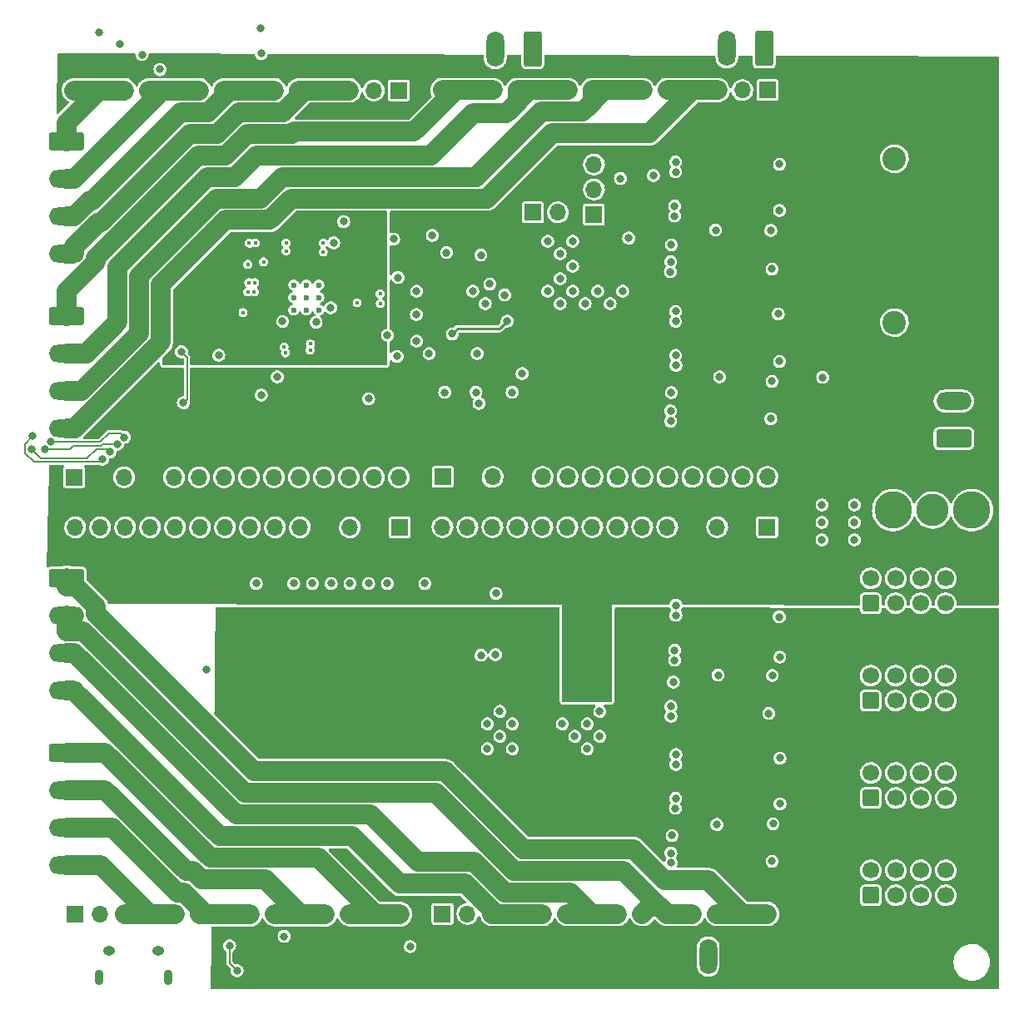
<source format=gbr>
%TF.GenerationSoftware,KiCad,Pcbnew,(6.0.4-0)*%
%TF.CreationDate,2022-08-06T14:41:30-04:00*%
%TF.ProjectId,QuarkCncQuadDriver,51756172-6b43-46e6-9351-756164447269,rev?*%
%TF.SameCoordinates,Original*%
%TF.FileFunction,Copper,L4,Bot*%
%TF.FilePolarity,Positive*%
%FSLAX46Y46*%
G04 Gerber Fmt 4.6, Leading zero omitted, Abs format (unit mm)*
G04 Created by KiCad (PCBNEW (6.0.4-0)) date 2022-08-06 14:41:30*
%MOMM*%
%LPD*%
G01*
G04 APERTURE LIST*
G04 Aperture macros list*
%AMRoundRect*
0 Rectangle with rounded corners*
0 $1 Rounding radius*
0 $2 $3 $4 $5 $6 $7 $8 $9 X,Y pos of 4 corners*
0 Add a 4 corners polygon primitive as box body*
4,1,4,$2,$3,$4,$5,$6,$7,$8,$9,$2,$3,0*
0 Add four circle primitives for the rounded corners*
1,1,$1+$1,$2,$3*
1,1,$1+$1,$4,$5*
1,1,$1+$1,$6,$7*
1,1,$1+$1,$8,$9*
0 Add four rect primitives between the rounded corners*
20,1,$1+$1,$2,$3,$4,$5,0*
20,1,$1+$1,$4,$5,$6,$7,0*
20,1,$1+$1,$6,$7,$8,$9,0*
20,1,$1+$1,$8,$9,$2,$3,0*%
G04 Aperture macros list end*
%TA.AperFunction,ComponentPad*%
%ADD10R,1.700000X1.700000*%
%TD*%
%TA.AperFunction,ComponentPad*%
%ADD11O,1.700000X1.700000*%
%TD*%
%TA.AperFunction,ComponentPad*%
%ADD12RoundRect,0.250000X-1.550000X0.650000X-1.550000X-0.650000X1.550000X-0.650000X1.550000X0.650000X0*%
%TD*%
%TA.AperFunction,ComponentPad*%
%ADD13O,3.600000X1.800000*%
%TD*%
%TA.AperFunction,ComponentPad*%
%ADD14RoundRect,0.250000X-0.650000X-1.550000X0.650000X-1.550000X0.650000X1.550000X-0.650000X1.550000X0*%
%TD*%
%TA.AperFunction,ComponentPad*%
%ADD15O,1.800000X3.600000*%
%TD*%
%TA.AperFunction,ComponentPad*%
%ADD16RoundRect,0.250000X0.650000X1.550000X-0.650000X1.550000X-0.650000X-1.550000X0.650000X-1.550000X0*%
%TD*%
%TA.AperFunction,ComponentPad*%
%ADD17C,0.600000*%
%TD*%
%TA.AperFunction,ComponentPad*%
%ADD18C,3.300000*%
%TD*%
%TA.AperFunction,ComponentPad*%
%ADD19C,3.800000*%
%TD*%
%TA.AperFunction,ComponentPad*%
%ADD20RoundRect,0.250000X0.600000X-0.600000X0.600000X0.600000X-0.600000X0.600000X-0.600000X-0.600000X0*%
%TD*%
%TA.AperFunction,ComponentPad*%
%ADD21C,1.700000*%
%TD*%
%TA.AperFunction,ComponentPad*%
%ADD22O,1.250000X0.950000*%
%TD*%
%TA.AperFunction,ComponentPad*%
%ADD23O,0.890000X1.550000*%
%TD*%
%TA.AperFunction,ComponentPad*%
%ADD24RoundRect,0.250000X1.550000X-0.650000X1.550000X0.650000X-1.550000X0.650000X-1.550000X-0.650000X0*%
%TD*%
%TA.AperFunction,ComponentPad*%
%ADD25R,2.400000X2.400000*%
%TD*%
%TA.AperFunction,ComponentPad*%
%ADD26C,2.400000*%
%TD*%
%TA.AperFunction,ViaPad*%
%ADD27C,0.800000*%
%TD*%
%TA.AperFunction,ViaPad*%
%ADD28C,0.406400*%
%TD*%
%TA.AperFunction,Conductor*%
%ADD29C,2.000000*%
%TD*%
%TA.AperFunction,Conductor*%
%ADD30C,0.127000*%
%TD*%
%TA.AperFunction,Conductor*%
%ADD31C,0.250000*%
%TD*%
G04 APERTURE END LIST*
D10*
%TO.P,U29,1,DIAG2*%
%TO.N,/STEPPER_A_DIAG0*%
X43180000Y-123190000D03*
D11*
%TO.P,U29,2,DIAG1*%
%TO.N,/STEPPER DRIVER A/STEPPER_DIAG1*%
X45720000Y-123190000D03*
%TO.P,U29,3,B1*%
%TO.N,/STEPPER DRIVER A/STEPPER_COIL_B1*%
X48260000Y-123190000D03*
%TO.P,U29,4,B1*%
X50800000Y-123190000D03*
%TO.P,U29,5,B1*%
X53340000Y-123190000D03*
%TO.P,U29,6,B2*%
%TO.N,/STEPPER DRIVER A/STEPPER_COIL_B2*%
X55880000Y-123190000D03*
%TO.P,U29,7,B2*%
X58420000Y-123190000D03*
%TO.P,U29,8,B2*%
X60960000Y-123190000D03*
%TO.P,U29,9,A1*%
%TO.N,/STEPPER DRIVER A/STEPPER_COIL_A1*%
X63500000Y-123190000D03*
%TO.P,U29,10,A1*%
X66040000Y-123190000D03*
%TO.P,U29,11,A1*%
X68580000Y-123190000D03*
%TO.P,U29,12,A2*%
%TO.N,/STEPPER DRIVER A/STEPPER_COIL_A2*%
X71120000Y-123190000D03*
%TO.P,U29,13,A2*%
X73660000Y-123190000D03*
%TO.P,U29,14,A2*%
X76200000Y-123190000D03*
%TD*%
D12*
%TO.P,J11,1,Pin_1*%
%TO.N,/STEPPER DRIVER Y/STEPPER_COIL_A2*%
X42302500Y-62285000D03*
D13*
%TO.P,J11,2,Pin_2*%
%TO.N,/STEPPER DRIVER Y/STEPPER_COIL_A1*%
X42302500Y-66095000D03*
%TO.P,J11,3,Pin_3*%
%TO.N,/STEPPER DRIVER Y/STEPPER_COIL_B2*%
X42302500Y-69905000D03*
%TO.P,J11,4,Pin_4*%
%TO.N,/STEPPER DRIVER Y/STEPPER_COIL_B1*%
X42302500Y-73715000D03*
%TD*%
D14*
%TO.P,J10,1,Pin_1*%
%TO.N,+12V*%
X103759000Y-127508000D03*
D15*
%TO.P,J10,2,Pin_2*%
%TO.N,GND*%
X107569000Y-127508000D03*
%TD*%
D16*
%TO.P,J4,1,Pin_1*%
%TO.N,/RS485/RS485_A*%
X89708600Y-35139700D03*
D15*
%TO.P,J4,2,Pin_2*%
%TO.N,/RS485/RS485_B*%
X85898600Y-35139700D03*
%TD*%
D10*
%TO.P,U9,1,DIAG2*%
%TO.N,/STEPPER_X_DIAG0*%
X76095000Y-39345000D03*
D11*
%TO.P,U9,2,DIAG1*%
%TO.N,/STEPPER DRIVER X/STEPPER_DIAG1*%
X73555000Y-39345000D03*
%TO.P,U9,3,B1*%
%TO.N,/STEPPER DRIVER X/STEPPER_COIL_B1*%
X71015000Y-39345000D03*
%TO.P,U9,4,B1*%
X68475000Y-39345000D03*
%TO.P,U9,5,B1*%
X65935000Y-39345000D03*
%TO.P,U9,6,B2*%
%TO.N,/STEPPER DRIVER X/STEPPER_COIL_B2*%
X63395000Y-39345000D03*
%TO.P,U9,7,B2*%
X60855000Y-39345000D03*
%TO.P,U9,8,B2*%
X58315000Y-39345000D03*
%TO.P,U9,9,A1*%
%TO.N,/STEPPER DRIVER X/STEPPER_COIL_A1*%
X55775000Y-39345000D03*
%TO.P,U9,10,A1*%
X53235000Y-39345000D03*
%TO.P,U9,11,A1*%
X50695000Y-39345000D03*
%TO.P,U9,12,A2*%
%TO.N,/STEPPER DRIVER X/STEPPER_COIL_A2*%
X48155000Y-39345000D03*
%TO.P,U9,13,A2*%
X45615000Y-39345000D03*
%TO.P,U9,14,A2*%
X43075000Y-39345000D03*
%TD*%
D17*
%TO.P,U23,57,GND*%
%TO.N,GND*%
X65407200Y-61712300D03*
X67957200Y-59162300D03*
X66682200Y-60437300D03*
X66682200Y-61712300D03*
X65407200Y-59162300D03*
X65407200Y-60437300D03*
X67957200Y-61712300D03*
X67957200Y-60437300D03*
X66682200Y-59162300D03*
%TD*%
D18*
%TO.P,F1,*%
%TO.N,*%
X130378200Y-82061400D03*
D19*
%TO.P,F1,1*%
%TO.N,/Input_Protection/VCC_INPUT*%
X134378200Y-82061400D03*
%TO.P,F1,2*%
%TO.N,/Input_Protection/vcc_post_fuse*%
X126378200Y-82061400D03*
%TD*%
D12*
%TO.P,Je1,1,Pin_1*%
%TO.N,/STEPPER DRIVER X/STEPPER_COIL_A2*%
X42302500Y-44505000D03*
D13*
%TO.P,Je1,2,Pin_2*%
%TO.N,/STEPPER DRIVER X/STEPPER_COIL_A1*%
X42302500Y-48315000D03*
%TO.P,Je1,3,Pin_3*%
%TO.N,/STEPPER DRIVER X/STEPPER_COIL_B2*%
X42302500Y-52125000D03*
%TO.P,Je1,4,Pin_4*%
%TO.N,/STEPPER DRIVER X/STEPPER_COIL_B1*%
X42302500Y-55935000D03*
%TD*%
D10*
%TO.P,J2,1,Pin_1*%
%TO.N,/RP2040 Microcontroller/SWCLK*%
X95935800Y-51968400D03*
D11*
%TO.P,J2,2,Pin_2*%
%TO.N,GND*%
X95935800Y-49428400D03*
%TO.P,J2,3,Pin_3*%
%TO.N,/RP2040 Microcontroller/SWD*%
X95935800Y-46888400D03*
%TD*%
D10*
%TO.P,U19,1,GND*%
%TO.N,GND*%
X113550000Y-83795000D03*
D11*
%TO.P,U19,2,VCC*%
%TO.N,VCC*%
X111010000Y-83795000D03*
%TO.P,U19,3,GND*%
%TO.N,GND*%
X108470000Y-83795000D03*
%TO.P,U19,4,VCC*%
%TO.N,VCC*%
X105930000Y-83795000D03*
%TO.P,U19,5,GND*%
%TO.N,GND*%
X103390000Y-83795000D03*
%TO.P,U19,6,12V*%
%TO.N,+12V*%
X100850000Y-83795000D03*
%TO.P,U19,7,3V3*%
%TO.N,+3V3*%
X98310000Y-83795000D03*
%TO.P,U19,8,STEPPER_ENn*%
%TO.N,/STEPPER_Z_ENn*%
X95770000Y-83795000D03*
%TO.P,U19,9,STEPPER_DIR*%
%TO.N,/STEPPER_Z_DIR*%
X93230000Y-83795000D03*
%TO.P,U19,10,STEPPER_STEP*%
%TO.N,/STEPPER_Z_STEP*%
X90690000Y-83795000D03*
%TO.P,U19,11,SPI_CSn*%
%TO.N,/STEPPER_Z_CSn*%
X88150000Y-83795000D03*
%TO.P,U19,12,SPI_MISO*%
%TO.N,/STEPPER_MISO*%
X85610000Y-83795000D03*
%TO.P,U19,13,SPI_MOSI*%
%TO.N,/STEPPER_MOSI*%
X83070000Y-83795000D03*
%TO.P,U19,14,SPI_SCK*%
%TO.N,/STEPPER_SCK*%
X80530000Y-83795000D03*
%TD*%
D10*
%TO.P,U27,1,GND*%
%TO.N,GND*%
X76200000Y-83820000D03*
D11*
%TO.P,U27,2,VCC*%
%TO.N,VCC*%
X73660000Y-83820000D03*
%TO.P,U27,3,GND*%
%TO.N,GND*%
X71120000Y-83820000D03*
%TO.P,U27,4,VCC*%
%TO.N,VCC*%
X68580000Y-83820000D03*
%TO.P,U27,5,GND*%
%TO.N,GND*%
X66040000Y-83820000D03*
%TO.P,U27,6,12V*%
%TO.N,+12V*%
X63500000Y-83820000D03*
%TO.P,U27,7,3V3*%
%TO.N,+3V3*%
X60960000Y-83820000D03*
%TO.P,U27,8,STEPPER_ENn*%
%TO.N,/STEPPER_A_ENn*%
X58420000Y-83820000D03*
%TO.P,U27,9,STEPPER_DIR*%
%TO.N,/STEPPER_A_DIR*%
X55880000Y-83820000D03*
%TO.P,U27,10,STEPPER_STEP*%
%TO.N,/STEPPER_A_STEP*%
X53340000Y-83820000D03*
%TO.P,U27,11,SPI_CSn*%
%TO.N,/STEPPER_A_CSn*%
X50800000Y-83820000D03*
%TO.P,U27,12,SPI_MISO*%
%TO.N,/STEPPER_MISO*%
X48260000Y-83820000D03*
%TO.P,U27,13,SPI_MOSI*%
%TO.N,/STEPPER_MOSI*%
X45720000Y-83820000D03*
%TO.P,U27,14,SPI_SCK*%
%TO.N,/STEPPER_SCK*%
X43180000Y-83820000D03*
%TD*%
D10*
%TO.P,J14,1,Pin_1*%
%TO.N,Net-(J14-Pad1)*%
X89733200Y-51765200D03*
D11*
%TO.P,J14,2,Pin_2*%
%TO.N,/RS485/RS485_B*%
X92273200Y-51765200D03*
%TD*%
D20*
%TO.P,J9,1,Pin_1*%
%TO.N,VCC_EXT*%
X124101000Y-121275500D03*
D21*
%TO.P,J9,2,Pin_2*%
%TO.N,/Stepper Isolation 4/step_ext*%
X124101000Y-118735500D03*
%TO.P,J9,3,Pin_3*%
%TO.N,VCC_EXT*%
X126641000Y-121275500D03*
%TO.P,J9,4,Pin_4*%
%TO.N,/Stepper Isolation 4/dir_ext*%
X126641000Y-118735500D03*
%TO.P,J9,5,Pin_5*%
%TO.N,VCC_EXT*%
X129181000Y-121275500D03*
%TO.P,J9,6,Pin_6*%
%TO.N,/Stepper Isolation 4/ena_ext*%
X129181000Y-118735500D03*
%TO.P,J9,7,Pin_7*%
%TO.N,unconnected-(J9-Pad7)*%
X131721000Y-121275500D03*
%TO.P,J9,8,Pin_8*%
%TO.N,/Stepper Isolation 4/alarm_ext*%
X131721000Y-118735500D03*
%TD*%
D10*
%TO.P,U7,1,GND*%
%TO.N,GND*%
X43075000Y-78715000D03*
D11*
%TO.P,U7,2,VCC*%
%TO.N,VCC*%
X45615000Y-78715000D03*
%TO.P,U7,3,GND*%
%TO.N,GND*%
X48155000Y-78715000D03*
%TO.P,U7,4,VCC*%
%TO.N,VCC*%
X50695000Y-78715000D03*
%TO.P,U7,5,GND*%
%TO.N,GND*%
X53235000Y-78715000D03*
%TO.P,U7,6,12V*%
%TO.N,+12V*%
X55775000Y-78715000D03*
%TO.P,U7,7,3V3*%
%TO.N,+3V3*%
X58315000Y-78715000D03*
%TO.P,U7,8,STEPPER_ENn*%
%TO.N,/STEPPER_X_ENn*%
X60855000Y-78715000D03*
%TO.P,U7,9,STEPPER_DIR*%
%TO.N,/STEPPER_X_DIR*%
X63395000Y-78715000D03*
%TO.P,U7,10,STEPPER_STEP*%
%TO.N,/STEPPER_X_STEP*%
X65935000Y-78715000D03*
%TO.P,U7,11,SPI_CSn*%
%TO.N,/STEPPER_X_CSn*%
X68475000Y-78715000D03*
%TO.P,U7,12,SPI_MISO*%
%TO.N,/STEPPER_MISO*%
X71015000Y-78715000D03*
%TO.P,U7,13,SPI_MOSI*%
%TO.N,/STEPPER_MOSI*%
X73555000Y-78715000D03*
%TO.P,U7,14,SPI_SCK*%
%TO.N,/STEPPER_SCK*%
X76095000Y-78715000D03*
%TD*%
D10*
%TO.P,U1,1,GND*%
%TO.N,GND*%
X80550000Y-78690000D03*
D11*
%TO.P,U1,2,VCC*%
%TO.N,VCC*%
X83090000Y-78690000D03*
%TO.P,U1,3,GND*%
%TO.N,GND*%
X85630000Y-78690000D03*
%TO.P,U1,4,VCC*%
%TO.N,VCC*%
X88170000Y-78690000D03*
%TO.P,U1,5,GND*%
%TO.N,GND*%
X90710000Y-78690000D03*
%TO.P,U1,6,12V*%
%TO.N,+12V*%
X93250000Y-78690000D03*
%TO.P,U1,7,3V3*%
%TO.N,+3V3*%
X95790000Y-78690000D03*
%TO.P,U1,8,STEPPER_ENn*%
%TO.N,/STEPPER_Y_ENn*%
X98330000Y-78690000D03*
%TO.P,U1,9,STEPPER_DIR*%
%TO.N,/STEPPER_Y_DIR*%
X100870000Y-78690000D03*
%TO.P,U1,10,STEPPER_STEP*%
%TO.N,/STEPPER_Y_STEP*%
X103410000Y-78690000D03*
%TO.P,U1,11,SPI_CSn*%
%TO.N,/STEPPER_Y_CSn*%
X105950000Y-78690000D03*
%TO.P,U1,12,SPI_MISO*%
%TO.N,/STEPPER_MISO*%
X108490000Y-78690000D03*
%TO.P,U1,13,SPI_MOSI*%
%TO.N,/STEPPER_MOSI*%
X111030000Y-78690000D03*
%TO.P,U1,14,SPI_SCK*%
%TO.N,/STEPPER_SCK*%
X113570000Y-78690000D03*
%TD*%
D20*
%TO.P,J8,1,Pin_1*%
%TO.N,VCC_EXT*%
X124101000Y-111369500D03*
D21*
%TO.P,J8,2,Pin_2*%
%TO.N,/Stepper Isolation 3/step_ext*%
X124101000Y-108829500D03*
%TO.P,J8,3,Pin_3*%
%TO.N,VCC_EXT*%
X126641000Y-111369500D03*
%TO.P,J8,4,Pin_4*%
%TO.N,/Stepper Isolation 3/dir_ext*%
X126641000Y-108829500D03*
%TO.P,J8,5,Pin_5*%
%TO.N,VCC_EXT*%
X129181000Y-111369500D03*
%TO.P,J8,6,Pin_6*%
%TO.N,/Stepper Isolation 3/ena_ext*%
X129181000Y-108829500D03*
%TO.P,J8,7,Pin_7*%
%TO.N,unconnected-(J8-Pad7)*%
X131721000Y-111369500D03*
%TO.P,J8,8,Pin_8*%
%TO.N,/Stepper Isolation 3/alarm_ext*%
X131721000Y-108829500D03*
%TD*%
D22*
%TO.P,J3,6,Shield*%
%TO.N,GND*%
X51649000Y-126947000D03*
D23*
X52649000Y-129647000D03*
X45649000Y-129647000D03*
D22*
X46649000Y-126947000D03*
%TD*%
D12*
%TO.P,J13,1,Pin_1*%
%TO.N,/STEPPER DRIVER A/STEPPER_COIL_A2*%
X42302500Y-106735000D03*
D13*
%TO.P,J13,2,Pin_2*%
%TO.N,/STEPPER DRIVER A/STEPPER_COIL_A1*%
X42302500Y-110545000D03*
%TO.P,J13,3,Pin_3*%
%TO.N,/STEPPER DRIVER A/STEPPER_COIL_B2*%
X42302500Y-114355000D03*
%TO.P,J13,4,Pin_4*%
%TO.N,/STEPPER DRIVER A/STEPPER_COIL_B1*%
X42302500Y-118165000D03*
%TD*%
D12*
%TO.P,J12,1,Pin_1*%
%TO.N,/STEPPER DRIVER Z/STEPPER_COIL_A2*%
X42302500Y-88955000D03*
D13*
%TO.P,J12,2,Pin_2*%
%TO.N,/STEPPER DRIVER Z/STEPPER_COIL_A1*%
X42302500Y-92765000D03*
%TO.P,J12,3,Pin_3*%
%TO.N,/STEPPER DRIVER Z/STEPPER_COIL_B2*%
X42302500Y-96575000D03*
%TO.P,J12,4,Pin_4*%
%TO.N,/STEPPER DRIVER Z/STEPPER_COIL_B1*%
X42302500Y-100385000D03*
%TD*%
D24*
%TO.P,J1,1,Pin_1*%
%TO.N,/Input_Protection/VCC_INPUT*%
X132537200Y-74777600D03*
D13*
%TO.P,J1,2,Pin_2*%
%TO.N,GND*%
X132537200Y-70967600D03*
%TD*%
D16*
%TO.P,J5,1,Pin_1*%
%TO.N,/RS485/RS485_A*%
X113254400Y-35063500D03*
D15*
%TO.P,J5,2,Pin_2*%
%TO.N,/RS485/RS485_B*%
X109444400Y-35063500D03*
%TD*%
D20*
%TO.P,J6,1,Pin_1*%
%TO.N,VCC_EXT*%
X124079000Y-91557500D03*
D21*
%TO.P,J6,2,Pin_2*%
%TO.N,/Stepper Isolation 1/step_ext*%
X124079000Y-89017500D03*
%TO.P,J6,3,Pin_3*%
%TO.N,VCC_EXT*%
X126619000Y-91557500D03*
%TO.P,J6,4,Pin_4*%
%TO.N,/Stepper Isolation 1/dir_ext*%
X126619000Y-89017500D03*
%TO.P,J6,5,Pin_5*%
%TO.N,VCC_EXT*%
X129159000Y-91557500D03*
%TO.P,J6,6,Pin_6*%
%TO.N,/Stepper Isolation 1/ena_ext*%
X129159000Y-89017500D03*
%TO.P,J6,7,Pin_7*%
%TO.N,unconnected-(J6-Pad7)*%
X131699000Y-91557500D03*
%TO.P,J6,8,Pin_8*%
%TO.N,/Stepper Isolation 1/alarm_ext*%
X131699000Y-89017500D03*
%TD*%
D25*
%TO.P,C1,1*%
%TO.N,VCC*%
X126492000Y-55473600D03*
D26*
%TO.P,C1,2*%
%TO.N,GND*%
X126492000Y-62973600D03*
%TD*%
D25*
%TO.P,C2,1*%
%TO.N,VCC*%
X126492000Y-38803646D03*
D26*
%TO.P,C2,2*%
%TO.N,GND*%
X126492000Y-46303646D03*
%TD*%
D20*
%TO.P,J7,1,Pin_1*%
%TO.N,VCC_EXT*%
X124079000Y-101463500D03*
D21*
%TO.P,J7,2,Pin_2*%
%TO.N,/Stepper Isolation 2/step_ext*%
X124079000Y-98923500D03*
%TO.P,J7,3,Pin_3*%
%TO.N,VCC_EXT*%
X126619000Y-101463500D03*
%TO.P,J7,4,Pin_4*%
%TO.N,/Stepper Isolation 2/dir_ext*%
X126619000Y-98923500D03*
%TO.P,J7,5,Pin_5*%
%TO.N,VCC_EXT*%
X129159000Y-101463500D03*
%TO.P,J7,6,Pin_6*%
%TO.N,/Stepper Isolation 2/ena_ext*%
X129159000Y-98923500D03*
%TO.P,J7,7,Pin_7*%
%TO.N,unconnected-(J7-Pad7)*%
X131699000Y-101463500D03*
%TO.P,J7,8,Pin_8*%
%TO.N,/Stepper Isolation 2/alarm_ext*%
X131699000Y-98923500D03*
%TD*%
D10*
%TO.P,U21,1,DIAG2*%
%TO.N,/STEPPER_Z_DIAG0*%
X80530000Y-123165000D03*
D11*
%TO.P,U21,2,DIAG1*%
%TO.N,/STEPPER DRIVER Z/STEPPER_DIAG1*%
X83070000Y-123165000D03*
%TO.P,U21,3,B1*%
%TO.N,/STEPPER DRIVER Z/STEPPER_COIL_B1*%
X85610000Y-123165000D03*
%TO.P,U21,4,B1*%
X88150000Y-123165000D03*
%TO.P,U21,5,B1*%
X90690000Y-123165000D03*
%TO.P,U21,6,B2*%
%TO.N,/STEPPER DRIVER Z/STEPPER_COIL_B2*%
X93230000Y-123165000D03*
%TO.P,U21,7,B2*%
X95770000Y-123165000D03*
%TO.P,U21,8,B2*%
X98310000Y-123165000D03*
%TO.P,U21,9,A1*%
%TO.N,/STEPPER DRIVER Z/STEPPER_COIL_A1*%
X100850000Y-123165000D03*
%TO.P,U21,10,A1*%
X103390000Y-123165000D03*
%TO.P,U21,11,A1*%
X105930000Y-123165000D03*
%TO.P,U21,12,A2*%
%TO.N,/STEPPER DRIVER Z/STEPPER_COIL_A2*%
X108470000Y-123165000D03*
%TO.P,U21,13,A2*%
X111010000Y-123165000D03*
%TO.P,U21,14,A2*%
X113550000Y-123165000D03*
%TD*%
D10*
%TO.P,U3,1,DIAG2*%
%TO.N,/STEPPER_Y_DIAG0*%
X113570000Y-39320000D03*
D11*
%TO.P,U3,2,DIAG1*%
%TO.N,/STEPPER DRIVER Y/STEPPER_DIAG1*%
X111030000Y-39320000D03*
%TO.P,U3,3,B1*%
%TO.N,/STEPPER DRIVER Y/STEPPER_COIL_B1*%
X108490000Y-39320000D03*
%TO.P,U3,4,B1*%
X105950000Y-39320000D03*
%TO.P,U3,5,B1*%
X103410000Y-39320000D03*
%TO.P,U3,6,B2*%
%TO.N,/STEPPER DRIVER Y/STEPPER_COIL_B2*%
X100870000Y-39320000D03*
%TO.P,U3,7,B2*%
X98330000Y-39320000D03*
%TO.P,U3,8,B2*%
X95790000Y-39320000D03*
%TO.P,U3,9,A1*%
%TO.N,/STEPPER DRIVER Y/STEPPER_COIL_A1*%
X93250000Y-39320000D03*
%TO.P,U3,10,A1*%
X90710000Y-39320000D03*
%TO.P,U3,11,A1*%
X88170000Y-39320000D03*
%TO.P,U3,12,A2*%
%TO.N,/STEPPER DRIVER Y/STEPPER_COIL_A2*%
X85630000Y-39320000D03*
%TO.P,U3,13,A2*%
X83090000Y-39320000D03*
%TO.P,U3,14,A2*%
X80550000Y-39320000D03*
%TD*%
D27*
%TO.N,+3V3*%
X57783700Y-66314100D03*
X103733600Y-73025000D03*
X104241600Y-46634400D03*
X91232000Y-54705000D03*
X104140000Y-97344000D03*
X75565000Y-54483000D03*
X49968600Y-35710400D03*
X104241600Y-61849000D03*
X67679685Y-62938569D03*
X92502000Y-55975000D03*
X103809800Y-117983000D03*
X93772000Y-54705000D03*
X93772000Y-57245000D03*
X47733400Y-34669000D03*
X103708200Y-57810400D03*
X91232000Y-59785000D03*
D28*
X61437133Y-58925031D03*
X62331054Y-56794946D03*
D27*
X104215306Y-112403556D03*
X103809800Y-55067200D03*
X104140000Y-52132000D03*
X92502000Y-58515000D03*
X95042000Y-61055000D03*
D28*
X67108564Y-65155307D03*
D27*
X98852000Y-59785000D03*
D28*
X71856600Y-60960000D03*
X64426439Y-65459617D03*
X64617600Y-55676800D03*
D27*
X101981000Y-48006000D03*
D28*
X61489600Y-54864000D03*
D27*
X84247000Y-71215000D03*
X51800000Y-37200000D03*
X96312000Y-59785000D03*
X103809800Y-70104000D03*
X103759000Y-103059000D03*
X64268838Y-62858679D03*
X63726000Y-68511037D03*
X97582000Y-61055000D03*
X104267000Y-106959400D03*
X104013000Y-99568000D03*
X103886000Y-115189000D03*
X104267000Y-91756000D03*
D28*
X61391800Y-59842400D03*
D27*
X92502000Y-61055000D03*
X104267000Y-67335400D03*
X93772000Y-59785000D03*
D28*
X68402200Y-55803800D03*
D27*
X70485000Y-52705000D03*
X45649000Y-33477200D03*
%TO.N,VCC*%
X95250000Y-99382000D03*
X122174000Y-77470000D03*
X119380000Y-73660000D03*
X122189499Y-71389499D03*
X127409000Y-69847400D03*
X126088200Y-68323400D03*
X96520000Y-98112000D03*
X127231200Y-68679000D03*
X119126000Y-77978000D03*
X93980000Y-98112000D03*
X119126000Y-80010000D03*
X122174000Y-75438000D03*
X122174000Y-73660000D03*
X119380000Y-75438000D03*
X122428000Y-79502000D03*
X95250000Y-96842000D03*
X96520000Y-100652000D03*
%TO.N,GND*%
X74930000Y-89535000D03*
X62100000Y-35600000D03*
X61595000Y-89535000D03*
X73025000Y-70739000D03*
X104239839Y-62848501D03*
X62000000Y-33000000D03*
D28*
X60831230Y-58925031D03*
D27*
X76021948Y-58392677D03*
X65405000Y-89535000D03*
X87630000Y-106367000D03*
X122428000Y-81534000D03*
X103759744Y-116984752D03*
X83931000Y-70072000D03*
X104269647Y-107958899D03*
X80949800Y-55854600D03*
X92710000Y-103827000D03*
X77241400Y-126492800D03*
X86360000Y-105097000D03*
X85928200Y-96774000D03*
X69164287Y-61472140D03*
X96520000Y-105097000D03*
X83612000Y-59785000D03*
X69469000Y-54864000D03*
X85090000Y-103827000D03*
X69215000Y-89535000D03*
X96520000Y-102557000D03*
X103759000Y-102043000D03*
X84455000Y-96842000D03*
X79502000Y-54102000D03*
X98628200Y-48310800D03*
X78740000Y-89535000D03*
X93980000Y-105097000D03*
X119126000Y-83312000D03*
X56515000Y-98298000D03*
X103733600Y-56794400D03*
X108432600Y-114071400D03*
D28*
X68402200Y-54889400D03*
D27*
X67310000Y-89535000D03*
X80756000Y-70072000D03*
X104241600Y-66319400D03*
X84882000Y-61055000D03*
X104239839Y-47633901D03*
X108303000Y-53559042D03*
X62105200Y-70351733D03*
X85979000Y-90551000D03*
X71120000Y-89535000D03*
X119126000Y-81534000D03*
X64426921Y-125449511D03*
X104241600Y-111404400D03*
X87630000Y-103827000D03*
D28*
X74193400Y-60045600D03*
D27*
X108557000Y-98868000D03*
D28*
X64617600Y-54889400D03*
D27*
X84058000Y-66135000D03*
D28*
X60256067Y-61953609D03*
D27*
X85090000Y-106367000D03*
X95250000Y-106367000D03*
X84429600Y-56108600D03*
X75920600Y-66421000D03*
X119126000Y-85090000D03*
X73025000Y-89535000D03*
X122428000Y-85090000D03*
X103733600Y-71958200D03*
X95250000Y-103827000D03*
X87614000Y-70072000D03*
X104140000Y-51116000D03*
X104267000Y-92772000D03*
D28*
X60731400Y-59867800D03*
D27*
X99466400Y-54381400D03*
X119202200Y-68554600D03*
X74930000Y-64262000D03*
X122428000Y-83312000D03*
D28*
X60883800Y-54889400D03*
D27*
X104140000Y-96328000D03*
X86852000Y-60166000D03*
D28*
X64566800Y-66065400D03*
X60731400Y-57048400D03*
D27*
X86360000Y-102557000D03*
X88630000Y-68167000D03*
X108712000Y-68515000D03*
X85344000Y-59055000D03*
D28*
X74218800Y-61036200D03*
X67081400Y-65760600D03*
%TO.N,/RP2040 Microcontroller/1V1*%
X71805800Y-59975244D03*
X60866666Y-61984064D03*
X62331600Y-57454800D03*
D27*
%TO.N,/RP2040 Microcontroller/~{USB_BOOT}*%
X58877200Y-126415800D03*
X59639200Y-128955800D03*
%TO.N,Net-(C39-Pad2)*%
X87106000Y-62833000D03*
X81534000Y-64135000D03*
%TO.N,+12V*%
X76200000Y-92710000D03*
X72390000Y-94615000D03*
X67945000Y-93345000D03*
X69341000Y-97374000D03*
X69850000Y-94615000D03*
X80010000Y-95250000D03*
X66801000Y-94834000D03*
X64261000Y-97374000D03*
X68071000Y-98644000D03*
X73660000Y-92710000D03*
X62991000Y-98644000D03*
X77470000Y-94615000D03*
X65531000Y-98644000D03*
X74930000Y-94615000D03*
X71120000Y-92710000D03*
X68071000Y-96104000D03*
X77897000Y-59785000D03*
X61721000Y-97374000D03*
X77876315Y-62158529D03*
X79167000Y-66135000D03*
X66801000Y-97374000D03*
X77897000Y-64865000D03*
%TO.N,/RP2040 Microcontroller/GPIO2*%
X38737600Y-75887112D03*
X46699090Y-76137690D03*
%TO.N,/RP2040 Microcontroller/GPIO3*%
X38862000Y-74549000D03*
X45962490Y-76874290D03*
%TO.N,/RP2040 Microcontroller/RUN*%
X53986004Y-65946426D03*
X54178200Y-71145400D03*
%TO.N,/RP2040 Microcontroller/GPIO0*%
X48183698Y-74653083D03*
X40727239Y-75134663D03*
%TO.N,/RP2040 Microcontroller/GPIO1*%
X47476942Y-75359838D03*
X40080801Y-75896977D03*
%TO.N,VCC_EXT*%
X114046000Y-57531000D03*
X114147600Y-113995200D03*
X114046000Y-68961000D03*
X114833400Y-97028000D03*
X114782600Y-92938600D03*
X113715800Y-102768400D03*
X114681000Y-62103000D03*
X114808000Y-66929000D03*
X114858800Y-111963200D03*
X113919000Y-53594000D03*
X114808000Y-46863000D03*
X114046000Y-117805200D03*
X114071400Y-98907600D03*
X113919000Y-72771000D03*
X114808000Y-51562000D03*
X114858800Y-107315000D03*
%TD*%
D29*
%TO.N,/STEPPER DRIVER Y/STEPPER_COIL_B2*%
X83936947Y-48143053D02*
X64213332Y-48143053D01*
X95790000Y-40522081D02*
X95143540Y-41168540D01*
X94792560Y-41519520D02*
X90560480Y-41519520D01*
X57544872Y-50342564D02*
X49660978Y-58226458D01*
X95790000Y-39320000D02*
X100870000Y-39320000D01*
X43824422Y-69905000D02*
X42302500Y-69905000D01*
X90560480Y-41519520D02*
X83936947Y-48143053D01*
X62013821Y-50342564D02*
X57544872Y-50342564D01*
X98330000Y-39320000D02*
X96992080Y-39320000D01*
X49660978Y-64068444D02*
X43824422Y-69905000D01*
X49660978Y-58226458D02*
X49660978Y-64068444D01*
X95143540Y-41168540D02*
X94792560Y-41519520D01*
X95790000Y-39320000D02*
X95790000Y-40522081D01*
X96992080Y-39320000D02*
X95143540Y-41168540D01*
X64213332Y-48143053D02*
X62013821Y-50342564D01*
%TO.N,/STEPPER DRIVER Y/STEPPER_COIL_B1*%
X65124399Y-50342564D02*
X85039436Y-50342564D01*
X62924888Y-52542075D02*
X65124399Y-50342564D01*
X91662969Y-43719031D02*
X101550969Y-43719031D01*
X51860498Y-64979502D02*
X51860498Y-59137516D01*
X51860498Y-59137516D02*
X58455939Y-52542075D01*
X58455939Y-52542075D02*
X62924888Y-52542075D01*
X105950000Y-39320000D02*
X103410000Y-39320000D01*
X85039436Y-50342564D02*
X91662969Y-43719031D01*
X105950000Y-39320000D02*
X108490000Y-39320000D01*
X101550969Y-43719031D02*
X105950000Y-39320000D01*
X42302500Y-73715000D02*
X43125000Y-73715000D01*
X43125000Y-73715000D02*
X51860498Y-64979502D01*
%TO.N,/STEPPER DRIVER Y/STEPPER_COIL_A2*%
X55722738Y-45943542D02*
X58508205Y-45943542D01*
X42302500Y-62285000D02*
X42302500Y-59804169D01*
X65217138Y-43744031D02*
X65394702Y-43566467D01*
X65394702Y-43566467D02*
X77641452Y-43566467D01*
X81887919Y-39320000D02*
X83090000Y-39320000D01*
X83090000Y-39320000D02*
X85630000Y-39320000D01*
X45261956Y-56404324D02*
X55722738Y-45943542D01*
X60707716Y-43744031D02*
X65217138Y-43744031D01*
X45261956Y-56844713D02*
X45261956Y-56404324D01*
X83090000Y-39320000D02*
X80550000Y-39320000D01*
X58508205Y-45943542D02*
X60707716Y-43744031D01*
X42302500Y-59804169D02*
X45261956Y-56844713D01*
X77641452Y-43566467D02*
X81887919Y-39320000D01*
%TO.N,/STEPPER DRIVER Y/STEPPER_COIL_A1*%
X56633805Y-48143053D02*
X47461467Y-57315391D01*
X44302500Y-66095000D02*
X42302500Y-66095000D01*
X89372080Y-39320000D02*
X87015540Y-41676540D01*
X88170000Y-39320000D02*
X93250000Y-39320000D01*
X59419272Y-48143053D02*
X56633805Y-48143053D01*
X61618783Y-45943542D02*
X59419272Y-48143053D01*
X79362498Y-45943542D02*
X61618783Y-45943542D01*
X88170000Y-39320000D02*
X88170000Y-40522081D01*
X90710000Y-39320000D02*
X89372080Y-39320000D01*
X47461467Y-57315391D02*
X47461467Y-62936033D01*
X88170000Y-40522081D02*
X87015540Y-41676540D01*
X83629500Y-41676540D02*
X79362498Y-45943542D01*
X87015540Y-41676540D02*
X83629500Y-41676540D01*
X47461467Y-62936033D02*
X44302500Y-66095000D01*
%TO.N,/STEPPER DRIVER X/STEPPER_COIL_B2*%
X53900590Y-41544520D02*
X56686071Y-41544520D01*
X42302500Y-52125000D02*
X43066110Y-52125000D01*
X43066110Y-52125000D02*
X44676590Y-50514520D01*
X44676590Y-50514520D02*
X44930590Y-50514520D01*
X56686071Y-41544520D02*
X58885591Y-39345000D01*
X60855000Y-39345000D02*
X58315000Y-39345000D01*
X60855000Y-39345000D02*
X63395000Y-39345000D01*
X58885591Y-39345000D02*
X60855000Y-39345000D01*
X44930590Y-50514520D02*
X53900590Y-41544520D01*
%TO.N,/STEPPER DRIVER X/STEPPER_COIL_B1*%
X64306071Y-41544520D02*
X66505591Y-39345000D01*
X54811657Y-43744031D02*
X57597138Y-43744031D01*
X57597138Y-43744031D02*
X59796649Y-41544520D01*
X42866183Y-55935000D02*
X43062445Y-55738738D01*
X68475000Y-39345000D02*
X65935000Y-39345000D01*
X43062445Y-55493257D02*
X43062454Y-55493248D01*
X43102527Y-55453161D02*
X43102527Y-55199161D01*
X42302500Y-55935000D02*
X42866183Y-55935000D01*
X59796649Y-41544520D02*
X64306071Y-41544520D01*
X43062445Y-55738738D02*
X43062445Y-55493257D01*
X45587657Y-52714031D02*
X45841657Y-52714031D01*
X66505591Y-39345000D02*
X68475000Y-39345000D01*
X43062454Y-55493248D02*
X43062454Y-55493234D01*
X43062454Y-55493234D02*
X43102527Y-55453161D01*
X43102527Y-55199161D02*
X45587657Y-52714031D01*
X45841657Y-52714031D02*
X54811657Y-43744031D01*
X68475000Y-39345000D02*
X71015000Y-39345000D01*
%TO.N,/STEPPER DRIVER X/STEPPER_COIL_A2*%
X45615000Y-39345000D02*
X48155000Y-39345000D01*
X45615000Y-39345000D02*
X43075000Y-39345000D01*
X42302500Y-42657500D02*
X45615000Y-39345000D01*
X42302500Y-44505000D02*
X42302500Y-42657500D01*
%TO.N,/STEPPER DRIVER X/STEPPER_COIL_A1*%
X42302500Y-48315000D02*
X43062919Y-48315000D01*
X53235000Y-39345000D02*
X50695000Y-39345000D01*
X53235000Y-39345000D02*
X55775000Y-39345000D01*
X43062919Y-48315000D02*
X52032919Y-39345000D01*
X52032919Y-39345000D02*
X53235000Y-39345000D01*
%TO.N,/STEPPER DRIVER Z/STEPPER_COIL_B2*%
X83805714Y-117891689D02*
X86879505Y-120965480D01*
X93570480Y-120965480D02*
X95770000Y-123165000D01*
X59546326Y-113060222D02*
X73182222Y-113060222D01*
X73182222Y-113060222D02*
X78013689Y-117891689D01*
X95770000Y-123165000D02*
X98310000Y-123165000D01*
X42302500Y-96575000D02*
X43061104Y-96575000D01*
X43061104Y-96575000D02*
X59546326Y-113060222D01*
X86879505Y-120965480D02*
X93570480Y-120965480D01*
X78013689Y-117891689D02*
X83805714Y-117891689D01*
X98310000Y-123165000D02*
X93230000Y-123165000D01*
%TO.N,/STEPPER DRIVER Z/STEPPER_COIL_B1*%
X71380311Y-115259733D02*
X76211778Y-120091200D01*
X88150000Y-123165000D02*
X85610000Y-123165000D01*
X88150000Y-123165000D02*
X90690000Y-123165000D01*
X76211778Y-120091200D02*
X82894647Y-120091200D01*
X82894647Y-120091200D02*
X85968447Y-123165000D01*
X42977171Y-100385000D02*
X57851904Y-115259733D01*
X85968447Y-123165000D02*
X88150000Y-123165000D01*
X42302500Y-100385000D02*
X42977171Y-100385000D01*
X57851904Y-115259733D02*
X71380311Y-115259733D01*
%TO.N,/STEPPER DRIVER Z/STEPPER_COIL_A2*%
X107579901Y-119734901D02*
X111010000Y-123165000D01*
X42302500Y-89800500D02*
X43207169Y-89800500D01*
X103096464Y-119734901D02*
X107579901Y-119734901D01*
X43207169Y-89800500D02*
X45302020Y-91895351D01*
X80796381Y-108661200D02*
X88701621Y-116566440D01*
X45302020Y-92594746D02*
X47460135Y-94752862D01*
X61368474Y-108661200D02*
X80796381Y-108661200D01*
X99928003Y-116566440D02*
X103096464Y-119734901D01*
X111010000Y-123165000D02*
X108470000Y-123165000D01*
X47460135Y-94752862D02*
X61368474Y-108661200D01*
X45302020Y-91895351D02*
X45302020Y-92594746D01*
X42302500Y-88955000D02*
X42302500Y-89800500D01*
X88701621Y-116566440D02*
X99928003Y-116566440D01*
X111010000Y-123165000D02*
X113550000Y-123165000D01*
%TO.N,/STEPPER DRIVER Z/STEPPER_COIL_A1*%
X43972176Y-94375480D02*
X45260624Y-95663929D01*
X101542000Y-122473000D02*
X100850000Y-123165000D01*
X42302500Y-94375480D02*
X43972176Y-94375480D01*
X102698000Y-122473000D02*
X101542000Y-122473000D01*
X87790563Y-118765960D02*
X98915345Y-118765960D01*
X79885314Y-110860711D02*
X87790563Y-118765960D01*
X98915345Y-118765960D02*
X102622385Y-122473000D01*
X103390000Y-123165000D02*
X105930000Y-123165000D01*
X42302500Y-92765000D02*
X42302500Y-94375480D01*
X102622385Y-122473000D02*
X102698000Y-122473000D01*
X60457407Y-110860711D02*
X79885314Y-110860711D01*
X102698000Y-122473000D02*
X103390000Y-123165000D01*
X45260624Y-95663929D02*
X60457407Y-110860711D01*
%TO.N,/STEPPER DRIVER A/STEPPER_COIL_B2*%
X56450437Y-123190000D02*
X58420000Y-123190000D01*
X46940766Y-114355000D02*
X53576246Y-120990480D01*
X58420000Y-123190000D02*
X60960000Y-123190000D01*
X58420000Y-123190000D02*
X55880000Y-123190000D01*
X42302500Y-114355000D02*
X46940766Y-114355000D01*
X54250917Y-120990480D02*
X56450437Y-123190000D01*
X53576246Y-120990480D02*
X54250917Y-120990480D01*
%TO.N,/STEPPER DRIVER A/STEPPER_COIL_B1*%
X42302500Y-118165000D02*
X45775000Y-118165000D01*
X45775000Y-118165000D02*
X50800000Y-123190000D01*
X50800000Y-123190000D02*
X53339846Y-123190000D01*
X50800000Y-123190000D02*
X48260000Y-123190000D01*
%TO.N,/STEPPER DRIVER A/STEPPER_COIL_A2*%
X46216593Y-106735000D02*
X56940837Y-117459244D01*
X67929244Y-117459244D02*
X73660000Y-123190000D01*
X42302500Y-106735000D02*
X46216593Y-106735000D01*
X56940837Y-117459244D02*
X67929244Y-117459244D01*
X73660000Y-123190000D02*
X71120000Y-123190000D01*
X73660000Y-123190000D02*
X76200000Y-123190000D01*
%TO.N,/STEPPER DRIVER A/STEPPER_COIL_A1*%
X66040000Y-123190000D02*
X63500000Y-123190000D01*
X54487313Y-118790969D02*
X55161984Y-118790969D01*
X62508755Y-119658755D02*
X66040000Y-123190000D01*
X42302500Y-110545000D02*
X46241344Y-110545000D01*
X66040000Y-123190000D02*
X68580000Y-123190000D01*
X55161984Y-118790969D02*
X56029770Y-119658755D01*
X46241344Y-110545000D02*
X54487313Y-118790969D01*
X56029770Y-119658755D02*
X62508755Y-119658755D01*
D30*
%TO.N,/RP2040 Microcontroller/~{USB_BOOT}*%
X58877200Y-126415800D02*
X58877200Y-128193800D01*
X58877200Y-128193800D02*
X59639200Y-128955800D01*
D31*
%TO.N,Net-(C39-Pad2)*%
X86344000Y-63595000D02*
X82074000Y-63595000D01*
X87106000Y-62833000D02*
X86344000Y-63595000D01*
X82074000Y-63595000D02*
X81534000Y-64135000D01*
D30*
%TO.N,/RP2040 Microcontroller/GPIO2*%
X39689177Y-76838689D02*
X44372285Y-76838689D01*
X46428599Y-75867199D02*
X46699090Y-76137690D01*
X38737600Y-75887112D02*
X39689177Y-76838689D01*
X44372285Y-76838689D02*
X45343775Y-75867199D01*
X45343775Y-75867199D02*
X46428599Y-75867199D01*
%TO.N,/RP2040 Microcontroller/GPIO3*%
X38074600Y-76250800D02*
X38989000Y-77165200D01*
X38862000Y-74549000D02*
X38074600Y-75336400D01*
X45671580Y-77165200D02*
X45962490Y-76874290D01*
X38074600Y-75336400D02*
X38074600Y-76250800D01*
X38989000Y-77165200D02*
X45671580Y-77165200D01*
%TO.N,/RP2040 Microcontroller/RUN*%
X54557504Y-70766096D02*
X54178200Y-71145400D01*
X53986004Y-65946426D02*
X54557504Y-66517926D01*
X54557504Y-66517926D02*
X54557504Y-70766096D01*
%TO.N,/RP2040 Microcontroller/GPIO0*%
X45716155Y-75134663D02*
X46608790Y-74242028D01*
X46608790Y-74242028D02*
X47772643Y-74242028D01*
X47772643Y-74242028D02*
X48183698Y-74653083D01*
X40727239Y-75134663D02*
X45716155Y-75134663D01*
%TO.N,/RP2040 Microcontroller/GPIO1*%
X42973330Y-75540688D02*
X45771886Y-75540688D01*
X45952736Y-75359838D02*
X47476942Y-75359838D01*
X40080801Y-75896977D02*
X42617041Y-75896977D01*
X42617041Y-75896977D02*
X42973330Y-75540688D01*
X45771886Y-75540688D02*
X45952736Y-75359838D01*
%TD*%
%TA.AperFunction,Conductor*%
%TO.N,/RP2040 Microcontroller/1V1*%
G36*
X74872121Y-51617066D02*
G01*
X74918614Y-51670722D01*
X74930000Y-51723064D01*
X74930000Y-54292792D01*
X74926817Y-54317982D01*
X74926406Y-54319037D01*
X74925415Y-54326566D01*
X74906918Y-54467066D01*
X74905729Y-54476096D01*
X74913640Y-54547749D01*
X74921953Y-54623043D01*
X74923113Y-54633553D01*
X74925724Y-54640688D01*
X74926671Y-54644725D01*
X74930000Y-54673498D01*
X74930000Y-61004833D01*
X74919800Y-61039572D01*
X74929110Y-61061319D01*
X74930000Y-61076267D01*
X74930000Y-63489538D01*
X74909998Y-63557659D01*
X74856342Y-63604152D01*
X74833414Y-63612057D01*
X74707564Y-63642271D01*
X74707562Y-63642272D01*
X74700184Y-63644043D01*
X74559414Y-63716700D01*
X74440039Y-63820838D01*
X74348950Y-63950444D01*
X74291406Y-64098037D01*
X74270729Y-64255096D01*
X74288113Y-64412553D01*
X74290723Y-64419684D01*
X74290723Y-64419686D01*
X74305429Y-64459871D01*
X74342553Y-64561319D01*
X74430908Y-64692805D01*
X74436527Y-64697918D01*
X74436528Y-64697919D01*
X74436594Y-64697979D01*
X74548076Y-64799419D01*
X74687293Y-64875008D01*
X74797997Y-64904051D01*
X74835974Y-64914014D01*
X74896789Y-64950648D01*
X74928144Y-65014345D01*
X74930000Y-65035890D01*
X74930000Y-67184000D01*
X74909998Y-67252121D01*
X74856342Y-67298614D01*
X74804000Y-67310000D01*
X55001504Y-67310000D01*
X54933383Y-67289998D01*
X54886890Y-67236342D01*
X54875504Y-67184000D01*
X54875504Y-66537318D01*
X54875983Y-66526336D01*
X54878220Y-66500765D01*
X54879181Y-66489783D01*
X54874359Y-66471786D01*
X54869686Y-66454345D01*
X54867308Y-66443616D01*
X54862852Y-66418347D01*
X54862850Y-66418342D01*
X54860936Y-66407486D01*
X54855423Y-66397939D01*
X54854344Y-66394973D01*
X54853010Y-66392112D01*
X54850156Y-66381460D01*
X54829112Y-66351406D01*
X54823207Y-66342136D01*
X54810378Y-66319915D01*
X54810375Y-66319911D01*
X54804864Y-66310366D01*
X54801086Y-66307196D01*
X57124429Y-66307196D01*
X57129310Y-66351406D01*
X57137532Y-66425875D01*
X57141813Y-66464653D01*
X57144423Y-66471784D01*
X57144423Y-66471786D01*
X57192119Y-66602121D01*
X57196253Y-66613419D01*
X57200489Y-66619722D01*
X57200489Y-66619723D01*
X57220597Y-66649646D01*
X57284608Y-66744905D01*
X57290227Y-66750018D01*
X57290228Y-66750019D01*
X57301603Y-66760369D01*
X57401776Y-66851519D01*
X57540993Y-66927108D01*
X57694222Y-66967307D01*
X57778177Y-66968626D01*
X57845019Y-66969676D01*
X57845022Y-66969676D01*
X57852616Y-66969795D01*
X58007032Y-66934429D01*
X58077442Y-66899017D01*
X58141772Y-66866663D01*
X58141775Y-66866661D01*
X58148555Y-66863251D01*
X58154326Y-66858322D01*
X58154329Y-66858320D01*
X58263236Y-66765304D01*
X58263236Y-66765303D01*
X58269014Y-66760369D01*
X58361455Y-66631724D01*
X58420542Y-66484741D01*
X58431537Y-66407486D01*
X58442281Y-66331991D01*
X58442281Y-66331988D01*
X58442862Y-66327907D01*
X58443007Y-66314100D01*
X58441698Y-66303278D01*
X58433872Y-66238611D01*
X58423976Y-66156833D01*
X58367980Y-66008646D01*
X58328059Y-65950560D01*
X58282555Y-65884351D01*
X58282554Y-65884349D01*
X58278253Y-65878092D01*
X58159975Y-65772711D01*
X58152589Y-65768800D01*
X58057851Y-65718639D01*
X58019974Y-65698584D01*
X57866333Y-65659992D01*
X57858734Y-65659952D01*
X57858733Y-65659952D01*
X57792881Y-65659607D01*
X57707921Y-65659162D01*
X57700541Y-65660934D01*
X57700539Y-65660934D01*
X57561263Y-65694371D01*
X57561260Y-65694372D01*
X57553884Y-65696143D01*
X57413114Y-65768800D01*
X57293739Y-65872938D01*
X57202650Y-66002544D01*
X57180346Y-66059751D01*
X57165261Y-66098443D01*
X57145106Y-66150137D01*
X57144114Y-66157670D01*
X57144114Y-66157671D01*
X57127582Y-66283247D01*
X57124429Y-66307196D01*
X54801086Y-66307196D01*
X54776759Y-66286783D01*
X54768655Y-66279357D01*
X54665311Y-66176013D01*
X54631285Y-66113701D01*
X54629663Y-66069165D01*
X54629736Y-66068656D01*
X54638276Y-66008646D01*
X54644585Y-65964317D01*
X54644585Y-65964314D01*
X54645166Y-65960233D01*
X54645311Y-65946426D01*
X54626280Y-65789159D01*
X54570284Y-65640972D01*
X54511943Y-65556085D01*
X54484859Y-65516677D01*
X54484858Y-65516675D01*
X54480557Y-65510418D01*
X54417198Y-65453968D01*
X63964067Y-65453968D01*
X63965231Y-65462870D01*
X63965231Y-65462873D01*
X63971586Y-65511469D01*
X63981066Y-65583967D01*
X64033869Y-65703971D01*
X64099849Y-65782463D01*
X64108385Y-65792618D01*
X64136906Y-65857634D01*
X64128275Y-65912649D01*
X64131038Y-65913494D01*
X64128414Y-65922077D01*
X64124598Y-65930205D01*
X64121972Y-65947072D01*
X64105809Y-66050878D01*
X64105809Y-66050882D01*
X64104428Y-66059751D01*
X64105592Y-66068653D01*
X64105592Y-66068656D01*
X64109296Y-66096979D01*
X64121427Y-66189750D01*
X64174230Y-66309754D01*
X64191779Y-66330631D01*
X64234506Y-66381460D01*
X64258591Y-66410113D01*
X64266062Y-66415086D01*
X64266063Y-66415087D01*
X64282270Y-66425875D01*
X64367729Y-66482762D01*
X64425353Y-66500765D01*
X64484301Y-66519182D01*
X64484302Y-66519182D01*
X64492870Y-66521859D01*
X64557305Y-66523040D01*
X64614978Y-66524097D01*
X64614981Y-66524097D01*
X64623954Y-66524261D01*
X64686438Y-66507226D01*
X64741782Y-66492138D01*
X64741785Y-66492137D01*
X64750444Y-66489776D01*
X64758096Y-66485078D01*
X64854519Y-66425875D01*
X64854522Y-66425872D01*
X64862171Y-66421176D01*
X64950153Y-66323975D01*
X64954625Y-66314746D01*
X65003404Y-66214064D01*
X65003404Y-66214063D01*
X65007317Y-66205987D01*
X65029069Y-66076698D01*
X65029207Y-66065400D01*
X65020551Y-66004954D01*
X65011894Y-65944504D01*
X65011893Y-65944501D01*
X65010621Y-65935618D01*
X65000178Y-65912649D01*
X64960073Y-65824443D01*
X64960071Y-65824440D01*
X64956356Y-65816269D01*
X64944460Y-65802463D01*
X64903522Y-65754951D01*
X66619028Y-65754951D01*
X66620192Y-65763853D01*
X66620192Y-65763856D01*
X66626157Y-65809467D01*
X66636027Y-65884950D01*
X66688830Y-66004954D01*
X66694606Y-66011825D01*
X66766186Y-66096979D01*
X66773191Y-66105313D01*
X66780662Y-66110286D01*
X66780663Y-66110287D01*
X66796870Y-66121075D01*
X66882329Y-66177962D01*
X66971772Y-66205906D01*
X66998901Y-66214382D01*
X66998902Y-66214382D01*
X67007470Y-66217059D01*
X67071905Y-66218240D01*
X67129578Y-66219297D01*
X67129581Y-66219297D01*
X67138554Y-66219461D01*
X67187976Y-66205987D01*
X67256382Y-66187338D01*
X67256385Y-66187337D01*
X67265044Y-66184976D01*
X67279642Y-66176013D01*
X67369119Y-66121075D01*
X67369122Y-66121072D01*
X67376771Y-66116376D01*
X67394329Y-66096979D01*
X67458728Y-66025831D01*
X67464753Y-66019175D01*
X67469381Y-66009624D01*
X67518004Y-65909264D01*
X67518004Y-65909263D01*
X67521917Y-65901187D01*
X67543669Y-65771898D01*
X67543807Y-65760600D01*
X67537798Y-65718639D01*
X67526494Y-65639704D01*
X67526493Y-65639701D01*
X67525221Y-65630818D01*
X67507657Y-65592187D01*
X67481450Y-65534549D01*
X67471464Y-65464259D01*
X67490215Y-65415762D01*
X67491917Y-65413882D01*
X67496203Y-65405037D01*
X67545168Y-65303971D01*
X67545168Y-65303970D01*
X67549081Y-65295894D01*
X67570833Y-65166605D01*
X67570971Y-65155307D01*
X67561619Y-65090003D01*
X67553658Y-65034411D01*
X67553657Y-65034408D01*
X67552385Y-65025525D01*
X67541456Y-65001488D01*
X67501837Y-64914350D01*
X67501835Y-64914347D01*
X67498120Y-64906176D01*
X67412539Y-64806854D01*
X67393185Y-64794309D01*
X67310053Y-64740425D01*
X67310051Y-64740424D01*
X67302522Y-64735544D01*
X67176912Y-64697979D01*
X67167936Y-64697924D01*
X67167935Y-64697924D01*
X67113523Y-64697592D01*
X67045808Y-64697178D01*
X66919749Y-64733206D01*
X66912162Y-64737993D01*
X66912160Y-64737994D01*
X66853807Y-64774812D01*
X66808869Y-64803166D01*
X66722081Y-64901435D01*
X66666362Y-65020112D01*
X66658322Y-65071750D01*
X66647573Y-65140785D01*
X66647573Y-65140789D01*
X66646192Y-65149658D01*
X66647356Y-65158560D01*
X66647356Y-65158563D01*
X66648408Y-65166605D01*
X66663191Y-65279657D01*
X66708781Y-65383269D01*
X66717909Y-65453674D01*
X66699325Y-65501736D01*
X66694917Y-65506728D01*
X66691103Y-65514851D01*
X66691102Y-65514853D01*
X66673974Y-65551335D01*
X66639198Y-65625405D01*
X66633942Y-65659162D01*
X66620409Y-65746078D01*
X66620409Y-65746082D01*
X66619028Y-65754951D01*
X64903522Y-65754951D01*
X64885839Y-65734429D01*
X64856526Y-65669766D01*
X64861258Y-65613873D01*
X64863043Y-65608281D01*
X64866956Y-65600204D01*
X64888708Y-65470915D01*
X64888846Y-65459617D01*
X64872971Y-65348763D01*
X64871533Y-65338721D01*
X64871532Y-65338718D01*
X64870260Y-65329835D01*
X64866546Y-65321666D01*
X64819712Y-65218660D01*
X64819710Y-65218657D01*
X64815995Y-65210486D01*
X64730414Y-65111164D01*
X64687722Y-65083492D01*
X64627928Y-65044735D01*
X64627926Y-65044734D01*
X64620397Y-65039854D01*
X64494787Y-65002289D01*
X64485811Y-65002234D01*
X64485810Y-65002234D01*
X64431398Y-65001902D01*
X64363683Y-65001488D01*
X64237624Y-65037516D01*
X64230037Y-65042303D01*
X64230035Y-65042304D01*
X64192267Y-65066134D01*
X64126744Y-65107476D01*
X64039956Y-65205745D01*
X63984237Y-65324422D01*
X63982113Y-65338067D01*
X63965448Y-65445095D01*
X63965448Y-65445099D01*
X63964067Y-65453968D01*
X54417198Y-65453968D01*
X54362279Y-65405037D01*
X54354893Y-65401126D01*
X54228992Y-65334465D01*
X54228993Y-65334465D01*
X54222278Y-65330910D01*
X54068637Y-65292318D01*
X54061038Y-65292278D01*
X54061037Y-65292278D01*
X53995185Y-65291933D01*
X53910225Y-65291488D01*
X53902845Y-65293260D01*
X53902843Y-65293260D01*
X53763567Y-65326697D01*
X53763564Y-65326698D01*
X53756188Y-65328469D01*
X53615418Y-65401126D01*
X53496043Y-65505264D01*
X53404954Y-65634870D01*
X53394792Y-65660934D01*
X53350792Y-65773789D01*
X53347410Y-65782463D01*
X53346418Y-65789996D01*
X53346418Y-65789997D01*
X53327854Y-65931008D01*
X53326733Y-65939522D01*
X53333005Y-65996328D01*
X53340631Y-66065400D01*
X53344117Y-66096979D01*
X53346727Y-66104110D01*
X53346727Y-66104112D01*
X53388939Y-66219461D01*
X53398557Y-66245745D01*
X53402793Y-66252048D01*
X53402793Y-66252049D01*
X53453768Y-66327907D01*
X53486912Y-66377231D01*
X53492531Y-66382344D01*
X53492532Y-66382345D01*
X53565822Y-66449033D01*
X53604080Y-66483845D01*
X53743297Y-66559434D01*
X53896526Y-66599633D01*
X53977242Y-66600901D01*
X54047321Y-66602002D01*
X54047324Y-66602002D01*
X54054920Y-66602121D01*
X54062324Y-66600425D01*
X54062326Y-66600425D01*
X54085375Y-66595146D01*
X54156242Y-66599436D01*
X54213540Y-66641358D01*
X54239077Y-66707602D01*
X54239504Y-66717966D01*
X54239504Y-67184000D01*
X54219502Y-67252121D01*
X54165846Y-67298614D01*
X54113504Y-67310000D01*
X52196000Y-67310000D01*
X52127879Y-67289998D01*
X52081386Y-67236342D01*
X52070000Y-67184000D01*
X52070000Y-66596321D01*
X52090002Y-66528200D01*
X52106905Y-66507226D01*
X52683123Y-65931008D01*
X52695514Y-65920141D01*
X52695680Y-65920014D01*
X52713071Y-65906669D01*
X52716842Y-65902524D01*
X52716846Y-65902521D01*
X52767747Y-65846581D01*
X52771845Y-65842286D01*
X52787741Y-65826390D01*
X52804424Y-65806438D01*
X52807892Y-65802463D01*
X52830366Y-65777764D01*
X52863784Y-65741038D01*
X52873275Y-65725908D01*
X52883340Y-65712055D01*
X52894794Y-65698356D01*
X52935949Y-65626202D01*
X52938640Y-65621706D01*
X52982784Y-65551335D01*
X52989447Y-65534762D01*
X52996904Y-65519337D01*
X52998421Y-65516677D01*
X53005745Y-65503837D01*
X53033478Y-65425523D01*
X53035328Y-65420629D01*
X53066310Y-65343558D01*
X53069930Y-65326075D01*
X53074537Y-65309576D01*
X53080498Y-65292744D01*
X53093920Y-65210781D01*
X53094882Y-65205592D01*
X53110785Y-65128800D01*
X53110786Y-65128796D01*
X53111722Y-65124274D01*
X53112691Y-65107476D01*
X53113318Y-65096597D01*
X53114765Y-65083492D01*
X53115779Y-65077296D01*
X53115779Y-65077294D01*
X53116687Y-65071750D01*
X53116225Y-65042304D01*
X53115014Y-64965239D01*
X53114998Y-64963260D01*
X53114998Y-62851775D01*
X63609567Y-62851775D01*
X63626951Y-63009232D01*
X63629561Y-63016363D01*
X63629561Y-63016365D01*
X63666119Y-63116264D01*
X63681391Y-63157998D01*
X63769746Y-63289484D01*
X63775365Y-63294597D01*
X63775366Y-63294598D01*
X63863165Y-63374488D01*
X63886914Y-63396098D01*
X64026131Y-63471687D01*
X64179360Y-63511886D01*
X64263315Y-63513205D01*
X64330157Y-63514255D01*
X64330160Y-63514255D01*
X64337754Y-63514374D01*
X64492170Y-63479008D01*
X64562580Y-63443596D01*
X64626910Y-63411242D01*
X64626913Y-63411240D01*
X64633693Y-63407830D01*
X64639464Y-63402901D01*
X64639467Y-63402899D01*
X64748374Y-63309883D01*
X64748374Y-63309882D01*
X64754152Y-63304948D01*
X64846593Y-63176303D01*
X64905680Y-63029320D01*
X64928000Y-62872486D01*
X64928145Y-62858679D01*
X64909114Y-62701412D01*
X64853118Y-62553225D01*
X64814826Y-62497510D01*
X64767693Y-62428930D01*
X64767692Y-62428928D01*
X64763391Y-62422671D01*
X64751758Y-62412306D01*
X64699780Y-62365996D01*
X64645113Y-62317290D01*
X64637727Y-62313379D01*
X64596314Y-62291452D01*
X64505112Y-62243163D01*
X64351471Y-62204571D01*
X64343872Y-62204531D01*
X64343871Y-62204531D01*
X64278019Y-62204186D01*
X64193059Y-62203741D01*
X64185679Y-62205513D01*
X64185677Y-62205513D01*
X64046401Y-62238950D01*
X64046398Y-62238951D01*
X64039022Y-62240722D01*
X63898252Y-62313379D01*
X63778877Y-62417517D01*
X63687788Y-62547123D01*
X63630244Y-62694716D01*
X63629252Y-62702249D01*
X63629252Y-62702250D01*
X63618735Y-62782140D01*
X63609567Y-62851775D01*
X53114998Y-62851775D01*
X53114998Y-61947960D01*
X59793695Y-61947960D01*
X59794859Y-61956862D01*
X59794859Y-61956865D01*
X59795911Y-61964907D01*
X59810694Y-62077959D01*
X59863497Y-62197963D01*
X59870608Y-62206422D01*
X59936207Y-62284461D01*
X59947858Y-62298322D01*
X59955329Y-62303295D01*
X59955330Y-62303296D01*
X59971011Y-62313734D01*
X60056996Y-62370971D01*
X60128367Y-62393269D01*
X60173568Y-62407391D01*
X60173569Y-62407391D01*
X60182137Y-62410068D01*
X60246572Y-62411249D01*
X60304245Y-62412306D01*
X60304248Y-62412306D01*
X60313221Y-62412470D01*
X60365350Y-62398258D01*
X60431049Y-62380347D01*
X60431052Y-62380346D01*
X60439711Y-62377985D01*
X60451135Y-62370971D01*
X60543786Y-62314084D01*
X60543789Y-62314081D01*
X60551438Y-62309385D01*
X60574750Y-62283631D01*
X60613589Y-62240722D01*
X60639420Y-62212184D01*
X60650292Y-62189745D01*
X60692671Y-62102273D01*
X60692671Y-62102272D01*
X60696584Y-62094196D01*
X60718336Y-61964907D01*
X60718474Y-61953609D01*
X60711263Y-61903255D01*
X60701161Y-61832713D01*
X60701160Y-61832710D01*
X60699888Y-61823827D01*
X60687208Y-61795938D01*
X60649340Y-61712652D01*
X60649338Y-61712649D01*
X60649179Y-61712300D01*
X64847915Y-61712300D01*
X64848993Y-61720488D01*
X64865777Y-61847974D01*
X64866972Y-61857054D01*
X64870131Y-61864680D01*
X64911647Y-61964907D01*
X64922845Y-61991942D01*
X64967286Y-62049858D01*
X65001283Y-62094164D01*
X65011726Y-62107774D01*
X65018276Y-62112800D01*
X65018279Y-62112803D01*
X65121004Y-62191627D01*
X65127557Y-62196655D01*
X65262446Y-62252528D01*
X65407200Y-62271585D01*
X65415388Y-62270507D01*
X65543766Y-62253606D01*
X65551954Y-62252528D01*
X65686843Y-62196655D01*
X65693396Y-62191627D01*
X65796121Y-62112803D01*
X65796124Y-62112800D01*
X65802674Y-62107774D01*
X65813118Y-62094164D01*
X65847114Y-62049858D01*
X65891555Y-61991942D01*
X65900768Y-61969701D01*
X65928291Y-61903255D01*
X65972840Y-61847974D01*
X66040203Y-61825553D01*
X66108994Y-61843111D01*
X66157373Y-61895073D01*
X66161109Y-61903255D01*
X66188632Y-61969701D01*
X66197845Y-61991942D01*
X66242286Y-62049858D01*
X66276283Y-62094164D01*
X66286726Y-62107774D01*
X66293276Y-62112800D01*
X66293279Y-62112803D01*
X66396004Y-62191627D01*
X66402557Y-62196655D01*
X66537446Y-62252528D01*
X66682200Y-62271585D01*
X66690388Y-62270507D01*
X66818766Y-62253606D01*
X66826954Y-62252528D01*
X66961843Y-62196655D01*
X66968396Y-62191627D01*
X67071121Y-62112803D01*
X67071124Y-62112800D01*
X67077674Y-62107774D01*
X67088118Y-62094164D01*
X67122114Y-62049858D01*
X67166555Y-61991942D01*
X67175768Y-61969701D01*
X67203291Y-61903255D01*
X67247840Y-61847974D01*
X67315203Y-61825553D01*
X67383994Y-61843111D01*
X67432373Y-61895073D01*
X67436109Y-61903255D01*
X67463632Y-61969701D01*
X67472845Y-61991942D01*
X67544516Y-62085345D01*
X67561726Y-62107774D01*
X67559789Y-62109260D01*
X67587866Y-62160677D01*
X67582801Y-62231492D01*
X67540254Y-62288328D01*
X67494159Y-62309979D01*
X67457248Y-62318840D01*
X67457245Y-62318841D01*
X67449869Y-62320612D01*
X67309099Y-62393269D01*
X67189724Y-62497407D01*
X67098635Y-62627013D01*
X67041091Y-62774606D01*
X67040099Y-62782139D01*
X67040099Y-62782140D01*
X67029938Y-62859325D01*
X67020414Y-62931665D01*
X67028144Y-63001682D01*
X67031196Y-63029320D01*
X67037798Y-63089122D01*
X67040408Y-63096253D01*
X67040408Y-63096255D01*
X67071961Y-63182477D01*
X67092238Y-63237888D01*
X67096474Y-63244191D01*
X67096474Y-63244192D01*
X67130346Y-63294598D01*
X67180593Y-63369374D01*
X67186212Y-63374487D01*
X67186213Y-63374488D01*
X67292145Y-63470878D01*
X67297761Y-63475988D01*
X67436978Y-63551577D01*
X67590207Y-63591776D01*
X67674162Y-63593095D01*
X67741004Y-63594145D01*
X67741007Y-63594145D01*
X67748601Y-63594264D01*
X67903017Y-63558898D01*
X67994916Y-63512678D01*
X68037757Y-63491132D01*
X68037760Y-63491130D01*
X68044540Y-63487720D01*
X68050311Y-63482791D01*
X68050314Y-63482789D01*
X68159221Y-63389773D01*
X68159221Y-63389772D01*
X68164999Y-63384838D01*
X68257440Y-63256193D01*
X68316527Y-63109210D01*
X68329740Y-63016365D01*
X68338266Y-62956460D01*
X68338266Y-62956457D01*
X68338847Y-62952376D01*
X68338992Y-62938569D01*
X68319961Y-62781302D01*
X68263965Y-62633115D01*
X68213940Y-62560328D01*
X68178540Y-62508820D01*
X68178539Y-62508818D01*
X68174238Y-62502561D01*
X68109699Y-62445059D01*
X68072143Y-62384808D01*
X68073123Y-62313818D01*
X68112328Y-62254628D01*
X68145298Y-62234574D01*
X68236843Y-62196655D01*
X68243396Y-62191627D01*
X68346121Y-62112803D01*
X68346124Y-62112800D01*
X68352674Y-62107774D01*
X68363118Y-62094164D01*
X68397114Y-62049858D01*
X68441555Y-61991942D01*
X68450768Y-61969701D01*
X68461152Y-61944634D01*
X68505700Y-61889353D01*
X68573064Y-61866933D01*
X68641855Y-61884492D01*
X68664631Y-61903565D01*
X68665195Y-61902945D01*
X68770202Y-61998493D01*
X68782363Y-62009559D01*
X68921580Y-62085148D01*
X69074809Y-62125347D01*
X69158764Y-62126666D01*
X69225606Y-62127716D01*
X69225609Y-62127716D01*
X69233203Y-62127835D01*
X69387619Y-62092469D01*
X69458029Y-62057057D01*
X69522359Y-62024703D01*
X69522362Y-62024701D01*
X69529142Y-62021291D01*
X69534913Y-62016362D01*
X69534916Y-62016360D01*
X69643823Y-61923344D01*
X69643823Y-61923343D01*
X69649601Y-61918409D01*
X69742042Y-61789764D01*
X69801129Y-61642781D01*
X69811836Y-61567546D01*
X69822868Y-61490031D01*
X69822868Y-61490028D01*
X69823449Y-61485947D01*
X69823594Y-61472140D01*
X69822481Y-61462938D01*
X69818816Y-61432658D01*
X69804563Y-61314873D01*
X69748567Y-61166686D01*
X69697629Y-61092570D01*
X69663142Y-61042391D01*
X69663141Y-61042389D01*
X69658840Y-61036132D01*
X69567050Y-60954351D01*
X71394228Y-60954351D01*
X71395392Y-60963253D01*
X71395392Y-60963256D01*
X71400829Y-61004833D01*
X71411227Y-61084350D01*
X71464030Y-61204354D01*
X71519977Y-61270911D01*
X71533249Y-61286699D01*
X71548391Y-61304713D01*
X71555862Y-61309686D01*
X71555863Y-61309687D01*
X71566588Y-61316826D01*
X71657529Y-61377362D01*
X71719346Y-61396675D01*
X71774101Y-61413782D01*
X71774102Y-61413782D01*
X71782670Y-61416459D01*
X71847105Y-61417640D01*
X71904778Y-61418697D01*
X71904781Y-61418697D01*
X71913754Y-61418861D01*
X71955147Y-61407576D01*
X72031582Y-61386738D01*
X72031585Y-61386737D01*
X72040244Y-61384376D01*
X72051668Y-61377362D01*
X72144319Y-61320475D01*
X72144322Y-61320472D01*
X72151971Y-61315776D01*
X72158850Y-61308177D01*
X72201849Y-61260672D01*
X72239953Y-61218575D01*
X72250825Y-61196136D01*
X72293204Y-61108664D01*
X72293204Y-61108663D01*
X72297117Y-61100587D01*
X72318869Y-60971298D01*
X72319007Y-60960000D01*
X72310164Y-60898249D01*
X72301694Y-60839104D01*
X72301693Y-60839101D01*
X72300421Y-60830218D01*
X72295309Y-60818974D01*
X72249873Y-60719043D01*
X72249871Y-60719040D01*
X72246156Y-60710869D01*
X72160575Y-60611547D01*
X72126839Y-60589680D01*
X72058089Y-60545118D01*
X72058087Y-60545117D01*
X72050558Y-60540237D01*
X71924948Y-60502672D01*
X71915972Y-60502617D01*
X71915971Y-60502617D01*
X71861559Y-60502285D01*
X71793844Y-60501871D01*
X71667785Y-60537899D01*
X71660198Y-60542686D01*
X71660196Y-60542687D01*
X71604116Y-60578071D01*
X71556905Y-60607859D01*
X71470117Y-60706128D01*
X71414398Y-60824805D01*
X71405900Y-60879383D01*
X71395609Y-60945478D01*
X71395609Y-60945482D01*
X71394228Y-60954351D01*
X69567050Y-60954351D01*
X69540562Y-60930751D01*
X69533176Y-60926840D01*
X69407275Y-60860179D01*
X69407276Y-60860179D01*
X69400561Y-60856624D01*
X69246920Y-60818032D01*
X69239321Y-60817992D01*
X69239320Y-60817992D01*
X69173468Y-60817647D01*
X69088508Y-60817202D01*
X69081128Y-60818974D01*
X69081126Y-60818974D01*
X68941850Y-60852411D01*
X68941847Y-60852412D01*
X68934471Y-60854183D01*
X68793701Y-60926840D01*
X68674326Y-61030978D01*
X68583237Y-61160584D01*
X68571297Y-61191209D01*
X68544214Y-61260672D01*
X68500833Y-61316874D01*
X68433954Y-61340700D01*
X68364810Y-61324586D01*
X68350117Y-61314864D01*
X68243396Y-61232973D01*
X68243394Y-61232972D01*
X68236843Y-61227945D01*
X68166197Y-61198683D01*
X68148155Y-61191209D01*
X68092874Y-61146660D01*
X68070453Y-61079297D01*
X68088011Y-61010506D01*
X68139973Y-60962127D01*
X68148155Y-60958391D01*
X68202684Y-60935804D01*
X68236843Y-60921655D01*
X68245120Y-60915304D01*
X68346121Y-60837803D01*
X68346124Y-60837800D01*
X68352674Y-60832774D01*
X68441555Y-60716942D01*
X68446035Y-60706128D01*
X68486739Y-60607859D01*
X68497428Y-60582054D01*
X68498624Y-60572974D01*
X68513359Y-60461045D01*
X68516485Y-60437300D01*
X68509395Y-60383443D01*
X68498506Y-60300732D01*
X68498505Y-60300730D01*
X68497428Y-60292546D01*
X68464277Y-60212513D01*
X68444715Y-60165286D01*
X68444714Y-60165284D01*
X68441555Y-60157658D01*
X68359299Y-60050460D01*
X68357701Y-60048377D01*
X68357700Y-60048376D01*
X68352674Y-60041826D01*
X68350230Y-60039951D01*
X73731028Y-60039951D01*
X73732192Y-60048853D01*
X73732192Y-60048856D01*
X73733244Y-60056898D01*
X73748027Y-60169950D01*
X73800830Y-60289954D01*
X73885191Y-60390313D01*
X73892662Y-60395286D01*
X73892663Y-60395287D01*
X73908870Y-60406075D01*
X73966423Y-60444386D01*
X74012045Y-60498782D01*
X74021016Y-60569210D01*
X73990486Y-60633307D01*
X73963839Y-60655833D01*
X73926699Y-60679267D01*
X73926697Y-60679269D01*
X73919105Y-60684059D01*
X73832317Y-60782328D01*
X73828503Y-60790451D01*
X73828502Y-60790453D01*
X73815925Y-60817242D01*
X73776598Y-60901005D01*
X73775217Y-60909877D01*
X73757809Y-61021678D01*
X73757809Y-61021682D01*
X73756428Y-61030551D01*
X73757592Y-61039453D01*
X73757592Y-61039456D01*
X73757976Y-61042391D01*
X73773427Y-61160550D01*
X73826230Y-61280554D01*
X73910591Y-61380913D01*
X73918062Y-61385886D01*
X73918063Y-61385887D01*
X73934270Y-61396675D01*
X74019729Y-61453562D01*
X74092425Y-61476274D01*
X74136301Y-61489982D01*
X74136302Y-61489982D01*
X74144870Y-61492659D01*
X74209305Y-61493840D01*
X74266978Y-61494897D01*
X74266981Y-61494897D01*
X74275954Y-61495061D01*
X74324514Y-61481822D01*
X74393782Y-61462938D01*
X74393785Y-61462937D01*
X74402444Y-61460576D01*
X74413868Y-61453562D01*
X74506519Y-61396675D01*
X74506522Y-61396672D01*
X74514171Y-61391976D01*
X74521051Y-61384376D01*
X74577136Y-61322413D01*
X74602153Y-61294775D01*
X74613025Y-61272336D01*
X74655404Y-61184864D01*
X74655404Y-61184863D01*
X74659317Y-61176787D01*
X74679746Y-61055362D01*
X74685351Y-61043827D01*
X74683104Y-61040331D01*
X74679273Y-61022695D01*
X74663894Y-60915304D01*
X74663893Y-60915301D01*
X74662621Y-60906418D01*
X74656465Y-60892878D01*
X74612073Y-60795243D01*
X74612071Y-60795240D01*
X74608356Y-60787069D01*
X74522775Y-60687747D01*
X74515244Y-60682866D01*
X74515241Y-60682863D01*
X74446920Y-60638580D01*
X74400637Y-60584744D01*
X74390806Y-60514431D01*
X74420550Y-60449966D01*
X74449525Y-60425473D01*
X74481119Y-60406075D01*
X74481122Y-60406072D01*
X74488771Y-60401376D01*
X74576753Y-60304175D01*
X74582567Y-60292176D01*
X74630004Y-60194264D01*
X74630004Y-60194263D01*
X74633917Y-60186187D01*
X74655669Y-60056898D01*
X74655807Y-60045600D01*
X74649330Y-60000370D01*
X74638494Y-59924704D01*
X74638493Y-59924701D01*
X74637221Y-59915818D01*
X74620033Y-59878015D01*
X74586673Y-59804643D01*
X74586671Y-59804640D01*
X74582956Y-59796469D01*
X74497375Y-59697147D01*
X74435663Y-59657147D01*
X74394889Y-59630718D01*
X74394887Y-59630717D01*
X74387358Y-59625837D01*
X74261748Y-59588272D01*
X74252772Y-59588217D01*
X74252771Y-59588217D01*
X74198359Y-59587885D01*
X74130644Y-59587471D01*
X74004585Y-59623499D01*
X73996998Y-59628286D01*
X73996996Y-59628287D01*
X73951256Y-59657147D01*
X73893705Y-59693459D01*
X73806917Y-59791728D01*
X73751198Y-59910405D01*
X73749817Y-59919277D01*
X73732409Y-60031078D01*
X73732409Y-60031082D01*
X73731028Y-60039951D01*
X68350230Y-60039951D01*
X68346124Y-60036800D01*
X68346121Y-60036797D01*
X68243396Y-59957973D01*
X68243394Y-59957972D01*
X68236843Y-59952945D01*
X68166197Y-59923683D01*
X68148155Y-59916209D01*
X68092874Y-59871660D01*
X68070453Y-59804297D01*
X68088011Y-59735506D01*
X68139973Y-59687127D01*
X68148155Y-59683391D01*
X68166197Y-59675917D01*
X68236843Y-59646655D01*
X68243396Y-59641627D01*
X68346121Y-59562803D01*
X68346124Y-59562800D01*
X68352674Y-59557774D01*
X68379828Y-59522387D01*
X68408574Y-59484924D01*
X68441555Y-59441942D01*
X68449552Y-59422637D01*
X68494269Y-59314680D01*
X68497428Y-59307054D01*
X68498624Y-59297974D01*
X68515407Y-59170488D01*
X68516485Y-59162300D01*
X68502632Y-59057073D01*
X68498506Y-59025732D01*
X68498505Y-59025730D01*
X68497428Y-59017546D01*
X68465772Y-58941123D01*
X68444715Y-58890286D01*
X68444714Y-58890284D01*
X68441555Y-58882658D01*
X68370330Y-58789836D01*
X68357701Y-58773377D01*
X68357700Y-58773376D01*
X68352674Y-58766826D01*
X68346124Y-58761800D01*
X68346121Y-58761797D01*
X68243396Y-58682973D01*
X68243394Y-58682972D01*
X68236843Y-58677945D01*
X68101954Y-58622072D01*
X67957200Y-58603015D01*
X67949012Y-58604093D01*
X67820632Y-58620994D01*
X67820630Y-58620995D01*
X67812446Y-58622072D01*
X67764630Y-58641878D01*
X67685186Y-58674785D01*
X67685184Y-58674786D01*
X67677558Y-58677945D01*
X67561726Y-58766826D01*
X67472845Y-58882658D01*
X67469684Y-58890288D01*
X67469684Y-58890289D01*
X67436109Y-58971345D01*
X67391560Y-59026626D01*
X67324197Y-59049047D01*
X67255406Y-59031489D01*
X67207027Y-58979527D01*
X67203291Y-58971345D01*
X67169716Y-58890289D01*
X67169716Y-58890288D01*
X67166555Y-58882658D01*
X67095330Y-58789836D01*
X67082701Y-58773377D01*
X67082700Y-58773376D01*
X67077674Y-58766826D01*
X67071124Y-58761800D01*
X67071121Y-58761797D01*
X66968396Y-58682973D01*
X66968394Y-58682972D01*
X66961843Y-58677945D01*
X66826954Y-58622072D01*
X66682200Y-58603015D01*
X66674012Y-58604093D01*
X66545632Y-58620994D01*
X66545630Y-58620995D01*
X66537446Y-58622072D01*
X66489630Y-58641878D01*
X66410186Y-58674785D01*
X66410184Y-58674786D01*
X66402558Y-58677945D01*
X66286726Y-58766826D01*
X66197845Y-58882658D01*
X66194684Y-58890288D01*
X66194684Y-58890289D01*
X66161109Y-58971345D01*
X66116560Y-59026626D01*
X66049197Y-59049047D01*
X65980406Y-59031489D01*
X65932027Y-58979527D01*
X65928291Y-58971345D01*
X65894716Y-58890289D01*
X65894716Y-58890288D01*
X65891555Y-58882658D01*
X65820330Y-58789836D01*
X65807701Y-58773377D01*
X65807700Y-58773376D01*
X65802674Y-58766826D01*
X65796124Y-58761800D01*
X65796121Y-58761797D01*
X65693396Y-58682973D01*
X65693394Y-58682972D01*
X65686843Y-58677945D01*
X65551954Y-58622072D01*
X65407200Y-58603015D01*
X65399012Y-58604093D01*
X65270632Y-58620994D01*
X65270630Y-58620995D01*
X65262446Y-58622072D01*
X65214630Y-58641878D01*
X65135186Y-58674785D01*
X65135184Y-58674786D01*
X65127558Y-58677945D01*
X65011726Y-58766826D01*
X64922845Y-58882658D01*
X64919686Y-58890284D01*
X64919685Y-58890286D01*
X64898628Y-58941123D01*
X64866972Y-59017546D01*
X64865895Y-59025730D01*
X64865894Y-59025732D01*
X64861768Y-59057073D01*
X64847915Y-59162300D01*
X64848993Y-59170488D01*
X64865777Y-59297974D01*
X64866972Y-59307054D01*
X64870131Y-59314680D01*
X64914849Y-59422637D01*
X64922845Y-59441942D01*
X64955826Y-59484924D01*
X64984573Y-59522387D01*
X65011726Y-59557774D01*
X65018276Y-59562800D01*
X65018279Y-59562803D01*
X65121004Y-59641627D01*
X65127557Y-59646655D01*
X65198203Y-59675917D01*
X65216245Y-59683391D01*
X65271526Y-59727940D01*
X65293947Y-59795303D01*
X65276389Y-59864094D01*
X65224427Y-59912473D01*
X65216245Y-59916209D01*
X65195737Y-59924704D01*
X65127558Y-59952945D01*
X65011726Y-60041826D01*
X64922845Y-60157658D01*
X64919686Y-60165284D01*
X64919685Y-60165286D01*
X64900123Y-60212513D01*
X64866972Y-60292546D01*
X64865895Y-60300730D01*
X64865894Y-60300732D01*
X64855005Y-60383443D01*
X64847915Y-60437300D01*
X64851041Y-60461045D01*
X64865777Y-60572974D01*
X64866972Y-60582054D01*
X64877661Y-60607859D01*
X64918366Y-60706128D01*
X64922845Y-60716942D01*
X65011726Y-60832774D01*
X65018276Y-60837800D01*
X65018279Y-60837803D01*
X65119280Y-60915304D01*
X65127557Y-60921655D01*
X65161716Y-60935804D01*
X65216245Y-60958391D01*
X65271526Y-61002940D01*
X65293947Y-61070303D01*
X65276389Y-61139094D01*
X65224427Y-61187473D01*
X65216245Y-61191209D01*
X65184511Y-61204354D01*
X65127558Y-61227945D01*
X65011726Y-61316826D01*
X65006703Y-61323372D01*
X64993407Y-61340700D01*
X64922845Y-61432658D01*
X64919686Y-61440284D01*
X64919685Y-61440286D01*
X64896823Y-61495480D01*
X64866972Y-61567546D01*
X64865895Y-61575730D01*
X64865894Y-61575732D01*
X64851041Y-61688555D01*
X64847915Y-61712300D01*
X60649179Y-61712300D01*
X60645623Y-61704478D01*
X60560042Y-61605156D01*
X60514647Y-61575732D01*
X60457556Y-61538727D01*
X60457554Y-61538726D01*
X60450025Y-61533846D01*
X60324415Y-61496281D01*
X60315439Y-61496226D01*
X60315438Y-61496226D01*
X60261026Y-61495894D01*
X60193311Y-61495480D01*
X60067252Y-61531508D01*
X60059665Y-61536295D01*
X60059663Y-61536296D01*
X60010135Y-61567546D01*
X59956372Y-61601468D01*
X59869584Y-61699737D01*
X59865770Y-61707860D01*
X59865769Y-61707862D01*
X59863520Y-61712652D01*
X59813865Y-61818414D01*
X59806311Y-61866933D01*
X59795076Y-61939087D01*
X59795076Y-61939091D01*
X59793695Y-61947960D01*
X53114998Y-61947960D01*
X53114998Y-59862151D01*
X60269028Y-59862151D01*
X60286027Y-59992150D01*
X60338830Y-60112154D01*
X60423191Y-60212513D01*
X60430662Y-60217486D01*
X60430663Y-60217487D01*
X60449604Y-60230095D01*
X60532329Y-60285162D01*
X60600592Y-60306489D01*
X60648901Y-60321582D01*
X60648902Y-60321582D01*
X60657470Y-60324259D01*
X60721905Y-60325440D01*
X60779578Y-60326497D01*
X60779581Y-60326497D01*
X60788554Y-60326661D01*
X60846618Y-60310831D01*
X60906382Y-60294538D01*
X60906385Y-60294537D01*
X60915044Y-60292176D01*
X61016154Y-60230095D01*
X61084671Y-60211498D01*
X61151900Y-60232584D01*
X61185255Y-60254787D01*
X61192729Y-60259762D01*
X61258105Y-60280187D01*
X61309301Y-60296182D01*
X61309302Y-60296182D01*
X61317870Y-60298859D01*
X61382305Y-60300040D01*
X61439978Y-60301097D01*
X61439981Y-60301097D01*
X61448954Y-60301261D01*
X61498186Y-60287839D01*
X61566782Y-60269138D01*
X61566785Y-60269137D01*
X61575444Y-60266776D01*
X61586868Y-60259762D01*
X61679519Y-60202875D01*
X61679522Y-60202872D01*
X61687171Y-60198176D01*
X61706035Y-60177336D01*
X61769128Y-60107631D01*
X61775153Y-60100975D01*
X61798863Y-60052038D01*
X61828404Y-59991064D01*
X61828404Y-59991063D01*
X61832317Y-59982987D01*
X61854069Y-59853698D01*
X61854207Y-59842400D01*
X61838899Y-59735506D01*
X61836894Y-59721504D01*
X61836893Y-59721501D01*
X61835621Y-59712618D01*
X61831907Y-59704449D01*
X61785073Y-59601443D01*
X61785071Y-59601440D01*
X61781356Y-59593269D01*
X61695775Y-59493947D01*
X61693771Y-59492648D01*
X61657369Y-59435590D01*
X61657604Y-59364594D01*
X61696186Y-59304995D01*
X61712445Y-59293123D01*
X61732504Y-59280807D01*
X61744020Y-59268085D01*
X61814461Y-59190262D01*
X61820486Y-59183606D01*
X61831358Y-59161167D01*
X61873737Y-59073695D01*
X61873737Y-59073694D01*
X61877650Y-59065618D01*
X61899402Y-58936329D01*
X61899540Y-58925031D01*
X61880954Y-58795249D01*
X61874798Y-58781709D01*
X61830406Y-58684074D01*
X61830404Y-58684071D01*
X61826689Y-58675900D01*
X61741108Y-58576578D01*
X61691816Y-58544628D01*
X61638622Y-58510149D01*
X61638620Y-58510148D01*
X61631091Y-58505268D01*
X61505481Y-58467703D01*
X61496505Y-58467648D01*
X61496504Y-58467648D01*
X61442092Y-58467316D01*
X61374377Y-58466902D01*
X61248318Y-58502930D01*
X61240728Y-58507719D01*
X61201572Y-58532424D01*
X61133286Y-58551858D01*
X61065805Y-58531594D01*
X61032722Y-58510151D01*
X61032718Y-58510149D01*
X61025188Y-58505268D01*
X60899578Y-58467703D01*
X60890602Y-58467648D01*
X60890601Y-58467648D01*
X60836189Y-58467316D01*
X60768474Y-58466902D01*
X60642415Y-58502930D01*
X60634828Y-58507717D01*
X60634826Y-58507718D01*
X60630970Y-58510151D01*
X60531535Y-58572890D01*
X60444747Y-58671159D01*
X60389028Y-58789836D01*
X60387647Y-58798708D01*
X60370239Y-58910509D01*
X60370239Y-58910513D01*
X60368858Y-58919382D01*
X60370022Y-58928284D01*
X60370022Y-58928287D01*
X60371074Y-58936329D01*
X60385857Y-59049381D01*
X60438660Y-59169385D01*
X60523021Y-59269744D01*
X60524867Y-59270973D01*
X60560524Y-59328400D01*
X60559421Y-59399388D01*
X60520113Y-59458511D01*
X60506329Y-59468575D01*
X60431705Y-59515659D01*
X60344917Y-59613928D01*
X60341103Y-59622051D01*
X60341102Y-59622053D01*
X60328068Y-59649815D01*
X60289198Y-59732605D01*
X60287817Y-59741477D01*
X60270409Y-59853278D01*
X60270409Y-59853282D01*
X60269028Y-59862151D01*
X53114998Y-59862151D01*
X53114998Y-59709337D01*
X53135000Y-59641216D01*
X53151903Y-59620242D01*
X55729394Y-57042751D01*
X60269028Y-57042751D01*
X60270192Y-57051653D01*
X60270192Y-57051656D01*
X60271871Y-57064492D01*
X60286027Y-57172750D01*
X60338830Y-57292754D01*
X60423191Y-57393113D01*
X60430662Y-57398086D01*
X60430663Y-57398087D01*
X60446870Y-57408875D01*
X60532329Y-57465762D01*
X60621772Y-57493706D01*
X60648901Y-57502182D01*
X60648902Y-57502182D01*
X60657470Y-57504859D01*
X60721905Y-57506040D01*
X60779578Y-57507097D01*
X60779581Y-57507097D01*
X60788554Y-57507261D01*
X60829947Y-57495976D01*
X60906382Y-57475138D01*
X60906385Y-57475137D01*
X60915044Y-57472776D01*
X60926468Y-57465762D01*
X61019119Y-57408875D01*
X61019122Y-57408872D01*
X61026771Y-57404176D01*
X61038298Y-57391442D01*
X61076157Y-57349616D01*
X61114753Y-57306975D01*
X61125625Y-57284536D01*
X61168004Y-57197064D01*
X61168004Y-57197063D01*
X61171917Y-57188987D01*
X61193669Y-57059698D01*
X61193738Y-57054049D01*
X61193748Y-57053260D01*
X61193748Y-57053255D01*
X61193807Y-57048400D01*
X61178800Y-56943610D01*
X61176494Y-56927504D01*
X61176493Y-56927501D01*
X61175221Y-56918618D01*
X61171507Y-56910449D01*
X61124673Y-56807443D01*
X61124671Y-56807440D01*
X61120956Y-56799269D01*
X61112364Y-56789297D01*
X61868682Y-56789297D01*
X61869846Y-56798199D01*
X61869846Y-56798202D01*
X61871525Y-56811038D01*
X61885681Y-56919296D01*
X61938484Y-57039300D01*
X62022845Y-57139659D01*
X62030316Y-57144632D01*
X62030317Y-57144633D01*
X62046360Y-57155312D01*
X62131983Y-57212308D01*
X62204449Y-57234948D01*
X62248555Y-57248728D01*
X62248556Y-57248728D01*
X62257124Y-57251405D01*
X62321559Y-57252586D01*
X62379232Y-57253643D01*
X62379235Y-57253643D01*
X62388208Y-57253807D01*
X62429601Y-57242522D01*
X62506036Y-57221684D01*
X62506039Y-57221683D01*
X62514698Y-57219322D01*
X62526122Y-57212308D01*
X62618773Y-57155421D01*
X62618776Y-57155418D01*
X62626425Y-57150722D01*
X62714407Y-57053521D01*
X62725279Y-57031082D01*
X62767658Y-56943610D01*
X62767658Y-56943609D01*
X62771571Y-56935533D01*
X62793323Y-56806244D01*
X62793461Y-56794946D01*
X62787845Y-56755733D01*
X62776148Y-56674050D01*
X62776147Y-56674047D01*
X62774875Y-56665164D01*
X62768719Y-56651624D01*
X62724327Y-56553989D01*
X62724325Y-56553986D01*
X62720610Y-56545815D01*
X62635029Y-56446493D01*
X62621949Y-56438015D01*
X62532543Y-56380064D01*
X62532541Y-56380063D01*
X62525012Y-56375183D01*
X62399402Y-56337618D01*
X62390426Y-56337563D01*
X62390425Y-56337563D01*
X62336013Y-56337231D01*
X62268298Y-56336817D01*
X62142239Y-56372845D01*
X62134652Y-56377632D01*
X62134650Y-56377633D01*
X62076297Y-56414451D01*
X62031359Y-56442805D01*
X61944571Y-56541074D01*
X61888852Y-56659751D01*
X61887471Y-56668623D01*
X61870063Y-56780424D01*
X61870063Y-56780428D01*
X61868682Y-56789297D01*
X61112364Y-56789297D01*
X61035375Y-56699947D01*
X60995421Y-56674050D01*
X60932889Y-56633518D01*
X60932887Y-56633517D01*
X60925358Y-56628637D01*
X60799748Y-56591072D01*
X60790772Y-56591017D01*
X60790771Y-56591017D01*
X60736359Y-56590685D01*
X60668644Y-56590271D01*
X60542585Y-56626299D01*
X60534998Y-56631086D01*
X60534996Y-56631087D01*
X60502447Y-56651624D01*
X60431705Y-56696259D01*
X60344917Y-56794528D01*
X60341103Y-56802651D01*
X60341102Y-56802653D01*
X60319261Y-56849173D01*
X60289198Y-56913205D01*
X60287817Y-56922077D01*
X60270409Y-57033878D01*
X60270409Y-57033882D01*
X60269028Y-57042751D01*
X55729394Y-57042751D01*
X57100993Y-55671151D01*
X64155228Y-55671151D01*
X64156392Y-55680053D01*
X64156392Y-55680056D01*
X64157100Y-55685470D01*
X64172227Y-55801150D01*
X64225030Y-55921154D01*
X64309391Y-56021513D01*
X64316862Y-56026486D01*
X64316863Y-56026487D01*
X64333070Y-56037275D01*
X64418529Y-56094162D01*
X64507972Y-56122106D01*
X64535101Y-56130582D01*
X64535102Y-56130582D01*
X64543670Y-56133259D01*
X64608105Y-56134440D01*
X64665778Y-56135497D01*
X64665781Y-56135497D01*
X64674754Y-56135661D01*
X64716147Y-56124376D01*
X64792582Y-56103538D01*
X64792585Y-56103537D01*
X64801244Y-56101176D01*
X64812668Y-56094162D01*
X64905319Y-56037275D01*
X64905322Y-56037272D01*
X64912971Y-56032576D01*
X65000953Y-55935375D01*
X65011825Y-55912936D01*
X65054204Y-55825464D01*
X65054204Y-55825463D01*
X65058117Y-55817387D01*
X65061353Y-55798151D01*
X67939828Y-55798151D01*
X67940992Y-55807053D01*
X67940992Y-55807056D01*
X67948328Y-55863151D01*
X67956827Y-55928150D01*
X68009630Y-56048154D01*
X68093991Y-56148513D01*
X68101462Y-56153486D01*
X68101463Y-56153487D01*
X68117670Y-56164275D01*
X68203129Y-56221162D01*
X68292572Y-56249106D01*
X68319701Y-56257582D01*
X68319702Y-56257582D01*
X68328270Y-56260259D01*
X68392705Y-56261440D01*
X68450378Y-56262497D01*
X68450381Y-56262497D01*
X68459354Y-56262661D01*
X68500747Y-56251376D01*
X68577182Y-56230538D01*
X68577185Y-56230537D01*
X68585844Y-56228176D01*
X68597268Y-56221162D01*
X68689919Y-56164275D01*
X68689922Y-56164272D01*
X68697571Y-56159576D01*
X68785553Y-56062375D01*
X68796425Y-56039936D01*
X68838804Y-55952464D01*
X68838804Y-55952463D01*
X68842717Y-55944387D01*
X68864469Y-55815098D01*
X68864607Y-55803800D01*
X68848724Y-55692892D01*
X68847294Y-55682904D01*
X68847293Y-55682901D01*
X68846021Y-55674018D01*
X68791756Y-55554669D01*
X68706175Y-55455347D01*
X68698641Y-55450463D01*
X68691878Y-55444564D01*
X68693449Y-55442763D01*
X68655582Y-55398717D01*
X68645752Y-55328405D01*
X68675497Y-55263939D01*
X68689916Y-55249876D01*
X68697571Y-55245176D01*
X68726606Y-55213099D01*
X68787147Y-55176019D01*
X68858127Y-55177557D01*
X68917008Y-55217225D01*
X68924601Y-55227381D01*
X68962215Y-55283356D01*
X68969908Y-55294805D01*
X68975527Y-55299918D01*
X68975528Y-55299919D01*
X69028656Y-55348261D01*
X69087076Y-55401419D01*
X69226293Y-55477008D01*
X69379522Y-55517207D01*
X69463477Y-55518526D01*
X69530319Y-55519576D01*
X69530322Y-55519576D01*
X69537916Y-55519695D01*
X69692332Y-55484329D01*
X69798261Y-55431053D01*
X69827072Y-55416563D01*
X69827075Y-55416561D01*
X69833855Y-55413151D01*
X69839626Y-55408222D01*
X69839629Y-55408220D01*
X69948536Y-55315204D01*
X69948536Y-55315203D01*
X69954314Y-55310269D01*
X70046755Y-55181624D01*
X70105842Y-55034641D01*
X70125596Y-54895838D01*
X70127581Y-54881891D01*
X70127581Y-54881888D01*
X70128162Y-54877807D01*
X70128307Y-54864000D01*
X70109276Y-54706733D01*
X70053280Y-54558546D01*
X70020371Y-54510663D01*
X69967855Y-54434251D01*
X69967854Y-54434249D01*
X69963553Y-54427992D01*
X69938787Y-54405926D01*
X69850946Y-54327664D01*
X69845275Y-54322611D01*
X69837889Y-54318700D01*
X69711988Y-54252039D01*
X69711989Y-54252039D01*
X69705274Y-54248484D01*
X69551633Y-54209892D01*
X69544034Y-54209852D01*
X69544033Y-54209852D01*
X69478181Y-54209507D01*
X69393221Y-54209062D01*
X69385841Y-54210834D01*
X69385839Y-54210834D01*
X69246563Y-54244271D01*
X69246560Y-54244272D01*
X69239184Y-54246043D01*
X69098414Y-54318700D01*
X68979039Y-54422838D01*
X68909102Y-54522349D01*
X68903600Y-54530177D01*
X68848065Y-54574408D01*
X68777433Y-54581594D01*
X68717684Y-54552675D01*
X68712032Y-54547744D01*
X68706175Y-54540947D01*
X68698640Y-54536063D01*
X68603689Y-54474518D01*
X68603687Y-54474517D01*
X68596158Y-54469637D01*
X68470548Y-54432072D01*
X68461572Y-54432017D01*
X68461571Y-54432017D01*
X68407159Y-54431685D01*
X68339444Y-54431271D01*
X68213385Y-54467299D01*
X68205798Y-54472086D01*
X68205796Y-54472087D01*
X68156290Y-54503323D01*
X68102505Y-54537259D01*
X68015717Y-54635528D01*
X67959998Y-54754205D01*
X67958617Y-54763077D01*
X67941209Y-54874878D01*
X67941209Y-54874882D01*
X67939828Y-54883751D01*
X67940992Y-54892653D01*
X67940992Y-54892656D01*
X67942044Y-54900698D01*
X67956827Y-55013750D01*
X68009630Y-55133754D01*
X68093991Y-55234113D01*
X68101462Y-55239086D01*
X68101463Y-55239087D01*
X68104238Y-55240934D01*
X68106363Y-55243468D01*
X68108154Y-55245069D01*
X68107923Y-55245328D01*
X68149861Y-55295331D01*
X68158832Y-55365759D01*
X68128302Y-55429856D01*
X68116082Y-55441775D01*
X68110096Y-55446869D01*
X68102505Y-55451659D01*
X68015717Y-55549928D01*
X67959998Y-55668605D01*
X67957772Y-55682904D01*
X67941209Y-55789278D01*
X67941209Y-55789282D01*
X67939828Y-55798151D01*
X65061353Y-55798151D01*
X65079869Y-55688098D01*
X65080007Y-55676800D01*
X65074886Y-55641045D01*
X65062694Y-55555904D01*
X65062693Y-55555901D01*
X65061421Y-55547018D01*
X65030465Y-55478934D01*
X65010873Y-55435843D01*
X65010871Y-55435840D01*
X65007156Y-55427669D01*
X64953302Y-55365168D01*
X64923989Y-55300506D01*
X64934288Y-55230260D01*
X64955338Y-55198370D01*
X65000953Y-55147975D01*
X65006655Y-55136207D01*
X65054204Y-55038064D01*
X65054204Y-55038063D01*
X65058117Y-55029987D01*
X65079869Y-54900698D01*
X65080007Y-54889400D01*
X65074886Y-54853645D01*
X65062694Y-54768504D01*
X65062693Y-54768501D01*
X65061421Y-54759618D01*
X65055265Y-54746078D01*
X65010873Y-54648443D01*
X65010871Y-54648440D01*
X65007156Y-54640269D01*
X64921575Y-54540947D01*
X64833546Y-54483889D01*
X64819089Y-54474518D01*
X64819087Y-54474517D01*
X64811558Y-54469637D01*
X64685948Y-54432072D01*
X64676972Y-54432017D01*
X64676971Y-54432017D01*
X64622559Y-54431685D01*
X64554844Y-54431271D01*
X64428785Y-54467299D01*
X64421198Y-54472086D01*
X64421196Y-54472087D01*
X64371690Y-54503323D01*
X64317905Y-54537259D01*
X64231117Y-54635528D01*
X64175398Y-54754205D01*
X64174017Y-54763077D01*
X64156609Y-54874878D01*
X64156609Y-54874882D01*
X64155228Y-54883751D01*
X64156392Y-54892653D01*
X64156392Y-54892656D01*
X64157444Y-54900698D01*
X64172227Y-55013750D01*
X64225030Y-55133754D01*
X64230805Y-55140624D01*
X64230808Y-55140629D01*
X64282679Y-55202336D01*
X64311201Y-55267351D01*
X64300045Y-55337466D01*
X64280671Y-55366819D01*
X64231117Y-55422928D01*
X64175398Y-55541605D01*
X64166900Y-55596183D01*
X64156609Y-55662278D01*
X64156609Y-55662282D01*
X64155228Y-55671151D01*
X57100993Y-55671151D01*
X57888393Y-54883751D01*
X60421428Y-54883751D01*
X60422592Y-54892653D01*
X60422592Y-54892656D01*
X60423644Y-54900698D01*
X60438427Y-55013750D01*
X60491230Y-55133754D01*
X60575591Y-55234113D01*
X60583062Y-55239086D01*
X60583063Y-55239087D01*
X60592439Y-55245328D01*
X60684729Y-55306762D01*
X60753818Y-55328347D01*
X60801301Y-55343182D01*
X60801302Y-55343182D01*
X60809870Y-55345859D01*
X60874305Y-55347040D01*
X60931978Y-55348097D01*
X60931981Y-55348097D01*
X60940954Y-55348261D01*
X60982347Y-55336976D01*
X61058782Y-55316138D01*
X61058785Y-55316137D01*
X61067444Y-55313776D01*
X61140152Y-55269133D01*
X61208668Y-55250537D01*
X61275896Y-55271622D01*
X61283052Y-55276385D01*
X61290529Y-55281362D01*
X61299102Y-55284040D01*
X61299101Y-55284040D01*
X61407101Y-55317782D01*
X61407102Y-55317782D01*
X61415670Y-55320459D01*
X61480105Y-55321640D01*
X61537778Y-55322697D01*
X61537781Y-55322697D01*
X61546754Y-55322861D01*
X61595986Y-55309439D01*
X61664582Y-55290738D01*
X61664585Y-55290737D01*
X61673244Y-55288376D01*
X61681420Y-55283356D01*
X61777319Y-55224475D01*
X61777322Y-55224472D01*
X61784971Y-55219776D01*
X61804352Y-55198365D01*
X61866928Y-55129231D01*
X61872953Y-55122575D01*
X61882278Y-55103329D01*
X61926204Y-55012664D01*
X61926204Y-55012663D01*
X61930117Y-55004587D01*
X61951869Y-54875298D01*
X61952007Y-54864000D01*
X61937059Y-54759618D01*
X61934694Y-54743104D01*
X61934693Y-54743101D01*
X61933421Y-54734218D01*
X61924353Y-54714273D01*
X61882873Y-54623043D01*
X61882871Y-54623040D01*
X61879156Y-54614869D01*
X61793575Y-54515547D01*
X61730277Y-54474519D01*
X61691089Y-54449118D01*
X61691087Y-54449117D01*
X61683558Y-54444237D01*
X61557948Y-54406672D01*
X61548972Y-54406617D01*
X61548971Y-54406617D01*
X61494559Y-54406285D01*
X61426844Y-54405871D01*
X61300785Y-54441899D01*
X61293195Y-54446688D01*
X61234234Y-54483889D01*
X61165949Y-54503323D01*
X61098468Y-54483060D01*
X61085291Y-54474519D01*
X61085287Y-54474517D01*
X61077758Y-54469637D01*
X60952148Y-54432072D01*
X60943172Y-54432017D01*
X60943171Y-54432017D01*
X60888759Y-54431685D01*
X60821044Y-54431271D01*
X60694985Y-54467299D01*
X60687398Y-54472086D01*
X60687396Y-54472087D01*
X60637890Y-54503323D01*
X60584105Y-54537259D01*
X60497317Y-54635528D01*
X60441598Y-54754205D01*
X60440217Y-54763077D01*
X60422809Y-54874878D01*
X60422809Y-54874882D01*
X60421428Y-54883751D01*
X57888393Y-54883751D01*
X58938664Y-53833480D01*
X59000976Y-53799454D01*
X59027759Y-53796575D01*
X62833759Y-53796575D01*
X62850206Y-53797653D01*
X62872142Y-53800541D01*
X62877742Y-53800277D01*
X62877743Y-53800277D01*
X62953279Y-53796715D01*
X62959214Y-53796575D01*
X62981707Y-53796575D01*
X63002755Y-53794697D01*
X63007595Y-53794265D01*
X63012858Y-53793906D01*
X63048021Y-53792248D01*
X63095831Y-53789993D01*
X63113244Y-53786005D01*
X63130167Y-53783325D01*
X63147939Y-53781739D01*
X63228048Y-53759823D01*
X63233146Y-53758543D01*
X63274308Y-53749115D01*
X63308647Y-53741251D01*
X63308649Y-53741250D01*
X63314117Y-53739998D01*
X63330541Y-53732992D01*
X63346722Y-53727358D01*
X63358519Y-53724131D01*
X63358523Y-53724130D01*
X63363939Y-53722648D01*
X63369004Y-53720232D01*
X63369007Y-53720231D01*
X63438899Y-53686894D01*
X63443709Y-53684722D01*
X63514942Y-53654339D01*
X63514945Y-53654337D01*
X63520099Y-53652139D01*
X63535011Y-53642343D01*
X63549946Y-53633928D01*
X63560993Y-53628659D01*
X63560996Y-53628657D01*
X63566062Y-53626241D01*
X63633531Y-53577759D01*
X63637852Y-53574790D01*
X63703400Y-53531734D01*
X63703402Y-53531732D01*
X63707268Y-53529193D01*
X63727977Y-53510742D01*
X63738264Y-53502501D01*
X63743358Y-53498841D01*
X63743361Y-53498838D01*
X63747918Y-53495564D01*
X63822079Y-53419036D01*
X63823468Y-53417626D01*
X64542998Y-52698096D01*
X69825729Y-52698096D01*
X69843113Y-52855553D01*
X69897553Y-53004319D01*
X69901789Y-53010622D01*
X69901789Y-53010623D01*
X69938625Y-53065440D01*
X69985908Y-53135805D01*
X69991527Y-53140918D01*
X69991528Y-53140919D01*
X70002903Y-53151269D01*
X70103076Y-53242419D01*
X70242293Y-53318008D01*
X70395522Y-53358207D01*
X70479477Y-53359526D01*
X70546319Y-53360576D01*
X70546322Y-53360576D01*
X70553916Y-53360695D01*
X70708332Y-53325329D01*
X70778742Y-53289917D01*
X70843072Y-53257563D01*
X70843075Y-53257561D01*
X70849855Y-53254151D01*
X70855626Y-53249222D01*
X70855629Y-53249220D01*
X70964536Y-53156204D01*
X70964536Y-53156203D01*
X70970314Y-53151269D01*
X71062755Y-53022624D01*
X71121842Y-52875641D01*
X71144162Y-52718807D01*
X71144307Y-52705000D01*
X71125276Y-52547733D01*
X71069280Y-52399546D01*
X70979553Y-52268992D01*
X70861275Y-52163611D01*
X70853889Y-52159700D01*
X70727988Y-52093039D01*
X70727989Y-52093039D01*
X70721274Y-52089484D01*
X70567633Y-52050892D01*
X70560034Y-52050852D01*
X70560033Y-52050852D01*
X70494181Y-52050507D01*
X70409221Y-52050062D01*
X70401841Y-52051834D01*
X70401839Y-52051834D01*
X70262563Y-52085271D01*
X70262560Y-52085272D01*
X70255184Y-52087043D01*
X70114414Y-52159700D01*
X69995039Y-52263838D01*
X69903950Y-52393444D01*
X69846406Y-52541037D01*
X69845414Y-52548570D01*
X69845414Y-52548571D01*
X69835776Y-52621783D01*
X69825729Y-52698096D01*
X64542998Y-52698096D01*
X65607125Y-51633969D01*
X65669437Y-51599943D01*
X65696220Y-51597064D01*
X74804000Y-51597064D01*
X74872121Y-51617066D01*
G37*
%TD.AperFunction*%
%TD*%
%TA.AperFunction,Conductor*%
%TO.N,VCC*%
G36*
X49184565Y-35589122D02*
G01*
X49252612Y-35609366D01*
X49298913Y-35663187D01*
X49307430Y-35703706D01*
X49309329Y-35703496D01*
X49325582Y-35850707D01*
X49326713Y-35860953D01*
X49329323Y-35868084D01*
X49329323Y-35868086D01*
X49368993Y-35976489D01*
X49381153Y-36009719D01*
X49385389Y-36016022D01*
X49385389Y-36016023D01*
X49405714Y-36046269D01*
X49469508Y-36141205D01*
X49475127Y-36146318D01*
X49475128Y-36146319D01*
X49552714Y-36216916D01*
X49586676Y-36247819D01*
X49725893Y-36323408D01*
X49879122Y-36363607D01*
X49963077Y-36364926D01*
X50029919Y-36365976D01*
X50029922Y-36365976D01*
X50037516Y-36366095D01*
X50191932Y-36330729D01*
X50280312Y-36286279D01*
X50326672Y-36262963D01*
X50326675Y-36262961D01*
X50333455Y-36259551D01*
X50339226Y-36254622D01*
X50339229Y-36254620D01*
X50448136Y-36161604D01*
X50448136Y-36161603D01*
X50453914Y-36156669D01*
X50546355Y-36028024D01*
X50605442Y-35881041D01*
X50613798Y-35822328D01*
X50627181Y-35728291D01*
X50627181Y-35728288D01*
X50627762Y-35724207D01*
X50627812Y-35719411D01*
X50627871Y-35719219D01*
X50628118Y-35715972D01*
X50628844Y-35716027D01*
X50648521Y-35651503D01*
X50702657Y-35605570D01*
X50754254Y-35594723D01*
X54625691Y-35608539D01*
X61332672Y-35632473D01*
X61400721Y-35652718D01*
X61447022Y-35706539D01*
X61455019Y-35735731D01*
X61455545Y-35735608D01*
X61457280Y-35743004D01*
X61458113Y-35750553D01*
X61460723Y-35757684D01*
X61460723Y-35757686D01*
X61508446Y-35888095D01*
X61512553Y-35899319D01*
X61516789Y-35905622D01*
X61516789Y-35905623D01*
X61542803Y-35944335D01*
X61600908Y-36030805D01*
X61606527Y-36035918D01*
X61606528Y-36035919D01*
X61712460Y-36132309D01*
X61718076Y-36137419D01*
X61857293Y-36213008D01*
X62010522Y-36253207D01*
X62094477Y-36254526D01*
X62161319Y-36255576D01*
X62161322Y-36255576D01*
X62168916Y-36255695D01*
X62323332Y-36220329D01*
X62425314Y-36169038D01*
X62458072Y-36152563D01*
X62458075Y-36152561D01*
X62464855Y-36149151D01*
X62470626Y-36144222D01*
X62470629Y-36144220D01*
X62579536Y-36051204D01*
X62579536Y-36051203D01*
X62585314Y-36046269D01*
X62677755Y-35917624D01*
X62736842Y-35770641D01*
X62740322Y-35746189D01*
X62769723Y-35681566D01*
X62829394Y-35643097D01*
X62865515Y-35637943D01*
X76810612Y-35687706D01*
X84618551Y-35715569D01*
X84686599Y-35735814D01*
X84732900Y-35789635D01*
X84744100Y-35841568D01*
X84744100Y-36093527D01*
X84751567Y-36174792D01*
X84754810Y-36210079D01*
X84758569Y-36250992D01*
X84760136Y-36256549D01*
X84760137Y-36256553D01*
X84804066Y-36412311D01*
X84816164Y-36455208D01*
X84818716Y-36460384D01*
X84818718Y-36460388D01*
X84879916Y-36584484D01*
X84910010Y-36645509D01*
X84913464Y-36650135D01*
X84913465Y-36650136D01*
X85003159Y-36770251D01*
X85036964Y-36815521D01*
X85041198Y-36819435D01*
X85041200Y-36819437D01*
X85173406Y-36941646D01*
X85192774Y-36959550D01*
X85372223Y-37072774D01*
X85569300Y-37151400D01*
X85574957Y-37152525D01*
X85574963Y-37152527D01*
X85771737Y-37191667D01*
X85771741Y-37191667D01*
X85777405Y-37192794D01*
X85783180Y-37192870D01*
X85783184Y-37192870D01*
X85889796Y-37194266D01*
X85989569Y-37195572D01*
X85995266Y-37194593D01*
X85995267Y-37194593D01*
X86192990Y-37160618D01*
X86192991Y-37160618D01*
X86198687Y-37159639D01*
X86397754Y-37086199D01*
X86405757Y-37081438D01*
X86575137Y-36980668D01*
X86575140Y-36980666D01*
X86580105Y-36977712D01*
X86584445Y-36973906D01*
X86584449Y-36973903D01*
X86735291Y-36841617D01*
X86739632Y-36837810D01*
X86776300Y-36791297D01*
X86867419Y-36675714D01*
X86867421Y-36675712D01*
X86870993Y-36671180D01*
X86969788Y-36483401D01*
X87032709Y-36280762D01*
X87040266Y-36216916D01*
X87052664Y-36112170D01*
X87052664Y-36112165D01*
X87053100Y-36108484D01*
X87053100Y-35850707D01*
X87073102Y-35782586D01*
X87126758Y-35736093D01*
X87179549Y-35724708D01*
X88428551Y-35729165D01*
X88496599Y-35749410D01*
X88542900Y-35803231D01*
X88554100Y-35855164D01*
X88554100Y-36737456D01*
X88554469Y-36740852D01*
X88554469Y-36740853D01*
X88555881Y-36753846D01*
X88560802Y-36799148D01*
X88563574Y-36806541D01*
X88563574Y-36806543D01*
X88576723Y-36841617D01*
X88611529Y-36934464D01*
X88616909Y-36941643D01*
X88616911Y-36941646D01*
X88682347Y-37028957D01*
X88698196Y-37050104D01*
X88705376Y-37055485D01*
X88806654Y-37131389D01*
X88806657Y-37131391D01*
X88813836Y-37136771D01*
X88877449Y-37160618D01*
X88941757Y-37184726D01*
X88941759Y-37184726D01*
X88949152Y-37187498D01*
X88957002Y-37188351D01*
X88957003Y-37188351D01*
X89007447Y-37193831D01*
X89010844Y-37194200D01*
X90406356Y-37194200D01*
X90409753Y-37193831D01*
X90460197Y-37188351D01*
X90460198Y-37188351D01*
X90468048Y-37187498D01*
X90475441Y-37184726D01*
X90475443Y-37184726D01*
X90539751Y-37160618D01*
X90603364Y-37136771D01*
X90610543Y-37131391D01*
X90610546Y-37131389D01*
X90711824Y-37055485D01*
X90719004Y-37050104D01*
X90734853Y-37028957D01*
X90800289Y-36941646D01*
X90800291Y-36941643D01*
X90805671Y-36934464D01*
X90840477Y-36841617D01*
X90853626Y-36806543D01*
X90853626Y-36806541D01*
X90856398Y-36799148D01*
X90861320Y-36753846D01*
X90862731Y-36740853D01*
X90862731Y-36740852D01*
X90863100Y-36737456D01*
X90863100Y-35864303D01*
X90883102Y-35796182D01*
X90936758Y-35749689D01*
X90989548Y-35738304D01*
X108164351Y-35799593D01*
X108232399Y-35819838D01*
X108278700Y-35873659D01*
X108289900Y-35925592D01*
X108289900Y-36017327D01*
X108304369Y-36174792D01*
X108305936Y-36180349D01*
X108305937Y-36180353D01*
X108358322Y-36366095D01*
X108361964Y-36379008D01*
X108364516Y-36384184D01*
X108364518Y-36384188D01*
X108413445Y-36483401D01*
X108455810Y-36569309D01*
X108459264Y-36573935D01*
X108459265Y-36573936D01*
X108521918Y-36657839D01*
X108582764Y-36739321D01*
X108586998Y-36743235D01*
X108587000Y-36743237D01*
X108719206Y-36865446D01*
X108738574Y-36883350D01*
X108918023Y-36996574D01*
X109115100Y-37075200D01*
X109120757Y-37076325D01*
X109120763Y-37076327D01*
X109317537Y-37115467D01*
X109317541Y-37115467D01*
X109323205Y-37116594D01*
X109328980Y-37116670D01*
X109328984Y-37116670D01*
X109435596Y-37118066D01*
X109535369Y-37119372D01*
X109541066Y-37118393D01*
X109541067Y-37118393D01*
X109738790Y-37084418D01*
X109738791Y-37084418D01*
X109744487Y-37083439D01*
X109943554Y-37009999D01*
X109948516Y-37007047D01*
X110120937Y-36904468D01*
X110120940Y-36904466D01*
X110125905Y-36901512D01*
X110130245Y-36897706D01*
X110130249Y-36897703D01*
X110281091Y-36765417D01*
X110285432Y-36761610D01*
X110364545Y-36661256D01*
X110413219Y-36599514D01*
X110413221Y-36599512D01*
X110416793Y-36594980D01*
X110515588Y-36407201D01*
X110560375Y-36262963D01*
X110576796Y-36210079D01*
X110576796Y-36210078D01*
X110578509Y-36204562D01*
X110597245Y-36046269D01*
X110598464Y-36035970D01*
X110598464Y-36035965D01*
X110598900Y-36032284D01*
X110598900Y-35934731D01*
X110618902Y-35866610D01*
X110672558Y-35820117D01*
X110725349Y-35808732D01*
X111974351Y-35813189D01*
X112042399Y-35833434D01*
X112088700Y-35887255D01*
X112099900Y-35939188D01*
X112099900Y-36661256D01*
X112106602Y-36722948D01*
X112109374Y-36730341D01*
X112109374Y-36730343D01*
X112121988Y-36763992D01*
X112157329Y-36858264D01*
X112162709Y-36865443D01*
X112162711Y-36865446D01*
X112189741Y-36901512D01*
X112243996Y-36973904D01*
X112251176Y-36979285D01*
X112352454Y-37055189D01*
X112352457Y-37055191D01*
X112359636Y-37060571D01*
X112449354Y-37094204D01*
X112487557Y-37108526D01*
X112487559Y-37108526D01*
X112494952Y-37111298D01*
X112502802Y-37112151D01*
X112502803Y-37112151D01*
X112544401Y-37116670D01*
X112556644Y-37118000D01*
X113952156Y-37118000D01*
X113964399Y-37116670D01*
X114005997Y-37112151D01*
X114005998Y-37112151D01*
X114013848Y-37111298D01*
X114021241Y-37108526D01*
X114021243Y-37108526D01*
X114059446Y-37094204D01*
X114149164Y-37060571D01*
X114156343Y-37055191D01*
X114156346Y-37055189D01*
X114257624Y-36979285D01*
X114264804Y-36973904D01*
X114319059Y-36901512D01*
X114346089Y-36865446D01*
X114346091Y-36865443D01*
X114351471Y-36858264D01*
X114386812Y-36763992D01*
X114399426Y-36730343D01*
X114399426Y-36730341D01*
X114402198Y-36722948D01*
X114408900Y-36661256D01*
X114408900Y-35948327D01*
X114428902Y-35880206D01*
X114482558Y-35833713D01*
X114535348Y-35822328D01*
X123996946Y-35856092D01*
X133885072Y-35891379D01*
X133910109Y-35894498D01*
X133910156Y-35894227D01*
X134171538Y-35939611D01*
X134171546Y-35939612D01*
X134175319Y-35940267D01*
X134179156Y-35940458D01*
X134258777Y-35944422D01*
X134258785Y-35944422D01*
X134260348Y-35944500D01*
X134428374Y-35944500D01*
X134430642Y-35944335D01*
X134430654Y-35944335D01*
X134623877Y-35930315D01*
X134628425Y-35929985D01*
X134632874Y-35929003D01*
X134632879Y-35929002D01*
X134753262Y-35902423D01*
X134775040Y-35897615D01*
X134802654Y-35894653D01*
X134949840Y-35895178D01*
X136979950Y-35902423D01*
X137047999Y-35922668D01*
X137094300Y-35976489D01*
X137105500Y-36028422D01*
X137105500Y-91653518D01*
X137085498Y-91721639D01*
X137031842Y-91768132D01*
X136979295Y-91779518D01*
X135123611Y-91776493D01*
X132929276Y-91772915D01*
X132861189Y-91752802D01*
X132814783Y-91699070D01*
X132804786Y-91628833D01*
X132804896Y-91628080D01*
X132806712Y-91615553D01*
X132808232Y-91557500D01*
X132789658Y-91355359D01*
X132788090Y-91349799D01*
X132736125Y-91165546D01*
X132736124Y-91165544D01*
X132734557Y-91159987D01*
X132726693Y-91144039D01*
X132647331Y-90983109D01*
X132644776Y-90977928D01*
X132523320Y-90815279D01*
X132374258Y-90677487D01*
X132369375Y-90674406D01*
X132369371Y-90674403D01*
X132207464Y-90572248D01*
X132202581Y-90569167D01*
X132014039Y-90493946D01*
X132008379Y-90492820D01*
X132008375Y-90492819D01*
X131820613Y-90455471D01*
X131820610Y-90455471D01*
X131814946Y-90454344D01*
X131809171Y-90454268D01*
X131809167Y-90454268D01*
X131707793Y-90452941D01*
X131611971Y-90451687D01*
X131606274Y-90452666D01*
X131606273Y-90452666D01*
X131447980Y-90479866D01*
X131411910Y-90486064D01*
X131221463Y-90556324D01*
X131047010Y-90660112D01*
X131042670Y-90663918D01*
X131042666Y-90663921D01*
X130984240Y-90715160D01*
X130894392Y-90793955D01*
X130768720Y-90953369D01*
X130766031Y-90958480D01*
X130766029Y-90958483D01*
X130745893Y-90996755D01*
X130674203Y-91133015D01*
X130651362Y-91206576D01*
X130617714Y-91314941D01*
X130614007Y-91326878D01*
X130590148Y-91528464D01*
X130596838Y-91630525D01*
X130597109Y-91634666D01*
X130581605Y-91703949D01*
X130531105Y-91753852D01*
X130471174Y-91768907D01*
X130425223Y-91768832D01*
X130389877Y-91768774D01*
X130321789Y-91748660D01*
X130275384Y-91694929D01*
X130265386Y-91624699D01*
X130265511Y-91623839D01*
X130266712Y-91615553D01*
X130268232Y-91557500D01*
X130249658Y-91355359D01*
X130248090Y-91349799D01*
X130196125Y-91165546D01*
X130196124Y-91165544D01*
X130194557Y-91159987D01*
X130186693Y-91144039D01*
X130107331Y-90983109D01*
X130104776Y-90977928D01*
X129983320Y-90815279D01*
X129834258Y-90677487D01*
X129829375Y-90674406D01*
X129829371Y-90674403D01*
X129667464Y-90572248D01*
X129662581Y-90569167D01*
X129474039Y-90493946D01*
X129468379Y-90492820D01*
X129468375Y-90492819D01*
X129280613Y-90455471D01*
X129280610Y-90455471D01*
X129274946Y-90454344D01*
X129269171Y-90454268D01*
X129269167Y-90454268D01*
X129167793Y-90452941D01*
X129071971Y-90451687D01*
X129066274Y-90452666D01*
X129066273Y-90452666D01*
X128907980Y-90479866D01*
X128871910Y-90486064D01*
X128681463Y-90556324D01*
X128507010Y-90660112D01*
X128502670Y-90663918D01*
X128502666Y-90663921D01*
X128444240Y-90715160D01*
X128354392Y-90793955D01*
X128228720Y-90953369D01*
X128226031Y-90958480D01*
X128226029Y-90958483D01*
X128205893Y-90996755D01*
X128134203Y-91133015D01*
X128111362Y-91206576D01*
X128077714Y-91314941D01*
X128074007Y-91326878D01*
X128050148Y-91528464D01*
X128050526Y-91534230D01*
X128050526Y-91534231D01*
X128056837Y-91630525D01*
X128041333Y-91699808D01*
X127990833Y-91749710D01*
X127930903Y-91764765D01*
X127850477Y-91764634D01*
X127782390Y-91744521D01*
X127735984Y-91690790D01*
X127726329Y-91622963D01*
X127725864Y-91622923D01*
X127726036Y-91620903D01*
X127725987Y-91620557D01*
X127726179Y-91619236D01*
X127726180Y-91619219D01*
X127726712Y-91615553D01*
X127728232Y-91557500D01*
X127709658Y-91355359D01*
X127708090Y-91349799D01*
X127656125Y-91165546D01*
X127656124Y-91165544D01*
X127654557Y-91159987D01*
X127646693Y-91144039D01*
X127567331Y-90983109D01*
X127564776Y-90977928D01*
X127443320Y-90815279D01*
X127294258Y-90677487D01*
X127289375Y-90674406D01*
X127289371Y-90674403D01*
X127127464Y-90572248D01*
X127122581Y-90569167D01*
X126934039Y-90493946D01*
X126928379Y-90492820D01*
X126928375Y-90492819D01*
X126740613Y-90455471D01*
X126740610Y-90455471D01*
X126734946Y-90454344D01*
X126729171Y-90454268D01*
X126729167Y-90454268D01*
X126627793Y-90452941D01*
X126531971Y-90451687D01*
X126526274Y-90452666D01*
X126526273Y-90452666D01*
X126367980Y-90479866D01*
X126331910Y-90486064D01*
X126141463Y-90556324D01*
X125967010Y-90660112D01*
X125962670Y-90663918D01*
X125962666Y-90663921D01*
X125904240Y-90715160D01*
X125814392Y-90793955D01*
X125688720Y-90953369D01*
X125686031Y-90958480D01*
X125686029Y-90958483D01*
X125665893Y-90996755D01*
X125594203Y-91133015D01*
X125571362Y-91206576D01*
X125537714Y-91314941D01*
X125534007Y-91326878D01*
X125510148Y-91528464D01*
X125516456Y-91624699D01*
X125516566Y-91626382D01*
X125501062Y-91695665D01*
X125450562Y-91745568D01*
X125390630Y-91760623D01*
X125370889Y-91760591D01*
X125309294Y-91760490D01*
X125241206Y-91740376D01*
X125194801Y-91686645D01*
X125183500Y-91634490D01*
X125183500Y-90909744D01*
X125176798Y-90848052D01*
X125126071Y-90712736D01*
X125120691Y-90705557D01*
X125120689Y-90705554D01*
X125044785Y-90604276D01*
X125039404Y-90597096D01*
X124974700Y-90548603D01*
X124930946Y-90515811D01*
X124930943Y-90515809D01*
X124923764Y-90510429D01*
X124830355Y-90475412D01*
X124795843Y-90462474D01*
X124795841Y-90462474D01*
X124788448Y-90459702D01*
X124780598Y-90458849D01*
X124780597Y-90458849D01*
X124730153Y-90453369D01*
X124730152Y-90453369D01*
X124726756Y-90453000D01*
X123431244Y-90453000D01*
X123427848Y-90453369D01*
X123427847Y-90453369D01*
X123377403Y-90458849D01*
X123377402Y-90458849D01*
X123369552Y-90459702D01*
X123362159Y-90462474D01*
X123362157Y-90462474D01*
X123327645Y-90475412D01*
X123234236Y-90510429D01*
X123227057Y-90515809D01*
X123227054Y-90515811D01*
X123183300Y-90548603D01*
X123118596Y-90597096D01*
X123113215Y-90604276D01*
X123037311Y-90705554D01*
X123037309Y-90705557D01*
X123031929Y-90712736D01*
X122981202Y-90848052D01*
X122974500Y-90909744D01*
X122974500Y-91630477D01*
X122954498Y-91698598D01*
X122900842Y-91745091D01*
X122848295Y-91756477D01*
X107946361Y-91732180D01*
X105034316Y-91727432D01*
X104966228Y-91707319D01*
X104919822Y-91653587D01*
X104909435Y-91616574D01*
X104907276Y-91598733D01*
X104851280Y-91450546D01*
X104761553Y-91319992D01*
X104643275Y-91214611D01*
X104635889Y-91210700D01*
X104555084Y-91167916D01*
X104503274Y-91140484D01*
X104349633Y-91101892D01*
X104342034Y-91101852D01*
X104342033Y-91101852D01*
X104276181Y-91101507D01*
X104191221Y-91101062D01*
X104183841Y-91102834D01*
X104183839Y-91102834D01*
X104044563Y-91136271D01*
X104044560Y-91136272D01*
X104037184Y-91138043D01*
X103896414Y-91210700D01*
X103777039Y-91314838D01*
X103685950Y-91444444D01*
X103661903Y-91506122D01*
X103637034Y-91569908D01*
X103628406Y-91592037D01*
X103627415Y-91599568D01*
X103627414Y-91599570D01*
X103625333Y-91615379D01*
X103596610Y-91680305D01*
X103537344Y-91719396D01*
X103500209Y-91724931D01*
X97790000Y-91715620D01*
X97790000Y-101474000D01*
X97769998Y-101542121D01*
X97716342Y-101588614D01*
X97664000Y-101600000D01*
X92836000Y-101600000D01*
X92767879Y-101579998D01*
X92721386Y-101526342D01*
X92710000Y-101474000D01*
X92710000Y-91701491D01*
X92696488Y-91701477D01*
X92696487Y-91701477D01*
X72714292Y-91681138D01*
X46634223Y-91654592D01*
X46566123Y-91634521D01*
X46519685Y-91580818D01*
X46511532Y-91556722D01*
X46501196Y-91511593D01*
X46499943Y-91506122D01*
X46492941Y-91489706D01*
X46487305Y-91473522D01*
X46484074Y-91461712D01*
X46484072Y-91461707D01*
X46482593Y-91456300D01*
X46446827Y-91381315D01*
X46444682Y-91376563D01*
X46423222Y-91326251D01*
X46414284Y-91305295D01*
X46414283Y-91305293D01*
X46412085Y-91300140D01*
X46409009Y-91295457D01*
X46409004Y-91295448D01*
X46402284Y-91285218D01*
X46393869Y-91270285D01*
X46388603Y-91259244D01*
X46388602Y-91259242D01*
X46386186Y-91254177D01*
X46337723Y-91186734D01*
X46334744Y-91182399D01*
X46291676Y-91116836D01*
X46289138Y-91112972D01*
X46270681Y-91092255D01*
X46262451Y-91081981D01*
X46255509Y-91072321D01*
X46178981Y-90998160D01*
X46177571Y-90996771D01*
X45724896Y-90544096D01*
X85319729Y-90544096D01*
X85326373Y-90604276D01*
X85334116Y-90674403D01*
X85337113Y-90701553D01*
X85339723Y-90708684D01*
X85339723Y-90708686D01*
X85380425Y-90819909D01*
X85391553Y-90850319D01*
X85395789Y-90856622D01*
X85395789Y-90856623D01*
X85474194Y-90973301D01*
X85479908Y-90981805D01*
X85485527Y-90986918D01*
X85485528Y-90986919D01*
X85589992Y-91081973D01*
X85597076Y-91088419D01*
X85736293Y-91164008D01*
X85889522Y-91204207D01*
X85973477Y-91205526D01*
X86040319Y-91206576D01*
X86040322Y-91206576D01*
X86047916Y-91206695D01*
X86202332Y-91171329D01*
X86288684Y-91127899D01*
X86337072Y-91103563D01*
X86337075Y-91103561D01*
X86343855Y-91100151D01*
X86349626Y-91095222D01*
X86349629Y-91095220D01*
X86458536Y-91002204D01*
X86458536Y-91002203D01*
X86464314Y-90997269D01*
X86556755Y-90868624D01*
X86615842Y-90721641D01*
X86622565Y-90674403D01*
X86637581Y-90568891D01*
X86637581Y-90568888D01*
X86638162Y-90564807D01*
X86638307Y-90551000D01*
X86619276Y-90393733D01*
X86563280Y-90245546D01*
X86525500Y-90190576D01*
X86477855Y-90121251D01*
X86477854Y-90121249D01*
X86473553Y-90114992D01*
X86355275Y-90009611D01*
X86347889Y-90005700D01*
X86221988Y-89939039D01*
X86221989Y-89939039D01*
X86215274Y-89935484D01*
X86061633Y-89896892D01*
X86054034Y-89896852D01*
X86054033Y-89896852D01*
X85988181Y-89896507D01*
X85903221Y-89896062D01*
X85895841Y-89897834D01*
X85895839Y-89897834D01*
X85756563Y-89931271D01*
X85756560Y-89931272D01*
X85749184Y-89933043D01*
X85608414Y-90005700D01*
X85489039Y-90109838D01*
X85397950Y-90239444D01*
X85387483Y-90266291D01*
X85350872Y-90360194D01*
X85340406Y-90387037D01*
X85339414Y-90394570D01*
X85339414Y-90394571D01*
X85323453Y-90515811D01*
X85319729Y-90544096D01*
X45724896Y-90544096D01*
X44708896Y-89528096D01*
X60935729Y-89528096D01*
X60953113Y-89685553D01*
X60955723Y-89692684D01*
X60955723Y-89692686D01*
X60973742Y-89741924D01*
X61007553Y-89834319D01*
X61011789Y-89840622D01*
X61011789Y-89840623D01*
X61090958Y-89958438D01*
X61095908Y-89965805D01*
X61101527Y-89970918D01*
X61101528Y-89970919D01*
X61207460Y-90067309D01*
X61213076Y-90072419D01*
X61352293Y-90148008D01*
X61505522Y-90188207D01*
X61589477Y-90189526D01*
X61656319Y-90190576D01*
X61656322Y-90190576D01*
X61663916Y-90190695D01*
X61818332Y-90155329D01*
X61909454Y-90109500D01*
X61953072Y-90087563D01*
X61953075Y-90087561D01*
X61959855Y-90084151D01*
X61965626Y-90079222D01*
X61965629Y-90079220D01*
X62074536Y-89986204D01*
X62074536Y-89986203D01*
X62080314Y-89981269D01*
X62172755Y-89852624D01*
X62231842Y-89705641D01*
X62254162Y-89548807D01*
X62254307Y-89535000D01*
X62253472Y-89528096D01*
X64745729Y-89528096D01*
X64763113Y-89685553D01*
X64765723Y-89692684D01*
X64765723Y-89692686D01*
X64783742Y-89741924D01*
X64817553Y-89834319D01*
X64821789Y-89840622D01*
X64821789Y-89840623D01*
X64900958Y-89958438D01*
X64905908Y-89965805D01*
X64911527Y-89970918D01*
X64911528Y-89970919D01*
X65017460Y-90067309D01*
X65023076Y-90072419D01*
X65162293Y-90148008D01*
X65315522Y-90188207D01*
X65399477Y-90189526D01*
X65466319Y-90190576D01*
X65466322Y-90190576D01*
X65473916Y-90190695D01*
X65628332Y-90155329D01*
X65719454Y-90109500D01*
X65763072Y-90087563D01*
X65763075Y-90087561D01*
X65769855Y-90084151D01*
X65775626Y-90079222D01*
X65775629Y-90079220D01*
X65884536Y-89986204D01*
X65884536Y-89986203D01*
X65890314Y-89981269D01*
X65982755Y-89852624D01*
X66041842Y-89705641D01*
X66064162Y-89548807D01*
X66064307Y-89535000D01*
X66063472Y-89528096D01*
X66650729Y-89528096D01*
X66668113Y-89685553D01*
X66670723Y-89692684D01*
X66670723Y-89692686D01*
X66688742Y-89741924D01*
X66722553Y-89834319D01*
X66726789Y-89840622D01*
X66726789Y-89840623D01*
X66805958Y-89958438D01*
X66810908Y-89965805D01*
X66816527Y-89970918D01*
X66816528Y-89970919D01*
X66922460Y-90067309D01*
X66928076Y-90072419D01*
X67067293Y-90148008D01*
X67220522Y-90188207D01*
X67304477Y-90189526D01*
X67371319Y-90190576D01*
X67371322Y-90190576D01*
X67378916Y-90190695D01*
X67533332Y-90155329D01*
X67624454Y-90109500D01*
X67668072Y-90087563D01*
X67668075Y-90087561D01*
X67674855Y-90084151D01*
X67680626Y-90079222D01*
X67680629Y-90079220D01*
X67789536Y-89986204D01*
X67789536Y-89986203D01*
X67795314Y-89981269D01*
X67887755Y-89852624D01*
X67946842Y-89705641D01*
X67969162Y-89548807D01*
X67969307Y-89535000D01*
X67968472Y-89528096D01*
X68555729Y-89528096D01*
X68573113Y-89685553D01*
X68575723Y-89692684D01*
X68575723Y-89692686D01*
X68593742Y-89741924D01*
X68627553Y-89834319D01*
X68631789Y-89840622D01*
X68631789Y-89840623D01*
X68710958Y-89958438D01*
X68715908Y-89965805D01*
X68721527Y-89970918D01*
X68721528Y-89970919D01*
X68827460Y-90067309D01*
X68833076Y-90072419D01*
X68972293Y-90148008D01*
X69125522Y-90188207D01*
X69209477Y-90189526D01*
X69276319Y-90190576D01*
X69276322Y-90190576D01*
X69283916Y-90190695D01*
X69438332Y-90155329D01*
X69529454Y-90109500D01*
X69573072Y-90087563D01*
X69573075Y-90087561D01*
X69579855Y-90084151D01*
X69585626Y-90079222D01*
X69585629Y-90079220D01*
X69694536Y-89986204D01*
X69694536Y-89986203D01*
X69700314Y-89981269D01*
X69792755Y-89852624D01*
X69851842Y-89705641D01*
X69874162Y-89548807D01*
X69874307Y-89535000D01*
X69873472Y-89528096D01*
X70460729Y-89528096D01*
X70478113Y-89685553D01*
X70480723Y-89692684D01*
X70480723Y-89692686D01*
X70498742Y-89741924D01*
X70532553Y-89834319D01*
X70536789Y-89840622D01*
X70536789Y-89840623D01*
X70615958Y-89958438D01*
X70620908Y-89965805D01*
X70626527Y-89970918D01*
X70626528Y-89970919D01*
X70732460Y-90067309D01*
X70738076Y-90072419D01*
X70877293Y-90148008D01*
X71030522Y-90188207D01*
X71114477Y-90189526D01*
X71181319Y-90190576D01*
X71181322Y-90190576D01*
X71188916Y-90190695D01*
X71343332Y-90155329D01*
X71434454Y-90109500D01*
X71478072Y-90087563D01*
X71478075Y-90087561D01*
X71484855Y-90084151D01*
X71490626Y-90079222D01*
X71490629Y-90079220D01*
X71599536Y-89986204D01*
X71599536Y-89986203D01*
X71605314Y-89981269D01*
X71697755Y-89852624D01*
X71756842Y-89705641D01*
X71779162Y-89548807D01*
X71779307Y-89535000D01*
X71778472Y-89528096D01*
X72365729Y-89528096D01*
X72383113Y-89685553D01*
X72385723Y-89692684D01*
X72385723Y-89692686D01*
X72403742Y-89741924D01*
X72437553Y-89834319D01*
X72441789Y-89840622D01*
X72441789Y-89840623D01*
X72520958Y-89958438D01*
X72525908Y-89965805D01*
X72531527Y-89970918D01*
X72531528Y-89970919D01*
X72637460Y-90067309D01*
X72643076Y-90072419D01*
X72782293Y-90148008D01*
X72935522Y-90188207D01*
X73019477Y-90189526D01*
X73086319Y-90190576D01*
X73086322Y-90190576D01*
X73093916Y-90190695D01*
X73248332Y-90155329D01*
X73339454Y-90109500D01*
X73383072Y-90087563D01*
X73383075Y-90087561D01*
X73389855Y-90084151D01*
X73395626Y-90079222D01*
X73395629Y-90079220D01*
X73504536Y-89986204D01*
X73504536Y-89986203D01*
X73510314Y-89981269D01*
X73602755Y-89852624D01*
X73661842Y-89705641D01*
X73684162Y-89548807D01*
X73684307Y-89535000D01*
X73683472Y-89528096D01*
X74270729Y-89528096D01*
X74288113Y-89685553D01*
X74290723Y-89692684D01*
X74290723Y-89692686D01*
X74308742Y-89741924D01*
X74342553Y-89834319D01*
X74346789Y-89840622D01*
X74346789Y-89840623D01*
X74425958Y-89958438D01*
X74430908Y-89965805D01*
X74436527Y-89970918D01*
X74436528Y-89970919D01*
X74542460Y-90067309D01*
X74548076Y-90072419D01*
X74687293Y-90148008D01*
X74840522Y-90188207D01*
X74924477Y-90189526D01*
X74991319Y-90190576D01*
X74991322Y-90190576D01*
X74998916Y-90190695D01*
X75153332Y-90155329D01*
X75244454Y-90109500D01*
X75288072Y-90087563D01*
X75288075Y-90087561D01*
X75294855Y-90084151D01*
X75300626Y-90079222D01*
X75300629Y-90079220D01*
X75409536Y-89986204D01*
X75409536Y-89986203D01*
X75415314Y-89981269D01*
X75507755Y-89852624D01*
X75566842Y-89705641D01*
X75589162Y-89548807D01*
X75589307Y-89535000D01*
X75588472Y-89528096D01*
X78080729Y-89528096D01*
X78098113Y-89685553D01*
X78100723Y-89692684D01*
X78100723Y-89692686D01*
X78118742Y-89741924D01*
X78152553Y-89834319D01*
X78156789Y-89840622D01*
X78156789Y-89840623D01*
X78235958Y-89958438D01*
X78240908Y-89965805D01*
X78246527Y-89970918D01*
X78246528Y-89970919D01*
X78352460Y-90067309D01*
X78358076Y-90072419D01*
X78497293Y-90148008D01*
X78650522Y-90188207D01*
X78734477Y-90189526D01*
X78801319Y-90190576D01*
X78801322Y-90190576D01*
X78808916Y-90190695D01*
X78963332Y-90155329D01*
X79054454Y-90109500D01*
X79098072Y-90087563D01*
X79098075Y-90087561D01*
X79104855Y-90084151D01*
X79110626Y-90079222D01*
X79110629Y-90079220D01*
X79219536Y-89986204D01*
X79219536Y-89986203D01*
X79225314Y-89981269D01*
X79317755Y-89852624D01*
X79376842Y-89705641D01*
X79399162Y-89548807D01*
X79399307Y-89535000D01*
X79380276Y-89377733D01*
X79324280Y-89229546D01*
X79293840Y-89185255D01*
X79238855Y-89105251D01*
X79238854Y-89105249D01*
X79234553Y-89098992D01*
X79116275Y-88993611D01*
X79108889Y-88989700D01*
X79106555Y-88988464D01*
X122970148Y-88988464D01*
X122983424Y-89191022D01*
X122984845Y-89196618D01*
X122984846Y-89196623D01*
X123030843Y-89377733D01*
X123033392Y-89387769D01*
X123035809Y-89393012D01*
X123101266Y-89535000D01*
X123118377Y-89572116D01*
X123121710Y-89576832D01*
X123218967Y-89714448D01*
X123235533Y-89737889D01*
X123380938Y-89879535D01*
X123549720Y-89992312D01*
X123555023Y-89994590D01*
X123555026Y-89994592D01*
X123730921Y-90070162D01*
X123736228Y-90072442D01*
X123803053Y-90087563D01*
X123928579Y-90115967D01*
X123928584Y-90115968D01*
X123934216Y-90117242D01*
X123939987Y-90117469D01*
X123939989Y-90117469D01*
X123999756Y-90119817D01*
X124137053Y-90125212D01*
X124242375Y-90109941D01*
X124332231Y-90096913D01*
X124332236Y-90096912D01*
X124337945Y-90096084D01*
X124343409Y-90094229D01*
X124343414Y-90094228D01*
X124524693Y-90032692D01*
X124524698Y-90032690D01*
X124530165Y-90030834D01*
X124563289Y-90012284D01*
X124604683Y-89989102D01*
X124707276Y-89931647D01*
X124747932Y-89897834D01*
X124858913Y-89805531D01*
X124863345Y-89801845D01*
X124993147Y-89645776D01*
X125092334Y-89468665D01*
X125094190Y-89463198D01*
X125094192Y-89463193D01*
X125155728Y-89281914D01*
X125155729Y-89281909D01*
X125157584Y-89276445D01*
X125158412Y-89270736D01*
X125158413Y-89270731D01*
X125183160Y-89100052D01*
X125186712Y-89075553D01*
X125188232Y-89017500D01*
X125185564Y-88988464D01*
X125510148Y-88988464D01*
X125523424Y-89191022D01*
X125524845Y-89196618D01*
X125524846Y-89196623D01*
X125570843Y-89377733D01*
X125573392Y-89387769D01*
X125575809Y-89393012D01*
X125641266Y-89535000D01*
X125658377Y-89572116D01*
X125661710Y-89576832D01*
X125758967Y-89714448D01*
X125775533Y-89737889D01*
X125920938Y-89879535D01*
X126089720Y-89992312D01*
X126095023Y-89994590D01*
X126095026Y-89994592D01*
X126270921Y-90070162D01*
X126276228Y-90072442D01*
X126343053Y-90087563D01*
X126468579Y-90115967D01*
X126468584Y-90115968D01*
X126474216Y-90117242D01*
X126479987Y-90117469D01*
X126479989Y-90117469D01*
X126539756Y-90119817D01*
X126677053Y-90125212D01*
X126782375Y-90109941D01*
X126872231Y-90096913D01*
X126872236Y-90096912D01*
X126877945Y-90096084D01*
X126883409Y-90094229D01*
X126883414Y-90094228D01*
X127064693Y-90032692D01*
X127064698Y-90032690D01*
X127070165Y-90030834D01*
X127103289Y-90012284D01*
X127144683Y-89989102D01*
X127247276Y-89931647D01*
X127287932Y-89897834D01*
X127398913Y-89805531D01*
X127403345Y-89801845D01*
X127533147Y-89645776D01*
X127632334Y-89468665D01*
X127634190Y-89463198D01*
X127634192Y-89463193D01*
X127695728Y-89281914D01*
X127695729Y-89281909D01*
X127697584Y-89276445D01*
X127698412Y-89270736D01*
X127698413Y-89270731D01*
X127723160Y-89100052D01*
X127726712Y-89075553D01*
X127728232Y-89017500D01*
X127725564Y-88988464D01*
X128050148Y-88988464D01*
X128063424Y-89191022D01*
X128064845Y-89196618D01*
X128064846Y-89196623D01*
X128110843Y-89377733D01*
X128113392Y-89387769D01*
X128115809Y-89393012D01*
X128181266Y-89535000D01*
X128198377Y-89572116D01*
X128201710Y-89576832D01*
X128298967Y-89714448D01*
X128315533Y-89737889D01*
X128460938Y-89879535D01*
X128629720Y-89992312D01*
X128635023Y-89994590D01*
X128635026Y-89994592D01*
X128810921Y-90070162D01*
X128816228Y-90072442D01*
X128883053Y-90087563D01*
X129008579Y-90115967D01*
X129008584Y-90115968D01*
X129014216Y-90117242D01*
X129019987Y-90117469D01*
X129019989Y-90117469D01*
X129079756Y-90119817D01*
X129217053Y-90125212D01*
X129322375Y-90109941D01*
X129412231Y-90096913D01*
X129412236Y-90096912D01*
X129417945Y-90096084D01*
X129423409Y-90094229D01*
X129423414Y-90094228D01*
X129604693Y-90032692D01*
X129604698Y-90032690D01*
X129610165Y-90030834D01*
X129643289Y-90012284D01*
X129684683Y-89989102D01*
X129787276Y-89931647D01*
X129827932Y-89897834D01*
X129938913Y-89805531D01*
X129943345Y-89801845D01*
X130073147Y-89645776D01*
X130172334Y-89468665D01*
X130174190Y-89463198D01*
X130174192Y-89463193D01*
X130235728Y-89281914D01*
X130235729Y-89281909D01*
X130237584Y-89276445D01*
X130238412Y-89270736D01*
X130238413Y-89270731D01*
X130263160Y-89100052D01*
X130266712Y-89075553D01*
X130268232Y-89017500D01*
X130265564Y-88988464D01*
X130590148Y-88988464D01*
X130603424Y-89191022D01*
X130604845Y-89196618D01*
X130604846Y-89196623D01*
X130650843Y-89377733D01*
X130653392Y-89387769D01*
X130655809Y-89393012D01*
X130721266Y-89535000D01*
X130738377Y-89572116D01*
X130741710Y-89576832D01*
X130838967Y-89714448D01*
X130855533Y-89737889D01*
X131000938Y-89879535D01*
X131169720Y-89992312D01*
X131175023Y-89994590D01*
X131175026Y-89994592D01*
X131350921Y-90070162D01*
X131356228Y-90072442D01*
X131423053Y-90087563D01*
X131548579Y-90115967D01*
X131548584Y-90115968D01*
X131554216Y-90117242D01*
X131559987Y-90117469D01*
X131559989Y-90117469D01*
X131619756Y-90119817D01*
X131757053Y-90125212D01*
X131862375Y-90109941D01*
X131952231Y-90096913D01*
X131952236Y-90096912D01*
X131957945Y-90096084D01*
X131963409Y-90094229D01*
X131963414Y-90094228D01*
X132144693Y-90032692D01*
X132144698Y-90032690D01*
X132150165Y-90030834D01*
X132183289Y-90012284D01*
X132224683Y-89989102D01*
X132327276Y-89931647D01*
X132367932Y-89897834D01*
X132478913Y-89805531D01*
X132483345Y-89801845D01*
X132613147Y-89645776D01*
X132712334Y-89468665D01*
X132714190Y-89463198D01*
X132714192Y-89463193D01*
X132775728Y-89281914D01*
X132775729Y-89281909D01*
X132777584Y-89276445D01*
X132778412Y-89270736D01*
X132778413Y-89270731D01*
X132803160Y-89100052D01*
X132806712Y-89075553D01*
X132808232Y-89017500D01*
X132789658Y-88815359D01*
X132788090Y-88809799D01*
X132736125Y-88625546D01*
X132736124Y-88625544D01*
X132734557Y-88619987D01*
X132723978Y-88598533D01*
X132647331Y-88443109D01*
X132644776Y-88437928D01*
X132523320Y-88275279D01*
X132374258Y-88137487D01*
X132369375Y-88134406D01*
X132369371Y-88134403D01*
X132207464Y-88032248D01*
X132202581Y-88029167D01*
X132014039Y-87953946D01*
X132008379Y-87952820D01*
X132008375Y-87952819D01*
X131820613Y-87915471D01*
X131820610Y-87915471D01*
X131814946Y-87914344D01*
X131809171Y-87914268D01*
X131809167Y-87914268D01*
X131707793Y-87912941D01*
X131611971Y-87911687D01*
X131606274Y-87912666D01*
X131606273Y-87912666D01*
X131420453Y-87944596D01*
X131411910Y-87946064D01*
X131221463Y-88016324D01*
X131047010Y-88120112D01*
X131042670Y-88123918D01*
X131042666Y-88123921D01*
X130952035Y-88203403D01*
X130894392Y-88253955D01*
X130768720Y-88413369D01*
X130766031Y-88418480D01*
X130766029Y-88418483D01*
X130753073Y-88443109D01*
X130674203Y-88593015D01*
X130614007Y-88786878D01*
X130590148Y-88988464D01*
X130265564Y-88988464D01*
X130249658Y-88815359D01*
X130248090Y-88809799D01*
X130196125Y-88625546D01*
X130196124Y-88625544D01*
X130194557Y-88619987D01*
X130183978Y-88598533D01*
X130107331Y-88443109D01*
X130104776Y-88437928D01*
X129983320Y-88275279D01*
X129834258Y-88137487D01*
X129829375Y-88134406D01*
X129829371Y-88134403D01*
X129667464Y-88032248D01*
X129662581Y-88029167D01*
X129474039Y-87953946D01*
X129468379Y-87952820D01*
X129468375Y-87952819D01*
X129280613Y-87915471D01*
X129280610Y-87915471D01*
X129274946Y-87914344D01*
X129269171Y-87914268D01*
X129269167Y-87914268D01*
X129167793Y-87912941D01*
X129071971Y-87911687D01*
X129066274Y-87912666D01*
X129066273Y-87912666D01*
X128880453Y-87944596D01*
X128871910Y-87946064D01*
X128681463Y-88016324D01*
X128507010Y-88120112D01*
X128502670Y-88123918D01*
X128502666Y-88123921D01*
X128412035Y-88203403D01*
X128354392Y-88253955D01*
X128228720Y-88413369D01*
X128226031Y-88418480D01*
X128226029Y-88418483D01*
X128213073Y-88443109D01*
X128134203Y-88593015D01*
X128074007Y-88786878D01*
X128050148Y-88988464D01*
X127725564Y-88988464D01*
X127709658Y-88815359D01*
X127708090Y-88809799D01*
X127656125Y-88625546D01*
X127656124Y-88625544D01*
X127654557Y-88619987D01*
X127643978Y-88598533D01*
X127567331Y-88443109D01*
X127564776Y-88437928D01*
X127443320Y-88275279D01*
X127294258Y-88137487D01*
X127289375Y-88134406D01*
X127289371Y-88134403D01*
X127127464Y-88032248D01*
X127122581Y-88029167D01*
X126934039Y-87953946D01*
X126928379Y-87952820D01*
X126928375Y-87952819D01*
X126740613Y-87915471D01*
X126740610Y-87915471D01*
X126734946Y-87914344D01*
X126729171Y-87914268D01*
X126729167Y-87914268D01*
X126627793Y-87912941D01*
X126531971Y-87911687D01*
X126526274Y-87912666D01*
X126526273Y-87912666D01*
X126340453Y-87944596D01*
X126331910Y-87946064D01*
X126141463Y-88016324D01*
X125967010Y-88120112D01*
X125962670Y-88123918D01*
X125962666Y-88123921D01*
X125872035Y-88203403D01*
X125814392Y-88253955D01*
X125688720Y-88413369D01*
X125686031Y-88418480D01*
X125686029Y-88418483D01*
X125673073Y-88443109D01*
X125594203Y-88593015D01*
X125534007Y-88786878D01*
X125510148Y-88988464D01*
X125185564Y-88988464D01*
X125169658Y-88815359D01*
X125168090Y-88809799D01*
X125116125Y-88625546D01*
X125116124Y-88625544D01*
X125114557Y-88619987D01*
X125103978Y-88598533D01*
X125027331Y-88443109D01*
X125024776Y-88437928D01*
X124903320Y-88275279D01*
X124754258Y-88137487D01*
X124749375Y-88134406D01*
X124749371Y-88134403D01*
X124587464Y-88032248D01*
X124582581Y-88029167D01*
X124394039Y-87953946D01*
X124388379Y-87952820D01*
X124388375Y-87952819D01*
X124200613Y-87915471D01*
X124200610Y-87915471D01*
X124194946Y-87914344D01*
X124189171Y-87914268D01*
X124189167Y-87914268D01*
X124087793Y-87912941D01*
X123991971Y-87911687D01*
X123986274Y-87912666D01*
X123986273Y-87912666D01*
X123800453Y-87944596D01*
X123791910Y-87946064D01*
X123601463Y-88016324D01*
X123427010Y-88120112D01*
X123422670Y-88123918D01*
X123422666Y-88123921D01*
X123332035Y-88203403D01*
X123274392Y-88253955D01*
X123148720Y-88413369D01*
X123146031Y-88418480D01*
X123146029Y-88418483D01*
X123133073Y-88443109D01*
X123054203Y-88593015D01*
X122994007Y-88786878D01*
X122970148Y-88988464D01*
X79106555Y-88988464D01*
X78982988Y-88923039D01*
X78982989Y-88923039D01*
X78976274Y-88919484D01*
X78822633Y-88880892D01*
X78815034Y-88880852D01*
X78815033Y-88880852D01*
X78749181Y-88880507D01*
X78664221Y-88880062D01*
X78656841Y-88881834D01*
X78656839Y-88881834D01*
X78517563Y-88915271D01*
X78517560Y-88915272D01*
X78510184Y-88917043D01*
X78369414Y-88989700D01*
X78250039Y-89093838D01*
X78158950Y-89223444D01*
X78101406Y-89371037D01*
X78100414Y-89378570D01*
X78100414Y-89378571D01*
X78089274Y-89463193D01*
X78080729Y-89528096D01*
X75588472Y-89528096D01*
X75570276Y-89377733D01*
X75514280Y-89229546D01*
X75483840Y-89185255D01*
X75428855Y-89105251D01*
X75428854Y-89105249D01*
X75424553Y-89098992D01*
X75306275Y-88993611D01*
X75298889Y-88989700D01*
X75172988Y-88923039D01*
X75172989Y-88923039D01*
X75166274Y-88919484D01*
X75012633Y-88880892D01*
X75005034Y-88880852D01*
X75005033Y-88880852D01*
X74939181Y-88880507D01*
X74854221Y-88880062D01*
X74846841Y-88881834D01*
X74846839Y-88881834D01*
X74707563Y-88915271D01*
X74707560Y-88915272D01*
X74700184Y-88917043D01*
X74559414Y-88989700D01*
X74440039Y-89093838D01*
X74348950Y-89223444D01*
X74291406Y-89371037D01*
X74290414Y-89378570D01*
X74290414Y-89378571D01*
X74279274Y-89463193D01*
X74270729Y-89528096D01*
X73683472Y-89528096D01*
X73665276Y-89377733D01*
X73609280Y-89229546D01*
X73578840Y-89185255D01*
X73523855Y-89105251D01*
X73523854Y-89105249D01*
X73519553Y-89098992D01*
X73401275Y-88993611D01*
X73393889Y-88989700D01*
X73267988Y-88923039D01*
X73267989Y-88923039D01*
X73261274Y-88919484D01*
X73107633Y-88880892D01*
X73100034Y-88880852D01*
X73100033Y-88880852D01*
X73034181Y-88880507D01*
X72949221Y-88880062D01*
X72941841Y-88881834D01*
X72941839Y-88881834D01*
X72802563Y-88915271D01*
X72802560Y-88915272D01*
X72795184Y-88917043D01*
X72654414Y-88989700D01*
X72535039Y-89093838D01*
X72443950Y-89223444D01*
X72386406Y-89371037D01*
X72385414Y-89378570D01*
X72385414Y-89378571D01*
X72374274Y-89463193D01*
X72365729Y-89528096D01*
X71778472Y-89528096D01*
X71760276Y-89377733D01*
X71704280Y-89229546D01*
X71673840Y-89185255D01*
X71618855Y-89105251D01*
X71618854Y-89105249D01*
X71614553Y-89098992D01*
X71496275Y-88993611D01*
X71488889Y-88989700D01*
X71362988Y-88923039D01*
X71362989Y-88923039D01*
X71356274Y-88919484D01*
X71202633Y-88880892D01*
X71195034Y-88880852D01*
X71195033Y-88880852D01*
X71129181Y-88880507D01*
X71044221Y-88880062D01*
X71036841Y-88881834D01*
X71036839Y-88881834D01*
X70897563Y-88915271D01*
X70897560Y-88915272D01*
X70890184Y-88917043D01*
X70749414Y-88989700D01*
X70630039Y-89093838D01*
X70538950Y-89223444D01*
X70481406Y-89371037D01*
X70480414Y-89378570D01*
X70480414Y-89378571D01*
X70469274Y-89463193D01*
X70460729Y-89528096D01*
X69873472Y-89528096D01*
X69855276Y-89377733D01*
X69799280Y-89229546D01*
X69768840Y-89185255D01*
X69713855Y-89105251D01*
X69713854Y-89105249D01*
X69709553Y-89098992D01*
X69591275Y-88993611D01*
X69583889Y-88989700D01*
X69457988Y-88923039D01*
X69457989Y-88923039D01*
X69451274Y-88919484D01*
X69297633Y-88880892D01*
X69290034Y-88880852D01*
X69290033Y-88880852D01*
X69224181Y-88880507D01*
X69139221Y-88880062D01*
X69131841Y-88881834D01*
X69131839Y-88881834D01*
X68992563Y-88915271D01*
X68992560Y-88915272D01*
X68985184Y-88917043D01*
X68844414Y-88989700D01*
X68725039Y-89093838D01*
X68633950Y-89223444D01*
X68576406Y-89371037D01*
X68575414Y-89378570D01*
X68575414Y-89378571D01*
X68564274Y-89463193D01*
X68555729Y-89528096D01*
X67968472Y-89528096D01*
X67950276Y-89377733D01*
X67894280Y-89229546D01*
X67863840Y-89185255D01*
X67808855Y-89105251D01*
X67808854Y-89105249D01*
X67804553Y-89098992D01*
X67686275Y-88993611D01*
X67678889Y-88989700D01*
X67552988Y-88923039D01*
X67552989Y-88923039D01*
X67546274Y-88919484D01*
X67392633Y-88880892D01*
X67385034Y-88880852D01*
X67385033Y-88880852D01*
X67319181Y-88880507D01*
X67234221Y-88880062D01*
X67226841Y-88881834D01*
X67226839Y-88881834D01*
X67087563Y-88915271D01*
X67087560Y-88915272D01*
X67080184Y-88917043D01*
X66939414Y-88989700D01*
X66820039Y-89093838D01*
X66728950Y-89223444D01*
X66671406Y-89371037D01*
X66670414Y-89378570D01*
X66670414Y-89378571D01*
X66659274Y-89463193D01*
X66650729Y-89528096D01*
X66063472Y-89528096D01*
X66045276Y-89377733D01*
X65989280Y-89229546D01*
X65958840Y-89185255D01*
X65903855Y-89105251D01*
X65903854Y-89105249D01*
X65899553Y-89098992D01*
X65781275Y-88993611D01*
X65773889Y-88989700D01*
X65647988Y-88923039D01*
X65647989Y-88923039D01*
X65641274Y-88919484D01*
X65487633Y-88880892D01*
X65480034Y-88880852D01*
X65480033Y-88880852D01*
X65414181Y-88880507D01*
X65329221Y-88880062D01*
X65321841Y-88881834D01*
X65321839Y-88881834D01*
X65182563Y-88915271D01*
X65182560Y-88915272D01*
X65175184Y-88917043D01*
X65034414Y-88989700D01*
X64915039Y-89093838D01*
X64823950Y-89223444D01*
X64766406Y-89371037D01*
X64765414Y-89378570D01*
X64765414Y-89378571D01*
X64754274Y-89463193D01*
X64745729Y-89528096D01*
X62253472Y-89528096D01*
X62235276Y-89377733D01*
X62179280Y-89229546D01*
X62148840Y-89185255D01*
X62093855Y-89105251D01*
X62093854Y-89105249D01*
X62089553Y-89098992D01*
X61971275Y-88993611D01*
X61963889Y-88989700D01*
X61837988Y-88923039D01*
X61837989Y-88923039D01*
X61831274Y-88919484D01*
X61677633Y-88880892D01*
X61670034Y-88880852D01*
X61670033Y-88880852D01*
X61604181Y-88880507D01*
X61519221Y-88880062D01*
X61511841Y-88881834D01*
X61511839Y-88881834D01*
X61372563Y-88915271D01*
X61372560Y-88915272D01*
X61365184Y-88917043D01*
X61224414Y-88989700D01*
X61105039Y-89093838D01*
X61013950Y-89223444D01*
X60956406Y-89371037D01*
X60955414Y-89378570D01*
X60955414Y-89378571D01*
X60944274Y-89463193D01*
X60935729Y-89528096D01*
X44708896Y-89528096D01*
X44393905Y-89213105D01*
X44359879Y-89150793D01*
X44357000Y-89124010D01*
X44357000Y-88257244D01*
X44350298Y-88195552D01*
X44299571Y-88060236D01*
X44294191Y-88053057D01*
X44294189Y-88053054D01*
X44218285Y-87951776D01*
X44212904Y-87944596D01*
X44192477Y-87929287D01*
X44104446Y-87863311D01*
X44104443Y-87863309D01*
X44097264Y-87857929D01*
X44007546Y-87824296D01*
X43969343Y-87809974D01*
X43969341Y-87809974D01*
X43961948Y-87807202D01*
X43954098Y-87806349D01*
X43954097Y-87806349D01*
X43903653Y-87800869D01*
X43903652Y-87800869D01*
X43900256Y-87800500D01*
X42820175Y-87800500D01*
X42769529Y-87789873D01*
X42761900Y-87786524D01*
X42704252Y-87761218D01*
X42486502Y-87708941D01*
X42402357Y-87704089D01*
X42268543Y-87696374D01*
X42268540Y-87696374D01*
X42262936Y-87696051D01*
X42040620Y-87722954D01*
X41826583Y-87788800D01*
X41821947Y-87791193D01*
X41774514Y-87800500D01*
X40704744Y-87800500D01*
X40701348Y-87800869D01*
X40701347Y-87800869D01*
X40650903Y-87806349D01*
X40650902Y-87806349D01*
X40643052Y-87807202D01*
X40635659Y-87809974D01*
X40635657Y-87809974D01*
X40597454Y-87824296D01*
X40507736Y-87857929D01*
X40500554Y-87863311D01*
X40500555Y-87863311D01*
X40464766Y-87890133D01*
X40398260Y-87914980D01*
X40328877Y-87899927D01*
X40278648Y-87849752D01*
X40263233Y-87786524D01*
X40264954Y-87708618D01*
X40322945Y-85083096D01*
X118466729Y-85083096D01*
X118484113Y-85240553D01*
X118538553Y-85389319D01*
X118626908Y-85520805D01*
X118632527Y-85525918D01*
X118632528Y-85525919D01*
X118643903Y-85536269D01*
X118744076Y-85627419D01*
X118883293Y-85703008D01*
X119036522Y-85743207D01*
X119120477Y-85744526D01*
X119187319Y-85745576D01*
X119187322Y-85745576D01*
X119194916Y-85745695D01*
X119349332Y-85710329D01*
X119419742Y-85674917D01*
X119484072Y-85642563D01*
X119484075Y-85642561D01*
X119490855Y-85639151D01*
X119496626Y-85634222D01*
X119496629Y-85634220D01*
X119605536Y-85541204D01*
X119605536Y-85541203D01*
X119611314Y-85536269D01*
X119703755Y-85407624D01*
X119762842Y-85260641D01*
X119785162Y-85103807D01*
X119785307Y-85090000D01*
X119784472Y-85083096D01*
X121768729Y-85083096D01*
X121786113Y-85240553D01*
X121840553Y-85389319D01*
X121928908Y-85520805D01*
X121934527Y-85525918D01*
X121934528Y-85525919D01*
X121945903Y-85536269D01*
X122046076Y-85627419D01*
X122185293Y-85703008D01*
X122338522Y-85743207D01*
X122422477Y-85744526D01*
X122489319Y-85745576D01*
X122489322Y-85745576D01*
X122496916Y-85745695D01*
X122651332Y-85710329D01*
X122721742Y-85674917D01*
X122786072Y-85642563D01*
X122786075Y-85642561D01*
X122792855Y-85639151D01*
X122798626Y-85634222D01*
X122798629Y-85634220D01*
X122907536Y-85541204D01*
X122907536Y-85541203D01*
X122913314Y-85536269D01*
X123005755Y-85407624D01*
X123064842Y-85260641D01*
X123087162Y-85103807D01*
X123087307Y-85090000D01*
X123068276Y-84932733D01*
X123012280Y-84784546D01*
X122991714Y-84754622D01*
X122926855Y-84660251D01*
X122926854Y-84660249D01*
X122922553Y-84653992D01*
X122804275Y-84548611D01*
X122796889Y-84544700D01*
X122670988Y-84478039D01*
X122670989Y-84478039D01*
X122664274Y-84474484D01*
X122510633Y-84435892D01*
X122503034Y-84435852D01*
X122503033Y-84435852D01*
X122437181Y-84435507D01*
X122352221Y-84435062D01*
X122344841Y-84436834D01*
X122344839Y-84436834D01*
X122205563Y-84470271D01*
X122205560Y-84470272D01*
X122198184Y-84472043D01*
X122057414Y-84544700D01*
X121938039Y-84648838D01*
X121846950Y-84778444D01*
X121834572Y-84810192D01*
X121798451Y-84902839D01*
X121789406Y-84926037D01*
X121768729Y-85083096D01*
X119784472Y-85083096D01*
X119766276Y-84932733D01*
X119710280Y-84784546D01*
X119689714Y-84754622D01*
X119624855Y-84660251D01*
X119624854Y-84660249D01*
X119620553Y-84653992D01*
X119502275Y-84548611D01*
X119494889Y-84544700D01*
X119368988Y-84478039D01*
X119368989Y-84478039D01*
X119362274Y-84474484D01*
X119208633Y-84435892D01*
X119201034Y-84435852D01*
X119201033Y-84435852D01*
X119135181Y-84435507D01*
X119050221Y-84435062D01*
X119042841Y-84436834D01*
X119042839Y-84436834D01*
X118903563Y-84470271D01*
X118903560Y-84470272D01*
X118896184Y-84472043D01*
X118755414Y-84544700D01*
X118636039Y-84648838D01*
X118544950Y-84778444D01*
X118532572Y-84810192D01*
X118496451Y-84902839D01*
X118487406Y-84926037D01*
X118466729Y-85083096D01*
X40322945Y-85083096D01*
X40351485Y-83790964D01*
X42071148Y-83790964D01*
X42084424Y-83993522D01*
X42085845Y-83999118D01*
X42085846Y-83999123D01*
X42113533Y-84108138D01*
X42134392Y-84190269D01*
X42136809Y-84195512D01*
X42174010Y-84276208D01*
X42219377Y-84374616D01*
X42222710Y-84379332D01*
X42321717Y-84519424D01*
X42336533Y-84540389D01*
X42481938Y-84682035D01*
X42650720Y-84794812D01*
X42656023Y-84797090D01*
X42656026Y-84797092D01*
X42782006Y-84851217D01*
X42837228Y-84874942D01*
X42910244Y-84891464D01*
X43029579Y-84918467D01*
X43029584Y-84918468D01*
X43035216Y-84919742D01*
X43040987Y-84919969D01*
X43040989Y-84919969D01*
X43100756Y-84922317D01*
X43238053Y-84927712D01*
X43345348Y-84912155D01*
X43433231Y-84899413D01*
X43433236Y-84899412D01*
X43438945Y-84898584D01*
X43444409Y-84896729D01*
X43444414Y-84896728D01*
X43625693Y-84835192D01*
X43625698Y-84835190D01*
X43631165Y-84833334D01*
X43639826Y-84828484D01*
X43718282Y-84784546D01*
X43808276Y-84734147D01*
X43834939Y-84711972D01*
X43959913Y-84608031D01*
X43964345Y-84604345D01*
X44021463Y-84535669D01*
X44090453Y-84452718D01*
X44090455Y-84452715D01*
X44094147Y-84448276D01*
X44193334Y-84271165D01*
X44195190Y-84265698D01*
X44195192Y-84265693D01*
X44256728Y-84084414D01*
X44256729Y-84084409D01*
X44258584Y-84078945D01*
X44259412Y-84073236D01*
X44259413Y-84073231D01*
X44280337Y-83928916D01*
X44287712Y-83878053D01*
X44289232Y-83820000D01*
X44286564Y-83790964D01*
X44611148Y-83790964D01*
X44624424Y-83993522D01*
X44625845Y-83999118D01*
X44625846Y-83999123D01*
X44653533Y-84108138D01*
X44674392Y-84190269D01*
X44676809Y-84195512D01*
X44714010Y-84276208D01*
X44759377Y-84374616D01*
X44762710Y-84379332D01*
X44861717Y-84519424D01*
X44876533Y-84540389D01*
X45021938Y-84682035D01*
X45190720Y-84794812D01*
X45196023Y-84797090D01*
X45196026Y-84797092D01*
X45322006Y-84851217D01*
X45377228Y-84874942D01*
X45450244Y-84891464D01*
X45569579Y-84918467D01*
X45569584Y-84918468D01*
X45575216Y-84919742D01*
X45580987Y-84919969D01*
X45580989Y-84919969D01*
X45640756Y-84922317D01*
X45778053Y-84927712D01*
X45885348Y-84912155D01*
X45973231Y-84899413D01*
X45973236Y-84899412D01*
X45978945Y-84898584D01*
X45984409Y-84896729D01*
X45984414Y-84896728D01*
X46165693Y-84835192D01*
X46165698Y-84835190D01*
X46171165Y-84833334D01*
X46179826Y-84828484D01*
X46258282Y-84784546D01*
X46348276Y-84734147D01*
X46374939Y-84711972D01*
X46499913Y-84608031D01*
X46504345Y-84604345D01*
X46561463Y-84535669D01*
X46630453Y-84452718D01*
X46630455Y-84452715D01*
X46634147Y-84448276D01*
X46733334Y-84271165D01*
X46735190Y-84265698D01*
X46735192Y-84265693D01*
X46796728Y-84084414D01*
X46796729Y-84084409D01*
X46798584Y-84078945D01*
X46799412Y-84073236D01*
X46799413Y-84073231D01*
X46820337Y-83928916D01*
X46827712Y-83878053D01*
X46829232Y-83820000D01*
X46826564Y-83790964D01*
X47151148Y-83790964D01*
X47164424Y-83993522D01*
X47165845Y-83999118D01*
X47165846Y-83999123D01*
X47193533Y-84108138D01*
X47214392Y-84190269D01*
X47216809Y-84195512D01*
X47254010Y-84276208D01*
X47299377Y-84374616D01*
X47302710Y-84379332D01*
X47401717Y-84519424D01*
X47416533Y-84540389D01*
X47561938Y-84682035D01*
X47730720Y-84794812D01*
X47736023Y-84797090D01*
X47736026Y-84797092D01*
X47862006Y-84851217D01*
X47917228Y-84874942D01*
X47990244Y-84891464D01*
X48109579Y-84918467D01*
X48109584Y-84918468D01*
X48115216Y-84919742D01*
X48120987Y-84919969D01*
X48120989Y-84919969D01*
X48180756Y-84922317D01*
X48318053Y-84927712D01*
X48425348Y-84912155D01*
X48513231Y-84899413D01*
X48513236Y-84899412D01*
X48518945Y-84898584D01*
X48524409Y-84896729D01*
X48524414Y-84896728D01*
X48705693Y-84835192D01*
X48705698Y-84835190D01*
X48711165Y-84833334D01*
X48719826Y-84828484D01*
X48798282Y-84784546D01*
X48888276Y-84734147D01*
X48914939Y-84711972D01*
X49039913Y-84608031D01*
X49044345Y-84604345D01*
X49101463Y-84535669D01*
X49170453Y-84452718D01*
X49170455Y-84452715D01*
X49174147Y-84448276D01*
X49273334Y-84271165D01*
X49275190Y-84265698D01*
X49275192Y-84265693D01*
X49336728Y-84084414D01*
X49336729Y-84084409D01*
X49338584Y-84078945D01*
X49339412Y-84073236D01*
X49339413Y-84073231D01*
X49360337Y-83928916D01*
X49367712Y-83878053D01*
X49369232Y-83820000D01*
X49366564Y-83790964D01*
X49691148Y-83790964D01*
X49704424Y-83993522D01*
X49705845Y-83999118D01*
X49705846Y-83999123D01*
X49733533Y-84108138D01*
X49754392Y-84190269D01*
X49756809Y-84195512D01*
X49794010Y-84276208D01*
X49839377Y-84374616D01*
X49842710Y-84379332D01*
X49941717Y-84519424D01*
X49956533Y-84540389D01*
X50101938Y-84682035D01*
X50270720Y-84794812D01*
X50276023Y-84797090D01*
X50276026Y-84797092D01*
X50402006Y-84851217D01*
X50457228Y-84874942D01*
X50530244Y-84891464D01*
X50649579Y-84918467D01*
X50649584Y-84918468D01*
X50655216Y-84919742D01*
X50660987Y-84919969D01*
X50660989Y-84919969D01*
X50720756Y-84922317D01*
X50858053Y-84927712D01*
X50965348Y-84912155D01*
X51053231Y-84899413D01*
X51053236Y-84899412D01*
X51058945Y-84898584D01*
X51064409Y-84896729D01*
X51064414Y-84896728D01*
X51245693Y-84835192D01*
X51245698Y-84835190D01*
X51251165Y-84833334D01*
X51259826Y-84828484D01*
X51338282Y-84784546D01*
X51428276Y-84734147D01*
X51454939Y-84711972D01*
X51579913Y-84608031D01*
X51584345Y-84604345D01*
X51641463Y-84535669D01*
X51710453Y-84452718D01*
X51710455Y-84452715D01*
X51714147Y-84448276D01*
X51813334Y-84271165D01*
X51815190Y-84265698D01*
X51815192Y-84265693D01*
X51876728Y-84084414D01*
X51876729Y-84084409D01*
X51878584Y-84078945D01*
X51879412Y-84073236D01*
X51879413Y-84073231D01*
X51900337Y-83928916D01*
X51907712Y-83878053D01*
X51909232Y-83820000D01*
X51906564Y-83790964D01*
X52231148Y-83790964D01*
X52244424Y-83993522D01*
X52245845Y-83999118D01*
X52245846Y-83999123D01*
X52273533Y-84108138D01*
X52294392Y-84190269D01*
X52296809Y-84195512D01*
X52334010Y-84276208D01*
X52379377Y-84374616D01*
X52382710Y-84379332D01*
X52481717Y-84519424D01*
X52496533Y-84540389D01*
X52641938Y-84682035D01*
X52810720Y-84794812D01*
X52816023Y-84797090D01*
X52816026Y-84797092D01*
X52942006Y-84851217D01*
X52997228Y-84874942D01*
X53070244Y-84891464D01*
X53189579Y-84918467D01*
X53189584Y-84918468D01*
X53195216Y-84919742D01*
X53200987Y-84919969D01*
X53200989Y-84919969D01*
X53260756Y-84922317D01*
X53398053Y-84927712D01*
X53505348Y-84912155D01*
X53593231Y-84899413D01*
X53593236Y-84899412D01*
X53598945Y-84898584D01*
X53604409Y-84896729D01*
X53604414Y-84896728D01*
X53785693Y-84835192D01*
X53785698Y-84835190D01*
X53791165Y-84833334D01*
X53799826Y-84828484D01*
X53878282Y-84784546D01*
X53968276Y-84734147D01*
X53994939Y-84711972D01*
X54119913Y-84608031D01*
X54124345Y-84604345D01*
X54181463Y-84535669D01*
X54250453Y-84452718D01*
X54250455Y-84452715D01*
X54254147Y-84448276D01*
X54353334Y-84271165D01*
X54355190Y-84265698D01*
X54355192Y-84265693D01*
X54416728Y-84084414D01*
X54416729Y-84084409D01*
X54418584Y-84078945D01*
X54419412Y-84073236D01*
X54419413Y-84073231D01*
X54440337Y-83928916D01*
X54447712Y-83878053D01*
X54449232Y-83820000D01*
X54446564Y-83790964D01*
X54771148Y-83790964D01*
X54784424Y-83993522D01*
X54785845Y-83999118D01*
X54785846Y-83999123D01*
X54813533Y-84108138D01*
X54834392Y-84190269D01*
X54836809Y-84195512D01*
X54874010Y-84276208D01*
X54919377Y-84374616D01*
X54922710Y-84379332D01*
X55021717Y-84519424D01*
X55036533Y-84540389D01*
X55181938Y-84682035D01*
X55350720Y-84794812D01*
X55356023Y-84797090D01*
X55356026Y-84797092D01*
X55482006Y-84851217D01*
X55537228Y-84874942D01*
X55610244Y-84891464D01*
X55729579Y-84918467D01*
X55729584Y-84918468D01*
X55735216Y-84919742D01*
X55740987Y-84919969D01*
X55740989Y-84919969D01*
X55800756Y-84922317D01*
X55938053Y-84927712D01*
X56045348Y-84912155D01*
X56133231Y-84899413D01*
X56133236Y-84899412D01*
X56138945Y-84898584D01*
X56144409Y-84896729D01*
X56144414Y-84896728D01*
X56325693Y-84835192D01*
X56325698Y-84835190D01*
X56331165Y-84833334D01*
X56339826Y-84828484D01*
X56418282Y-84784546D01*
X56508276Y-84734147D01*
X56534939Y-84711972D01*
X56659913Y-84608031D01*
X56664345Y-84604345D01*
X56721463Y-84535669D01*
X56790453Y-84452718D01*
X56790455Y-84452715D01*
X56794147Y-84448276D01*
X56893334Y-84271165D01*
X56895190Y-84265698D01*
X56895192Y-84265693D01*
X56956728Y-84084414D01*
X56956729Y-84084409D01*
X56958584Y-84078945D01*
X56959412Y-84073236D01*
X56959413Y-84073231D01*
X56980337Y-83928916D01*
X56987712Y-83878053D01*
X56989232Y-83820000D01*
X56986564Y-83790964D01*
X57311148Y-83790964D01*
X57324424Y-83993522D01*
X57325845Y-83999118D01*
X57325846Y-83999123D01*
X57353533Y-84108138D01*
X57374392Y-84190269D01*
X57376809Y-84195512D01*
X57414010Y-84276208D01*
X57459377Y-84374616D01*
X57462710Y-84379332D01*
X57561717Y-84519424D01*
X57576533Y-84540389D01*
X57721938Y-84682035D01*
X57890720Y-84794812D01*
X57896023Y-84797090D01*
X57896026Y-84797092D01*
X58022006Y-84851217D01*
X58077228Y-84874942D01*
X58150244Y-84891464D01*
X58269579Y-84918467D01*
X58269584Y-84918468D01*
X58275216Y-84919742D01*
X58280987Y-84919969D01*
X58280989Y-84919969D01*
X58340756Y-84922317D01*
X58478053Y-84927712D01*
X58585348Y-84912155D01*
X58673231Y-84899413D01*
X58673236Y-84899412D01*
X58678945Y-84898584D01*
X58684409Y-84896729D01*
X58684414Y-84896728D01*
X58865693Y-84835192D01*
X58865698Y-84835190D01*
X58871165Y-84833334D01*
X58879826Y-84828484D01*
X58958282Y-84784546D01*
X59048276Y-84734147D01*
X59074939Y-84711972D01*
X59199913Y-84608031D01*
X59204345Y-84604345D01*
X59261463Y-84535669D01*
X59330453Y-84452718D01*
X59330455Y-84452715D01*
X59334147Y-84448276D01*
X59433334Y-84271165D01*
X59435190Y-84265698D01*
X59435192Y-84265693D01*
X59496728Y-84084414D01*
X59496729Y-84084409D01*
X59498584Y-84078945D01*
X59499412Y-84073236D01*
X59499413Y-84073231D01*
X59520337Y-83928916D01*
X59527712Y-83878053D01*
X59529232Y-83820000D01*
X59526564Y-83790964D01*
X59851148Y-83790964D01*
X59864424Y-83993522D01*
X59865845Y-83999118D01*
X59865846Y-83999123D01*
X59893533Y-84108138D01*
X59914392Y-84190269D01*
X59916809Y-84195512D01*
X59954010Y-84276208D01*
X59999377Y-84374616D01*
X60002710Y-84379332D01*
X60101717Y-84519424D01*
X60116533Y-84540389D01*
X60261938Y-84682035D01*
X60430720Y-84794812D01*
X60436023Y-84797090D01*
X60436026Y-84797092D01*
X60562006Y-84851217D01*
X60617228Y-84874942D01*
X60690244Y-84891464D01*
X60809579Y-84918467D01*
X60809584Y-84918468D01*
X60815216Y-84919742D01*
X60820987Y-84919969D01*
X60820989Y-84919969D01*
X60880756Y-84922317D01*
X61018053Y-84927712D01*
X61125348Y-84912155D01*
X61213231Y-84899413D01*
X61213236Y-84899412D01*
X61218945Y-84898584D01*
X61224409Y-84896729D01*
X61224414Y-84896728D01*
X61405693Y-84835192D01*
X61405698Y-84835190D01*
X61411165Y-84833334D01*
X61419826Y-84828484D01*
X61498282Y-84784546D01*
X61588276Y-84734147D01*
X61614939Y-84711972D01*
X61739913Y-84608031D01*
X61744345Y-84604345D01*
X61801463Y-84535669D01*
X61870453Y-84452718D01*
X61870455Y-84452715D01*
X61874147Y-84448276D01*
X61973334Y-84271165D01*
X61975190Y-84265698D01*
X61975192Y-84265693D01*
X62036728Y-84084414D01*
X62036729Y-84084409D01*
X62038584Y-84078945D01*
X62039412Y-84073236D01*
X62039413Y-84073231D01*
X62060337Y-83928916D01*
X62067712Y-83878053D01*
X62069232Y-83820000D01*
X62066564Y-83790964D01*
X62391148Y-83790964D01*
X62404424Y-83993522D01*
X62405845Y-83999118D01*
X62405846Y-83999123D01*
X62433533Y-84108138D01*
X62454392Y-84190269D01*
X62456809Y-84195512D01*
X62494010Y-84276208D01*
X62539377Y-84374616D01*
X62542710Y-84379332D01*
X62641717Y-84519424D01*
X62656533Y-84540389D01*
X62801938Y-84682035D01*
X62970720Y-84794812D01*
X62976023Y-84797090D01*
X62976026Y-84797092D01*
X63102006Y-84851217D01*
X63157228Y-84874942D01*
X63230244Y-84891464D01*
X63349579Y-84918467D01*
X63349584Y-84918468D01*
X63355216Y-84919742D01*
X63360987Y-84919969D01*
X63360989Y-84919969D01*
X63420756Y-84922317D01*
X63558053Y-84927712D01*
X63665348Y-84912155D01*
X63753231Y-84899413D01*
X63753236Y-84899412D01*
X63758945Y-84898584D01*
X63764409Y-84896729D01*
X63764414Y-84896728D01*
X63945693Y-84835192D01*
X63945698Y-84835190D01*
X63951165Y-84833334D01*
X63959826Y-84828484D01*
X64038282Y-84784546D01*
X64128276Y-84734147D01*
X64154939Y-84711972D01*
X64279913Y-84608031D01*
X64284345Y-84604345D01*
X64341463Y-84535669D01*
X64410453Y-84452718D01*
X64410455Y-84452715D01*
X64414147Y-84448276D01*
X64513334Y-84271165D01*
X64515190Y-84265698D01*
X64515192Y-84265693D01*
X64576728Y-84084414D01*
X64576729Y-84084409D01*
X64578584Y-84078945D01*
X64579412Y-84073236D01*
X64579413Y-84073231D01*
X64600337Y-83928916D01*
X64607712Y-83878053D01*
X64609232Y-83820000D01*
X64606564Y-83790964D01*
X64931148Y-83790964D01*
X64944424Y-83993522D01*
X64945845Y-83999118D01*
X64945846Y-83999123D01*
X64973533Y-84108138D01*
X64994392Y-84190269D01*
X64996809Y-84195512D01*
X65034010Y-84276208D01*
X65079377Y-84374616D01*
X65082710Y-84379332D01*
X65181717Y-84519424D01*
X65196533Y-84540389D01*
X65341938Y-84682035D01*
X65510720Y-84794812D01*
X65516023Y-84797090D01*
X65516026Y-84797092D01*
X65642006Y-84851217D01*
X65697228Y-84874942D01*
X65770244Y-84891464D01*
X65889579Y-84918467D01*
X65889584Y-84918468D01*
X65895216Y-84919742D01*
X65900987Y-84919969D01*
X65900989Y-84919969D01*
X65960756Y-84922317D01*
X66098053Y-84927712D01*
X66205348Y-84912155D01*
X66293231Y-84899413D01*
X66293236Y-84899412D01*
X66298945Y-84898584D01*
X66304409Y-84896729D01*
X66304414Y-84896728D01*
X66485693Y-84835192D01*
X66485698Y-84835190D01*
X66491165Y-84833334D01*
X66499826Y-84828484D01*
X66578282Y-84784546D01*
X66668276Y-84734147D01*
X66694939Y-84711972D01*
X66819913Y-84608031D01*
X66824345Y-84604345D01*
X66881463Y-84535669D01*
X66950453Y-84452718D01*
X66950455Y-84452715D01*
X66954147Y-84448276D01*
X67053334Y-84271165D01*
X67055190Y-84265698D01*
X67055192Y-84265693D01*
X67116728Y-84084414D01*
X67116729Y-84084409D01*
X67118584Y-84078945D01*
X67119412Y-84073236D01*
X67119413Y-84073231D01*
X67140337Y-83928916D01*
X67147712Y-83878053D01*
X67149232Y-83820000D01*
X67146564Y-83790964D01*
X70011148Y-83790964D01*
X70024424Y-83993522D01*
X70025845Y-83999118D01*
X70025846Y-83999123D01*
X70053533Y-84108138D01*
X70074392Y-84190269D01*
X70076809Y-84195512D01*
X70114010Y-84276208D01*
X70159377Y-84374616D01*
X70162710Y-84379332D01*
X70261717Y-84519424D01*
X70276533Y-84540389D01*
X70421938Y-84682035D01*
X70590720Y-84794812D01*
X70596023Y-84797090D01*
X70596026Y-84797092D01*
X70722006Y-84851217D01*
X70777228Y-84874942D01*
X70850244Y-84891464D01*
X70969579Y-84918467D01*
X70969584Y-84918468D01*
X70975216Y-84919742D01*
X70980987Y-84919969D01*
X70980989Y-84919969D01*
X71040756Y-84922317D01*
X71178053Y-84927712D01*
X71285348Y-84912155D01*
X71373231Y-84899413D01*
X71373236Y-84899412D01*
X71378945Y-84898584D01*
X71384409Y-84896729D01*
X71384414Y-84896728D01*
X71565693Y-84835192D01*
X71565698Y-84835190D01*
X71571165Y-84833334D01*
X71579826Y-84828484D01*
X71658282Y-84784546D01*
X71748276Y-84734147D01*
X71774939Y-84711972D01*
X71899913Y-84608031D01*
X71904345Y-84604345D01*
X71961463Y-84535669D01*
X72030453Y-84452718D01*
X72030455Y-84452715D01*
X72034147Y-84448276D01*
X72133334Y-84271165D01*
X72135190Y-84265698D01*
X72135192Y-84265693D01*
X72196728Y-84084414D01*
X72196729Y-84084409D01*
X72198584Y-84078945D01*
X72199412Y-84073236D01*
X72199413Y-84073231D01*
X72220337Y-83928916D01*
X72227712Y-83878053D01*
X72229232Y-83820000D01*
X72214821Y-83663168D01*
X72211187Y-83623613D01*
X72211186Y-83623610D01*
X72210658Y-83617859D01*
X72205230Y-83598613D01*
X72157125Y-83428046D01*
X72157124Y-83428044D01*
X72155557Y-83422487D01*
X72144978Y-83401033D01*
X72068331Y-83245609D01*
X72065776Y-83240428D01*
X72052009Y-83221991D01*
X71947777Y-83082409D01*
X71944320Y-83077779D01*
X71800609Y-82944933D01*
X75095500Y-82944933D01*
X75095501Y-84695066D01*
X75097567Y-84705453D01*
X75105294Y-84744301D01*
X75110266Y-84769301D01*
X75117161Y-84779620D01*
X75117162Y-84779622D01*
X75154417Y-84835377D01*
X75166516Y-84853484D01*
X75250699Y-84909734D01*
X75324933Y-84924500D01*
X76199858Y-84924500D01*
X77075066Y-84924499D01*
X77110818Y-84917388D01*
X77137126Y-84912156D01*
X77137128Y-84912155D01*
X77149301Y-84909734D01*
X77159621Y-84902839D01*
X77159622Y-84902838D01*
X77223168Y-84860377D01*
X77233484Y-84853484D01*
X77278894Y-84785524D01*
X77282839Y-84779620D01*
X77289734Y-84769301D01*
X77304500Y-84695067D01*
X77304499Y-83765964D01*
X79421148Y-83765964D01*
X79434424Y-83968522D01*
X79435845Y-83974118D01*
X79435846Y-83974123D01*
X79456119Y-84053945D01*
X79484392Y-84165269D01*
X79486808Y-84170509D01*
X79486808Y-84170510D01*
X79566959Y-84344371D01*
X79569377Y-84349616D01*
X79572710Y-84354332D01*
X79639103Y-84448276D01*
X79686533Y-84515389D01*
X79690675Y-84519424D01*
X79716622Y-84544700D01*
X79831938Y-84657035D01*
X80000720Y-84769812D01*
X80006023Y-84772090D01*
X80006026Y-84772092D01*
X80152896Y-84835192D01*
X80187228Y-84849942D01*
X80260244Y-84866464D01*
X80379579Y-84893467D01*
X80379584Y-84893468D01*
X80385216Y-84894742D01*
X80390987Y-84894969D01*
X80390989Y-84894969D01*
X80450756Y-84897317D01*
X80588053Y-84902712D01*
X80695348Y-84887155D01*
X80783231Y-84874413D01*
X80783236Y-84874412D01*
X80788945Y-84873584D01*
X80794409Y-84871729D01*
X80794414Y-84871728D01*
X80975693Y-84810192D01*
X80975698Y-84810190D01*
X80981165Y-84808334D01*
X81005311Y-84794812D01*
X81072603Y-84757126D01*
X81158276Y-84709147D01*
X81167910Y-84701135D01*
X81309913Y-84583031D01*
X81314345Y-84579345D01*
X81400693Y-84475524D01*
X81440453Y-84427718D01*
X81440455Y-84427715D01*
X81444147Y-84423276D01*
X81543334Y-84246165D01*
X81545190Y-84240698D01*
X81545192Y-84240693D01*
X81606728Y-84059414D01*
X81606729Y-84059409D01*
X81608584Y-84053945D01*
X81609412Y-84048236D01*
X81609413Y-84048231D01*
X81635405Y-83868963D01*
X81637712Y-83853053D01*
X81639232Y-83795000D01*
X81636564Y-83765964D01*
X81961148Y-83765964D01*
X81974424Y-83968522D01*
X81975845Y-83974118D01*
X81975846Y-83974123D01*
X81996119Y-84053945D01*
X82024392Y-84165269D01*
X82026808Y-84170509D01*
X82026808Y-84170510D01*
X82106959Y-84344371D01*
X82109377Y-84349616D01*
X82112710Y-84354332D01*
X82179103Y-84448276D01*
X82226533Y-84515389D01*
X82230675Y-84519424D01*
X82256622Y-84544700D01*
X82371938Y-84657035D01*
X82540720Y-84769812D01*
X82546023Y-84772090D01*
X82546026Y-84772092D01*
X82692896Y-84835192D01*
X82727228Y-84849942D01*
X82800244Y-84866464D01*
X82919579Y-84893467D01*
X82919584Y-84893468D01*
X82925216Y-84894742D01*
X82930987Y-84894969D01*
X82930989Y-84894969D01*
X82990756Y-84897317D01*
X83128053Y-84902712D01*
X83235348Y-84887155D01*
X83323231Y-84874413D01*
X83323236Y-84874412D01*
X83328945Y-84873584D01*
X83334409Y-84871729D01*
X83334414Y-84871728D01*
X83515693Y-84810192D01*
X83515698Y-84810190D01*
X83521165Y-84808334D01*
X83545311Y-84794812D01*
X83612603Y-84757126D01*
X83698276Y-84709147D01*
X83707910Y-84701135D01*
X83849913Y-84583031D01*
X83854345Y-84579345D01*
X83940693Y-84475524D01*
X83980453Y-84427718D01*
X83980455Y-84427715D01*
X83984147Y-84423276D01*
X84083334Y-84246165D01*
X84085190Y-84240698D01*
X84085192Y-84240693D01*
X84146728Y-84059414D01*
X84146729Y-84059409D01*
X84148584Y-84053945D01*
X84149412Y-84048236D01*
X84149413Y-84048231D01*
X84175405Y-83868963D01*
X84177712Y-83853053D01*
X84179232Y-83795000D01*
X84176564Y-83765964D01*
X84501148Y-83765964D01*
X84514424Y-83968522D01*
X84515845Y-83974118D01*
X84515846Y-83974123D01*
X84536119Y-84053945D01*
X84564392Y-84165269D01*
X84566808Y-84170509D01*
X84566808Y-84170510D01*
X84646959Y-84344371D01*
X84649377Y-84349616D01*
X84652710Y-84354332D01*
X84719103Y-84448276D01*
X84766533Y-84515389D01*
X84770675Y-84519424D01*
X84796622Y-84544700D01*
X84911938Y-84657035D01*
X85080720Y-84769812D01*
X85086023Y-84772090D01*
X85086026Y-84772092D01*
X85232896Y-84835192D01*
X85267228Y-84849942D01*
X85340244Y-84866464D01*
X85459579Y-84893467D01*
X85459584Y-84893468D01*
X85465216Y-84894742D01*
X85470987Y-84894969D01*
X85470989Y-84894969D01*
X85530756Y-84897317D01*
X85668053Y-84902712D01*
X85775348Y-84887155D01*
X85863231Y-84874413D01*
X85863236Y-84874412D01*
X85868945Y-84873584D01*
X85874409Y-84871729D01*
X85874414Y-84871728D01*
X86055693Y-84810192D01*
X86055698Y-84810190D01*
X86061165Y-84808334D01*
X86085311Y-84794812D01*
X86152603Y-84757126D01*
X86238276Y-84709147D01*
X86247910Y-84701135D01*
X86389913Y-84583031D01*
X86394345Y-84579345D01*
X86480693Y-84475524D01*
X86520453Y-84427718D01*
X86520455Y-84427715D01*
X86524147Y-84423276D01*
X86623334Y-84246165D01*
X86625190Y-84240698D01*
X86625192Y-84240693D01*
X86686728Y-84059414D01*
X86686729Y-84059409D01*
X86688584Y-84053945D01*
X86689412Y-84048236D01*
X86689413Y-84048231D01*
X86715405Y-83868963D01*
X86717712Y-83853053D01*
X86719232Y-83795000D01*
X86716564Y-83765964D01*
X87041148Y-83765964D01*
X87054424Y-83968522D01*
X87055845Y-83974118D01*
X87055846Y-83974123D01*
X87076119Y-84053945D01*
X87104392Y-84165269D01*
X87106808Y-84170509D01*
X87106808Y-84170510D01*
X87186959Y-84344371D01*
X87189377Y-84349616D01*
X87192710Y-84354332D01*
X87259103Y-84448276D01*
X87306533Y-84515389D01*
X87310675Y-84519424D01*
X87336622Y-84544700D01*
X87451938Y-84657035D01*
X87620720Y-84769812D01*
X87626023Y-84772090D01*
X87626026Y-84772092D01*
X87772896Y-84835192D01*
X87807228Y-84849942D01*
X87880244Y-84866464D01*
X87999579Y-84893467D01*
X87999584Y-84893468D01*
X88005216Y-84894742D01*
X88010987Y-84894969D01*
X88010989Y-84894969D01*
X88070756Y-84897317D01*
X88208053Y-84902712D01*
X88315348Y-84887155D01*
X88403231Y-84874413D01*
X88403236Y-84874412D01*
X88408945Y-84873584D01*
X88414409Y-84871729D01*
X88414414Y-84871728D01*
X88595693Y-84810192D01*
X88595698Y-84810190D01*
X88601165Y-84808334D01*
X88625311Y-84794812D01*
X88692603Y-84757126D01*
X88778276Y-84709147D01*
X88787910Y-84701135D01*
X88929913Y-84583031D01*
X88934345Y-84579345D01*
X89020693Y-84475524D01*
X89060453Y-84427718D01*
X89060455Y-84427715D01*
X89064147Y-84423276D01*
X89163334Y-84246165D01*
X89165190Y-84240698D01*
X89165192Y-84240693D01*
X89226728Y-84059414D01*
X89226729Y-84059409D01*
X89228584Y-84053945D01*
X89229412Y-84048236D01*
X89229413Y-84048231D01*
X89255405Y-83868963D01*
X89257712Y-83853053D01*
X89259232Y-83795000D01*
X89256564Y-83765964D01*
X89581148Y-83765964D01*
X89594424Y-83968522D01*
X89595845Y-83974118D01*
X89595846Y-83974123D01*
X89616119Y-84053945D01*
X89644392Y-84165269D01*
X89646808Y-84170509D01*
X89646808Y-84170510D01*
X89726959Y-84344371D01*
X89729377Y-84349616D01*
X89732710Y-84354332D01*
X89799103Y-84448276D01*
X89846533Y-84515389D01*
X89850675Y-84519424D01*
X89876622Y-84544700D01*
X89991938Y-84657035D01*
X90160720Y-84769812D01*
X90166023Y-84772090D01*
X90166026Y-84772092D01*
X90312896Y-84835192D01*
X90347228Y-84849942D01*
X90420244Y-84866464D01*
X90539579Y-84893467D01*
X90539584Y-84893468D01*
X90545216Y-84894742D01*
X90550987Y-84894969D01*
X90550989Y-84894969D01*
X90610756Y-84897317D01*
X90748053Y-84902712D01*
X90855348Y-84887155D01*
X90943231Y-84874413D01*
X90943236Y-84874412D01*
X90948945Y-84873584D01*
X90954409Y-84871729D01*
X90954414Y-84871728D01*
X91135693Y-84810192D01*
X91135698Y-84810190D01*
X91141165Y-84808334D01*
X91165311Y-84794812D01*
X91232603Y-84757126D01*
X91318276Y-84709147D01*
X91327910Y-84701135D01*
X91469913Y-84583031D01*
X91474345Y-84579345D01*
X91560693Y-84475524D01*
X91600453Y-84427718D01*
X91600455Y-84427715D01*
X91604147Y-84423276D01*
X91703334Y-84246165D01*
X91705190Y-84240698D01*
X91705192Y-84240693D01*
X91766728Y-84059414D01*
X91766729Y-84059409D01*
X91768584Y-84053945D01*
X91769412Y-84048236D01*
X91769413Y-84048231D01*
X91795405Y-83868963D01*
X91797712Y-83853053D01*
X91799232Y-83795000D01*
X91796564Y-83765964D01*
X92121148Y-83765964D01*
X92134424Y-83968522D01*
X92135845Y-83974118D01*
X92135846Y-83974123D01*
X92156119Y-84053945D01*
X92184392Y-84165269D01*
X92186808Y-84170509D01*
X92186808Y-84170510D01*
X92266959Y-84344371D01*
X92269377Y-84349616D01*
X92272710Y-84354332D01*
X92339103Y-84448276D01*
X92386533Y-84515389D01*
X92390675Y-84519424D01*
X92416622Y-84544700D01*
X92531938Y-84657035D01*
X92700720Y-84769812D01*
X92706023Y-84772090D01*
X92706026Y-84772092D01*
X92852896Y-84835192D01*
X92887228Y-84849942D01*
X92960244Y-84866464D01*
X93079579Y-84893467D01*
X93079584Y-84893468D01*
X93085216Y-84894742D01*
X93090987Y-84894969D01*
X93090989Y-84894969D01*
X93150756Y-84897317D01*
X93288053Y-84902712D01*
X93395348Y-84887155D01*
X93483231Y-84874413D01*
X93483236Y-84874412D01*
X93488945Y-84873584D01*
X93494409Y-84871729D01*
X93494414Y-84871728D01*
X93675693Y-84810192D01*
X93675698Y-84810190D01*
X93681165Y-84808334D01*
X93705311Y-84794812D01*
X93772603Y-84757126D01*
X93858276Y-84709147D01*
X93867910Y-84701135D01*
X94009913Y-84583031D01*
X94014345Y-84579345D01*
X94100693Y-84475524D01*
X94140453Y-84427718D01*
X94140455Y-84427715D01*
X94144147Y-84423276D01*
X94243334Y-84246165D01*
X94245190Y-84240698D01*
X94245192Y-84240693D01*
X94306728Y-84059414D01*
X94306729Y-84059409D01*
X94308584Y-84053945D01*
X94309412Y-84048236D01*
X94309413Y-84048231D01*
X94335405Y-83868963D01*
X94337712Y-83853053D01*
X94339232Y-83795000D01*
X94336564Y-83765964D01*
X94661148Y-83765964D01*
X94674424Y-83968522D01*
X94675845Y-83974118D01*
X94675846Y-83974123D01*
X94696119Y-84053945D01*
X94724392Y-84165269D01*
X94726808Y-84170509D01*
X94726808Y-84170510D01*
X94806959Y-84344371D01*
X94809377Y-84349616D01*
X94812710Y-84354332D01*
X94879103Y-84448276D01*
X94926533Y-84515389D01*
X94930675Y-84519424D01*
X94956622Y-84544700D01*
X95071938Y-84657035D01*
X95240720Y-84769812D01*
X95246023Y-84772090D01*
X95246026Y-84772092D01*
X95392896Y-84835192D01*
X95427228Y-84849942D01*
X95500244Y-84866464D01*
X95619579Y-84893467D01*
X95619584Y-84893468D01*
X95625216Y-84894742D01*
X95630987Y-84894969D01*
X95630989Y-84894969D01*
X95690756Y-84897317D01*
X95828053Y-84902712D01*
X95935348Y-84887155D01*
X96023231Y-84874413D01*
X96023236Y-84874412D01*
X96028945Y-84873584D01*
X96034409Y-84871729D01*
X96034414Y-84871728D01*
X96215693Y-84810192D01*
X96215698Y-84810190D01*
X96221165Y-84808334D01*
X96245311Y-84794812D01*
X96312603Y-84757126D01*
X96398276Y-84709147D01*
X96407910Y-84701135D01*
X96549913Y-84583031D01*
X96554345Y-84579345D01*
X96640693Y-84475524D01*
X96680453Y-84427718D01*
X96680455Y-84427715D01*
X96684147Y-84423276D01*
X96783334Y-84246165D01*
X96785190Y-84240698D01*
X96785192Y-84240693D01*
X96846728Y-84059414D01*
X96846729Y-84059409D01*
X96848584Y-84053945D01*
X96849412Y-84048236D01*
X96849413Y-84048231D01*
X96875405Y-83868963D01*
X96877712Y-83853053D01*
X96879232Y-83795000D01*
X96876564Y-83765964D01*
X97201148Y-83765964D01*
X97214424Y-83968522D01*
X97215845Y-83974118D01*
X97215846Y-83974123D01*
X97236119Y-84053945D01*
X97264392Y-84165269D01*
X97266808Y-84170509D01*
X97266808Y-84170510D01*
X97346959Y-84344371D01*
X97349377Y-84349616D01*
X97352710Y-84354332D01*
X97419103Y-84448276D01*
X97466533Y-84515389D01*
X97470675Y-84519424D01*
X97496622Y-84544700D01*
X97611938Y-84657035D01*
X97780720Y-84769812D01*
X97786023Y-84772090D01*
X97786026Y-84772092D01*
X97932896Y-84835192D01*
X97967228Y-84849942D01*
X98040244Y-84866464D01*
X98159579Y-84893467D01*
X98159584Y-84893468D01*
X98165216Y-84894742D01*
X98170987Y-84894969D01*
X98170989Y-84894969D01*
X98230756Y-84897317D01*
X98368053Y-84902712D01*
X98475348Y-84887155D01*
X98563231Y-84874413D01*
X98563236Y-84874412D01*
X98568945Y-84873584D01*
X98574409Y-84871729D01*
X98574414Y-84871728D01*
X98755693Y-84810192D01*
X98755698Y-84810190D01*
X98761165Y-84808334D01*
X98785311Y-84794812D01*
X98852603Y-84757126D01*
X98938276Y-84709147D01*
X98947910Y-84701135D01*
X99089913Y-84583031D01*
X99094345Y-84579345D01*
X99180693Y-84475524D01*
X99220453Y-84427718D01*
X99220455Y-84427715D01*
X99224147Y-84423276D01*
X99323334Y-84246165D01*
X99325190Y-84240698D01*
X99325192Y-84240693D01*
X99386728Y-84059414D01*
X99386729Y-84059409D01*
X99388584Y-84053945D01*
X99389412Y-84048236D01*
X99389413Y-84048231D01*
X99415405Y-83868963D01*
X99417712Y-83853053D01*
X99419232Y-83795000D01*
X99416564Y-83765964D01*
X99741148Y-83765964D01*
X99754424Y-83968522D01*
X99755845Y-83974118D01*
X99755846Y-83974123D01*
X99776119Y-84053945D01*
X99804392Y-84165269D01*
X99806808Y-84170509D01*
X99806808Y-84170510D01*
X99886959Y-84344371D01*
X99889377Y-84349616D01*
X99892710Y-84354332D01*
X99959103Y-84448276D01*
X100006533Y-84515389D01*
X100010675Y-84519424D01*
X100036622Y-84544700D01*
X100151938Y-84657035D01*
X100320720Y-84769812D01*
X100326023Y-84772090D01*
X100326026Y-84772092D01*
X100472896Y-84835192D01*
X100507228Y-84849942D01*
X100580244Y-84866464D01*
X100699579Y-84893467D01*
X100699584Y-84893468D01*
X100705216Y-84894742D01*
X100710987Y-84894969D01*
X100710989Y-84894969D01*
X100770756Y-84897317D01*
X100908053Y-84902712D01*
X101015348Y-84887155D01*
X101103231Y-84874413D01*
X101103236Y-84874412D01*
X101108945Y-84873584D01*
X101114409Y-84871729D01*
X101114414Y-84871728D01*
X101295693Y-84810192D01*
X101295698Y-84810190D01*
X101301165Y-84808334D01*
X101325311Y-84794812D01*
X101392603Y-84757126D01*
X101478276Y-84709147D01*
X101487910Y-84701135D01*
X101629913Y-84583031D01*
X101634345Y-84579345D01*
X101720693Y-84475524D01*
X101760453Y-84427718D01*
X101760455Y-84427715D01*
X101764147Y-84423276D01*
X101863334Y-84246165D01*
X101865190Y-84240698D01*
X101865192Y-84240693D01*
X101926728Y-84059414D01*
X101926729Y-84059409D01*
X101928584Y-84053945D01*
X101929412Y-84048236D01*
X101929413Y-84048231D01*
X101955405Y-83868963D01*
X101957712Y-83853053D01*
X101959232Y-83795000D01*
X101956564Y-83765964D01*
X102281148Y-83765964D01*
X102294424Y-83968522D01*
X102295845Y-83974118D01*
X102295846Y-83974123D01*
X102316119Y-84053945D01*
X102344392Y-84165269D01*
X102346808Y-84170509D01*
X102346808Y-84170510D01*
X102426959Y-84344371D01*
X102429377Y-84349616D01*
X102432710Y-84354332D01*
X102499103Y-84448276D01*
X102546533Y-84515389D01*
X102550675Y-84519424D01*
X102576622Y-84544700D01*
X102691938Y-84657035D01*
X102860720Y-84769812D01*
X102866023Y-84772090D01*
X102866026Y-84772092D01*
X103012896Y-84835192D01*
X103047228Y-84849942D01*
X103120244Y-84866464D01*
X103239579Y-84893467D01*
X103239584Y-84893468D01*
X103245216Y-84894742D01*
X103250987Y-84894969D01*
X103250989Y-84894969D01*
X103310756Y-84897317D01*
X103448053Y-84902712D01*
X103555348Y-84887155D01*
X103643231Y-84874413D01*
X103643236Y-84874412D01*
X103648945Y-84873584D01*
X103654409Y-84871729D01*
X103654414Y-84871728D01*
X103835693Y-84810192D01*
X103835698Y-84810190D01*
X103841165Y-84808334D01*
X103865311Y-84794812D01*
X103932603Y-84757126D01*
X104018276Y-84709147D01*
X104027910Y-84701135D01*
X104169913Y-84583031D01*
X104174345Y-84579345D01*
X104260693Y-84475524D01*
X104300453Y-84427718D01*
X104300455Y-84427715D01*
X104304147Y-84423276D01*
X104403334Y-84246165D01*
X104405190Y-84240698D01*
X104405192Y-84240693D01*
X104466728Y-84059414D01*
X104466729Y-84059409D01*
X104468584Y-84053945D01*
X104469412Y-84048236D01*
X104469413Y-84048231D01*
X104495405Y-83868963D01*
X104497712Y-83853053D01*
X104499232Y-83795000D01*
X104496564Y-83765964D01*
X107361148Y-83765964D01*
X107374424Y-83968522D01*
X107375845Y-83974118D01*
X107375846Y-83974123D01*
X107396119Y-84053945D01*
X107424392Y-84165269D01*
X107426808Y-84170509D01*
X107426808Y-84170510D01*
X107506959Y-84344371D01*
X107509377Y-84349616D01*
X107512710Y-84354332D01*
X107579103Y-84448276D01*
X107626533Y-84515389D01*
X107630675Y-84519424D01*
X107656622Y-84544700D01*
X107771938Y-84657035D01*
X107940720Y-84769812D01*
X107946023Y-84772090D01*
X107946026Y-84772092D01*
X108092896Y-84835192D01*
X108127228Y-84849942D01*
X108200244Y-84866464D01*
X108319579Y-84893467D01*
X108319584Y-84893468D01*
X108325216Y-84894742D01*
X108330987Y-84894969D01*
X108330989Y-84894969D01*
X108390756Y-84897317D01*
X108528053Y-84902712D01*
X108635348Y-84887155D01*
X108723231Y-84874413D01*
X108723236Y-84874412D01*
X108728945Y-84873584D01*
X108734409Y-84871729D01*
X108734414Y-84871728D01*
X108915693Y-84810192D01*
X108915698Y-84810190D01*
X108921165Y-84808334D01*
X108945311Y-84794812D01*
X109012603Y-84757126D01*
X109098276Y-84709147D01*
X109107910Y-84701135D01*
X109249913Y-84583031D01*
X109254345Y-84579345D01*
X109340693Y-84475524D01*
X109380453Y-84427718D01*
X109380455Y-84427715D01*
X109384147Y-84423276D01*
X109483334Y-84246165D01*
X109485190Y-84240698D01*
X109485192Y-84240693D01*
X109546728Y-84059414D01*
X109546729Y-84059409D01*
X109548584Y-84053945D01*
X109549412Y-84048236D01*
X109549413Y-84048231D01*
X109575405Y-83868963D01*
X109577712Y-83853053D01*
X109579232Y-83795000D01*
X109562955Y-83617859D01*
X109561187Y-83598613D01*
X109561186Y-83598610D01*
X109560658Y-83592859D01*
X109558120Y-83583861D01*
X109507125Y-83403046D01*
X109507124Y-83403044D01*
X109505557Y-83397487D01*
X109500261Y-83386746D01*
X109418331Y-83220609D01*
X109415776Y-83215428D01*
X109294320Y-83052779D01*
X109192481Y-82958640D01*
X109150609Y-82919933D01*
X112445500Y-82919933D01*
X112445501Y-84670066D01*
X112451681Y-84701137D01*
X112457512Y-84730453D01*
X112460266Y-84744301D01*
X112467161Y-84754620D01*
X112467162Y-84754622D01*
X112507516Y-84815015D01*
X112516516Y-84828484D01*
X112600699Y-84884734D01*
X112674933Y-84899500D01*
X113549858Y-84899500D01*
X114425066Y-84899499D01*
X114460818Y-84892388D01*
X114487126Y-84887156D01*
X114487128Y-84887155D01*
X114499301Y-84884734D01*
X114509621Y-84877839D01*
X114509622Y-84877838D01*
X114573168Y-84835377D01*
X114583484Y-84828484D01*
X114631163Y-84757128D01*
X114632839Y-84754620D01*
X114639734Y-84744301D01*
X114654500Y-84670067D01*
X114654499Y-83305096D01*
X118466729Y-83305096D01*
X118473387Y-83365399D01*
X118483088Y-83453267D01*
X118484113Y-83462553D01*
X118486723Y-83469684D01*
X118486723Y-83469686D01*
X118531798Y-83592859D01*
X118538553Y-83611319D01*
X118542789Y-83617622D01*
X118542789Y-83617623D01*
X118544876Y-83620728D01*
X118626908Y-83742805D01*
X118632527Y-83747918D01*
X118632528Y-83747919D01*
X118696082Y-83805748D01*
X118744076Y-83849419D01*
X118883293Y-83925008D01*
X119036522Y-83965207D01*
X119120477Y-83966526D01*
X119187319Y-83967576D01*
X119187322Y-83967576D01*
X119194916Y-83967695D01*
X119349332Y-83932329D01*
X119457249Y-83878053D01*
X119484072Y-83864563D01*
X119484075Y-83864561D01*
X119490855Y-83861151D01*
X119496626Y-83856222D01*
X119496629Y-83856220D01*
X119605536Y-83763204D01*
X119605536Y-83763203D01*
X119611314Y-83758269D01*
X119703755Y-83629624D01*
X119762842Y-83482641D01*
X119774961Y-83397487D01*
X119784581Y-83329891D01*
X119784581Y-83329888D01*
X119785162Y-83325807D01*
X119785307Y-83312000D01*
X119784472Y-83305096D01*
X121768729Y-83305096D01*
X121775387Y-83365399D01*
X121785088Y-83453267D01*
X121786113Y-83462553D01*
X121788723Y-83469684D01*
X121788723Y-83469686D01*
X121833798Y-83592859D01*
X121840553Y-83611319D01*
X121844789Y-83617622D01*
X121844789Y-83617623D01*
X121846876Y-83620728D01*
X121928908Y-83742805D01*
X121934527Y-83747918D01*
X121934528Y-83747919D01*
X121998082Y-83805748D01*
X122046076Y-83849419D01*
X122185293Y-83925008D01*
X122338522Y-83965207D01*
X122422477Y-83966526D01*
X122489319Y-83967576D01*
X122489322Y-83967576D01*
X122496916Y-83967695D01*
X122651332Y-83932329D01*
X122759249Y-83878053D01*
X122786072Y-83864563D01*
X122786075Y-83864561D01*
X122792855Y-83861151D01*
X122798626Y-83856222D01*
X122798629Y-83856220D01*
X122907536Y-83763204D01*
X122907536Y-83763203D01*
X122913314Y-83758269D01*
X123005755Y-83629624D01*
X123064842Y-83482641D01*
X123076961Y-83397487D01*
X123086581Y-83329891D01*
X123086581Y-83329888D01*
X123087162Y-83325807D01*
X123087307Y-83312000D01*
X123068276Y-83154733D01*
X123012280Y-83006546D01*
X123003814Y-82994228D01*
X122926855Y-82882251D01*
X122926854Y-82882249D01*
X122922553Y-82875992D01*
X122804275Y-82770611D01*
X122796889Y-82766700D01*
X122723504Y-82727845D01*
X122664274Y-82696484D01*
X122510633Y-82657892D01*
X122503034Y-82657852D01*
X122503033Y-82657852D01*
X122437181Y-82657507D01*
X122352221Y-82657062D01*
X122344841Y-82658834D01*
X122344839Y-82658834D01*
X122205563Y-82692271D01*
X122205560Y-82692272D01*
X122198184Y-82694043D01*
X122057414Y-82766700D01*
X121938039Y-82870838D01*
X121846950Y-83000444D01*
X121789406Y-83148037D01*
X121788414Y-83155570D01*
X121788414Y-83155571D01*
X121775296Y-83255216D01*
X121768729Y-83305096D01*
X119784472Y-83305096D01*
X119766276Y-83154733D01*
X119710280Y-83006546D01*
X119701814Y-82994228D01*
X119624855Y-82882251D01*
X119624854Y-82882249D01*
X119620553Y-82875992D01*
X119502275Y-82770611D01*
X119494889Y-82766700D01*
X119421504Y-82727845D01*
X119362274Y-82696484D01*
X119208633Y-82657892D01*
X119201034Y-82657852D01*
X119201033Y-82657852D01*
X119135181Y-82657507D01*
X119050221Y-82657062D01*
X119042841Y-82658834D01*
X119042839Y-82658834D01*
X118903563Y-82692271D01*
X118903560Y-82692272D01*
X118896184Y-82694043D01*
X118755414Y-82766700D01*
X118636039Y-82870838D01*
X118544950Y-83000444D01*
X118487406Y-83148037D01*
X118486414Y-83155570D01*
X118486414Y-83155571D01*
X118473296Y-83255216D01*
X118466729Y-83305096D01*
X114654499Y-83305096D01*
X114654499Y-82919934D01*
X114644734Y-82870838D01*
X114642156Y-82857874D01*
X114642155Y-82857872D01*
X114639734Y-82845699D01*
X114624929Y-82823541D01*
X114590377Y-82771832D01*
X114583484Y-82761516D01*
X114518315Y-82717971D01*
X114509620Y-82712161D01*
X114499301Y-82705266D01*
X114425067Y-82690500D01*
X113550142Y-82690500D01*
X112674934Y-82690501D01*
X112644853Y-82696484D01*
X112612874Y-82702844D01*
X112612872Y-82702845D01*
X112600699Y-82705266D01*
X112590379Y-82712161D01*
X112590378Y-82712162D01*
X112552965Y-82737161D01*
X112516516Y-82761516D01*
X112460266Y-82845699D01*
X112445500Y-82919933D01*
X109150609Y-82919933D01*
X109149503Y-82918911D01*
X109145258Y-82914987D01*
X109140375Y-82911906D01*
X109140371Y-82911903D01*
X108978464Y-82809748D01*
X108973581Y-82806667D01*
X108785039Y-82731446D01*
X108779379Y-82730320D01*
X108779375Y-82730319D01*
X108591613Y-82692971D01*
X108591610Y-82692971D01*
X108585946Y-82691844D01*
X108580171Y-82691768D01*
X108580167Y-82691768D01*
X108478793Y-82690441D01*
X108382971Y-82689187D01*
X108377274Y-82690166D01*
X108377273Y-82690166D01*
X108215459Y-82717971D01*
X108182910Y-82723564D01*
X107992463Y-82793824D01*
X107818010Y-82897612D01*
X107813670Y-82901418D01*
X107813666Y-82901421D01*
X107748421Y-82958640D01*
X107665392Y-83031455D01*
X107539720Y-83190869D01*
X107537031Y-83195980D01*
X107537029Y-83195983D01*
X107510920Y-83245609D01*
X107445203Y-83370515D01*
X107385007Y-83564378D01*
X107361148Y-83765964D01*
X104496564Y-83765964D01*
X104482955Y-83617859D01*
X104481187Y-83598613D01*
X104481186Y-83598610D01*
X104480658Y-83592859D01*
X104478120Y-83583861D01*
X104427125Y-83403046D01*
X104427124Y-83403044D01*
X104425557Y-83397487D01*
X104420261Y-83386746D01*
X104338331Y-83220609D01*
X104335776Y-83215428D01*
X104214320Y-83052779D01*
X104112481Y-82958640D01*
X104069503Y-82918911D01*
X104065258Y-82914987D01*
X104060375Y-82911906D01*
X104060371Y-82911903D01*
X103898464Y-82809748D01*
X103893581Y-82806667D01*
X103705039Y-82731446D01*
X103699379Y-82730320D01*
X103699375Y-82730319D01*
X103511613Y-82692971D01*
X103511610Y-82692971D01*
X103505946Y-82691844D01*
X103500171Y-82691768D01*
X103500167Y-82691768D01*
X103398793Y-82690441D01*
X103302971Y-82689187D01*
X103297274Y-82690166D01*
X103297273Y-82690166D01*
X103135459Y-82717971D01*
X103102910Y-82723564D01*
X102912463Y-82793824D01*
X102738010Y-82897612D01*
X102733670Y-82901418D01*
X102733666Y-82901421D01*
X102668421Y-82958640D01*
X102585392Y-83031455D01*
X102459720Y-83190869D01*
X102457031Y-83195980D01*
X102457029Y-83195983D01*
X102430920Y-83245609D01*
X102365203Y-83370515D01*
X102305007Y-83564378D01*
X102281148Y-83765964D01*
X101956564Y-83765964D01*
X101942955Y-83617859D01*
X101941187Y-83598613D01*
X101941186Y-83598610D01*
X101940658Y-83592859D01*
X101938120Y-83583861D01*
X101887125Y-83403046D01*
X101887124Y-83403044D01*
X101885557Y-83397487D01*
X101880261Y-83386746D01*
X101798331Y-83220609D01*
X101795776Y-83215428D01*
X101674320Y-83052779D01*
X101572481Y-82958640D01*
X101529503Y-82918911D01*
X101525258Y-82914987D01*
X101520375Y-82911906D01*
X101520371Y-82911903D01*
X101358464Y-82809748D01*
X101353581Y-82806667D01*
X101165039Y-82731446D01*
X101159379Y-82730320D01*
X101159375Y-82730319D01*
X100971613Y-82692971D01*
X100971610Y-82692971D01*
X100965946Y-82691844D01*
X100960171Y-82691768D01*
X100960167Y-82691768D01*
X100858793Y-82690441D01*
X100762971Y-82689187D01*
X100757274Y-82690166D01*
X100757273Y-82690166D01*
X100595459Y-82717971D01*
X100562910Y-82723564D01*
X100372463Y-82793824D01*
X100198010Y-82897612D01*
X100193670Y-82901418D01*
X100193666Y-82901421D01*
X100128421Y-82958640D01*
X100045392Y-83031455D01*
X99919720Y-83190869D01*
X99917031Y-83195980D01*
X99917029Y-83195983D01*
X99890920Y-83245609D01*
X99825203Y-83370515D01*
X99765007Y-83564378D01*
X99741148Y-83765964D01*
X99416564Y-83765964D01*
X99402955Y-83617859D01*
X99401187Y-83598613D01*
X99401186Y-83598610D01*
X99400658Y-83592859D01*
X99398120Y-83583861D01*
X99347125Y-83403046D01*
X99347124Y-83403044D01*
X99345557Y-83397487D01*
X99340261Y-83386746D01*
X99258331Y-83220609D01*
X99255776Y-83215428D01*
X99134320Y-83052779D01*
X99032481Y-82958640D01*
X98989503Y-82918911D01*
X98985258Y-82914987D01*
X98980375Y-82911906D01*
X98980371Y-82911903D01*
X98818464Y-82809748D01*
X98813581Y-82806667D01*
X98625039Y-82731446D01*
X98619379Y-82730320D01*
X98619375Y-82730319D01*
X98431613Y-82692971D01*
X98431610Y-82692971D01*
X98425946Y-82691844D01*
X98420171Y-82691768D01*
X98420167Y-82691768D01*
X98318793Y-82690441D01*
X98222971Y-82689187D01*
X98217274Y-82690166D01*
X98217273Y-82690166D01*
X98055459Y-82717971D01*
X98022910Y-82723564D01*
X97832463Y-82793824D01*
X97658010Y-82897612D01*
X97653670Y-82901418D01*
X97653666Y-82901421D01*
X97588421Y-82958640D01*
X97505392Y-83031455D01*
X97379720Y-83190869D01*
X97377031Y-83195980D01*
X97377029Y-83195983D01*
X97350920Y-83245609D01*
X97285203Y-83370515D01*
X97225007Y-83564378D01*
X97201148Y-83765964D01*
X96876564Y-83765964D01*
X96862955Y-83617859D01*
X96861187Y-83598613D01*
X96861186Y-83598610D01*
X96860658Y-83592859D01*
X96858120Y-83583861D01*
X96807125Y-83403046D01*
X96807124Y-83403044D01*
X96805557Y-83397487D01*
X96800261Y-83386746D01*
X96718331Y-83220609D01*
X96715776Y-83215428D01*
X96594320Y-83052779D01*
X96492481Y-82958640D01*
X96449503Y-82918911D01*
X96445258Y-82914987D01*
X96440375Y-82911906D01*
X96440371Y-82911903D01*
X96278464Y-82809748D01*
X96273581Y-82806667D01*
X96085039Y-82731446D01*
X96079379Y-82730320D01*
X96079375Y-82730319D01*
X95891613Y-82692971D01*
X95891610Y-82692971D01*
X95885946Y-82691844D01*
X95880171Y-82691768D01*
X95880167Y-82691768D01*
X95778793Y-82690441D01*
X95682971Y-82689187D01*
X95677274Y-82690166D01*
X95677273Y-82690166D01*
X95515459Y-82717971D01*
X95482910Y-82723564D01*
X95292463Y-82793824D01*
X95118010Y-82897612D01*
X95113670Y-82901418D01*
X95113666Y-82901421D01*
X95048421Y-82958640D01*
X94965392Y-83031455D01*
X94839720Y-83190869D01*
X94837031Y-83195980D01*
X94837029Y-83195983D01*
X94810920Y-83245609D01*
X94745203Y-83370515D01*
X94685007Y-83564378D01*
X94661148Y-83765964D01*
X94336564Y-83765964D01*
X94322955Y-83617859D01*
X94321187Y-83598613D01*
X94321186Y-83598610D01*
X94320658Y-83592859D01*
X94318120Y-83583861D01*
X94267125Y-83403046D01*
X94267124Y-83403044D01*
X94265557Y-83397487D01*
X94260261Y-83386746D01*
X94178331Y-83220609D01*
X94175776Y-83215428D01*
X94054320Y-83052779D01*
X93952481Y-82958640D01*
X93909503Y-82918911D01*
X93905258Y-82914987D01*
X93900375Y-82911906D01*
X93900371Y-82911903D01*
X93738464Y-82809748D01*
X93733581Y-82806667D01*
X93545039Y-82731446D01*
X93539379Y-82730320D01*
X93539375Y-82730319D01*
X93351613Y-82692971D01*
X93351610Y-82692971D01*
X93345946Y-82691844D01*
X93340171Y-82691768D01*
X93340167Y-82691768D01*
X93238793Y-82690441D01*
X93142971Y-82689187D01*
X93137274Y-82690166D01*
X93137273Y-82690166D01*
X92975459Y-82717971D01*
X92942910Y-82723564D01*
X92752463Y-82793824D01*
X92578010Y-82897612D01*
X92573670Y-82901418D01*
X92573666Y-82901421D01*
X92508421Y-82958640D01*
X92425392Y-83031455D01*
X92299720Y-83190869D01*
X92297031Y-83195980D01*
X92297029Y-83195983D01*
X92270920Y-83245609D01*
X92205203Y-83370515D01*
X92145007Y-83564378D01*
X92121148Y-83765964D01*
X91796564Y-83765964D01*
X91782955Y-83617859D01*
X91781187Y-83598613D01*
X91781186Y-83598610D01*
X91780658Y-83592859D01*
X91778120Y-83583861D01*
X91727125Y-83403046D01*
X91727124Y-83403044D01*
X91725557Y-83397487D01*
X91720261Y-83386746D01*
X91638331Y-83220609D01*
X91635776Y-83215428D01*
X91514320Y-83052779D01*
X91412481Y-82958640D01*
X91369503Y-82918911D01*
X91365258Y-82914987D01*
X91360375Y-82911906D01*
X91360371Y-82911903D01*
X91198464Y-82809748D01*
X91193581Y-82806667D01*
X91005039Y-82731446D01*
X90999379Y-82730320D01*
X90999375Y-82730319D01*
X90811613Y-82692971D01*
X90811610Y-82692971D01*
X90805946Y-82691844D01*
X90800171Y-82691768D01*
X90800167Y-82691768D01*
X90698793Y-82690441D01*
X90602971Y-82689187D01*
X90597274Y-82690166D01*
X90597273Y-82690166D01*
X90435459Y-82717971D01*
X90402910Y-82723564D01*
X90212463Y-82793824D01*
X90038010Y-82897612D01*
X90033670Y-82901418D01*
X90033666Y-82901421D01*
X89968421Y-82958640D01*
X89885392Y-83031455D01*
X89759720Y-83190869D01*
X89757031Y-83195980D01*
X89757029Y-83195983D01*
X89730920Y-83245609D01*
X89665203Y-83370515D01*
X89605007Y-83564378D01*
X89581148Y-83765964D01*
X89256564Y-83765964D01*
X89242955Y-83617859D01*
X89241187Y-83598613D01*
X89241186Y-83598610D01*
X89240658Y-83592859D01*
X89238120Y-83583861D01*
X89187125Y-83403046D01*
X89187124Y-83403044D01*
X89185557Y-83397487D01*
X89180261Y-83386746D01*
X89098331Y-83220609D01*
X89095776Y-83215428D01*
X88974320Y-83052779D01*
X88872481Y-82958640D01*
X88829503Y-82918911D01*
X88825258Y-82914987D01*
X88820375Y-82911906D01*
X88820371Y-82911903D01*
X88658464Y-82809748D01*
X88653581Y-82806667D01*
X88465039Y-82731446D01*
X88459379Y-82730320D01*
X88459375Y-82730319D01*
X88271613Y-82692971D01*
X88271610Y-82692971D01*
X88265946Y-82691844D01*
X88260171Y-82691768D01*
X88260167Y-82691768D01*
X88158793Y-82690441D01*
X88062971Y-82689187D01*
X88057274Y-82690166D01*
X88057273Y-82690166D01*
X87895459Y-82717971D01*
X87862910Y-82723564D01*
X87672463Y-82793824D01*
X87498010Y-82897612D01*
X87493670Y-82901418D01*
X87493666Y-82901421D01*
X87428421Y-82958640D01*
X87345392Y-83031455D01*
X87219720Y-83190869D01*
X87217031Y-83195980D01*
X87217029Y-83195983D01*
X87190920Y-83245609D01*
X87125203Y-83370515D01*
X87065007Y-83564378D01*
X87041148Y-83765964D01*
X86716564Y-83765964D01*
X86702955Y-83617859D01*
X86701187Y-83598613D01*
X86701186Y-83598610D01*
X86700658Y-83592859D01*
X86698120Y-83583861D01*
X86647125Y-83403046D01*
X86647124Y-83403044D01*
X86645557Y-83397487D01*
X86640261Y-83386746D01*
X86558331Y-83220609D01*
X86555776Y-83215428D01*
X86434320Y-83052779D01*
X86332481Y-82958640D01*
X86289503Y-82918911D01*
X86285258Y-82914987D01*
X86280375Y-82911906D01*
X86280371Y-82911903D01*
X86118464Y-82809748D01*
X86113581Y-82806667D01*
X85925039Y-82731446D01*
X85919379Y-82730320D01*
X85919375Y-82730319D01*
X85731613Y-82692971D01*
X85731610Y-82692971D01*
X85725946Y-82691844D01*
X85720171Y-82691768D01*
X85720167Y-82691768D01*
X85618793Y-82690441D01*
X85522971Y-82689187D01*
X85517274Y-82690166D01*
X85517273Y-82690166D01*
X85355459Y-82717971D01*
X85322910Y-82723564D01*
X85132463Y-82793824D01*
X84958010Y-82897612D01*
X84953670Y-82901418D01*
X84953666Y-82901421D01*
X84888421Y-82958640D01*
X84805392Y-83031455D01*
X84679720Y-83190869D01*
X84677031Y-83195980D01*
X84677029Y-83195983D01*
X84650920Y-83245609D01*
X84585203Y-83370515D01*
X84525007Y-83564378D01*
X84501148Y-83765964D01*
X84176564Y-83765964D01*
X84162955Y-83617859D01*
X84161187Y-83598613D01*
X84161186Y-83598610D01*
X84160658Y-83592859D01*
X84158120Y-83583861D01*
X84107125Y-83403046D01*
X84107124Y-83403044D01*
X84105557Y-83397487D01*
X84100261Y-83386746D01*
X84018331Y-83220609D01*
X84015776Y-83215428D01*
X83894320Y-83052779D01*
X83792481Y-82958640D01*
X83749503Y-82918911D01*
X83745258Y-82914987D01*
X83740375Y-82911906D01*
X83740371Y-82911903D01*
X83578464Y-82809748D01*
X83573581Y-82806667D01*
X83385039Y-82731446D01*
X83379379Y-82730320D01*
X83379375Y-82730319D01*
X83191613Y-82692971D01*
X83191610Y-82692971D01*
X83185946Y-82691844D01*
X83180171Y-82691768D01*
X83180167Y-82691768D01*
X83078793Y-82690441D01*
X82982971Y-82689187D01*
X82977274Y-82690166D01*
X82977273Y-82690166D01*
X82815459Y-82717971D01*
X82782910Y-82723564D01*
X82592463Y-82793824D01*
X82418010Y-82897612D01*
X82413670Y-82901418D01*
X82413666Y-82901421D01*
X82348421Y-82958640D01*
X82265392Y-83031455D01*
X82139720Y-83190869D01*
X82137031Y-83195980D01*
X82137029Y-83195983D01*
X82110920Y-83245609D01*
X82045203Y-83370515D01*
X81985007Y-83564378D01*
X81961148Y-83765964D01*
X81636564Y-83765964D01*
X81622955Y-83617859D01*
X81621187Y-83598613D01*
X81621186Y-83598610D01*
X81620658Y-83592859D01*
X81618120Y-83583861D01*
X81567125Y-83403046D01*
X81567124Y-83403044D01*
X81565557Y-83397487D01*
X81560261Y-83386746D01*
X81478331Y-83220609D01*
X81475776Y-83215428D01*
X81354320Y-83052779D01*
X81252481Y-82958640D01*
X81209503Y-82918911D01*
X81205258Y-82914987D01*
X81200375Y-82911906D01*
X81200371Y-82911903D01*
X81038464Y-82809748D01*
X81033581Y-82806667D01*
X80845039Y-82731446D01*
X80839379Y-82730320D01*
X80839375Y-82730319D01*
X80651613Y-82692971D01*
X80651610Y-82692971D01*
X80645946Y-82691844D01*
X80640171Y-82691768D01*
X80640167Y-82691768D01*
X80538793Y-82690441D01*
X80442971Y-82689187D01*
X80437274Y-82690166D01*
X80437273Y-82690166D01*
X80275459Y-82717971D01*
X80242910Y-82723564D01*
X80052463Y-82793824D01*
X79878010Y-82897612D01*
X79873670Y-82901418D01*
X79873666Y-82901421D01*
X79808421Y-82958640D01*
X79725392Y-83031455D01*
X79599720Y-83190869D01*
X79597031Y-83195980D01*
X79597029Y-83195983D01*
X79570920Y-83245609D01*
X79505203Y-83370515D01*
X79445007Y-83564378D01*
X79421148Y-83765964D01*
X77304499Y-83765964D01*
X77304499Y-82944934D01*
X77295976Y-82902084D01*
X77292156Y-82882874D01*
X77292155Y-82882872D01*
X77289734Y-82870699D01*
X77281165Y-82857874D01*
X77240377Y-82796832D01*
X77233484Y-82786516D01*
X77149301Y-82730266D01*
X77075067Y-82715500D01*
X76200142Y-82715500D01*
X75324934Y-82715501D01*
X75289317Y-82722585D01*
X75262874Y-82727844D01*
X75262872Y-82727845D01*
X75250699Y-82730266D01*
X75240379Y-82737161D01*
X75240378Y-82737162D01*
X75201382Y-82763219D01*
X75166516Y-82786516D01*
X75159623Y-82796832D01*
X75118836Y-82857874D01*
X75110266Y-82870699D01*
X75095500Y-82944933D01*
X71800609Y-82944933D01*
X71795258Y-82939987D01*
X71790375Y-82936906D01*
X71790371Y-82936903D01*
X71629466Y-82835380D01*
X71623581Y-82831667D01*
X71435039Y-82756446D01*
X71429379Y-82755320D01*
X71429375Y-82755319D01*
X71241613Y-82717971D01*
X71241610Y-82717971D01*
X71235946Y-82716844D01*
X71230171Y-82716768D01*
X71230167Y-82716768D01*
X71128793Y-82715441D01*
X71032971Y-82714187D01*
X71027274Y-82715166D01*
X71027273Y-82715166D01*
X70932530Y-82731446D01*
X70832910Y-82748564D01*
X70642463Y-82818824D01*
X70468010Y-82922612D01*
X70463670Y-82926418D01*
X70463666Y-82926421D01*
X70337570Y-83037005D01*
X70315392Y-83056455D01*
X70189720Y-83215869D01*
X70187031Y-83220980D01*
X70187029Y-83220983D01*
X70174073Y-83245609D01*
X70095203Y-83395515D01*
X70035007Y-83589378D01*
X70011148Y-83790964D01*
X67146564Y-83790964D01*
X67134821Y-83663168D01*
X67131187Y-83623613D01*
X67131186Y-83623610D01*
X67130658Y-83617859D01*
X67125230Y-83598613D01*
X67077125Y-83428046D01*
X67077124Y-83428044D01*
X67075557Y-83422487D01*
X67064978Y-83401033D01*
X66988331Y-83245609D01*
X66985776Y-83240428D01*
X66972009Y-83221991D01*
X66867777Y-83082409D01*
X66864320Y-83077779D01*
X66715258Y-82939987D01*
X66710375Y-82936906D01*
X66710371Y-82936903D01*
X66549466Y-82835380D01*
X66543581Y-82831667D01*
X66355039Y-82756446D01*
X66349379Y-82755320D01*
X66349375Y-82755319D01*
X66161613Y-82717971D01*
X66161610Y-82717971D01*
X66155946Y-82716844D01*
X66150171Y-82716768D01*
X66150167Y-82716768D01*
X66048793Y-82715441D01*
X65952971Y-82714187D01*
X65947274Y-82715166D01*
X65947273Y-82715166D01*
X65852530Y-82731446D01*
X65752910Y-82748564D01*
X65562463Y-82818824D01*
X65388010Y-82922612D01*
X65383670Y-82926418D01*
X65383666Y-82926421D01*
X65257570Y-83037005D01*
X65235392Y-83056455D01*
X65109720Y-83215869D01*
X65107031Y-83220980D01*
X65107029Y-83220983D01*
X65094073Y-83245609D01*
X65015203Y-83395515D01*
X64955007Y-83589378D01*
X64931148Y-83790964D01*
X64606564Y-83790964D01*
X64594821Y-83663168D01*
X64591187Y-83623613D01*
X64591186Y-83623610D01*
X64590658Y-83617859D01*
X64585230Y-83598613D01*
X64537125Y-83428046D01*
X64537124Y-83428044D01*
X64535557Y-83422487D01*
X64524978Y-83401033D01*
X64448331Y-83245609D01*
X64445776Y-83240428D01*
X64432009Y-83221991D01*
X64327777Y-83082409D01*
X64324320Y-83077779D01*
X64175258Y-82939987D01*
X64170375Y-82936906D01*
X64170371Y-82936903D01*
X64009466Y-82835380D01*
X64003581Y-82831667D01*
X63815039Y-82756446D01*
X63809379Y-82755320D01*
X63809375Y-82755319D01*
X63621613Y-82717971D01*
X63621610Y-82717971D01*
X63615946Y-82716844D01*
X63610171Y-82716768D01*
X63610167Y-82716768D01*
X63508793Y-82715441D01*
X63412971Y-82714187D01*
X63407274Y-82715166D01*
X63407273Y-82715166D01*
X63312530Y-82731446D01*
X63212910Y-82748564D01*
X63022463Y-82818824D01*
X62848010Y-82922612D01*
X62843670Y-82926418D01*
X62843666Y-82926421D01*
X62717570Y-83037005D01*
X62695392Y-83056455D01*
X62569720Y-83215869D01*
X62567031Y-83220980D01*
X62567029Y-83220983D01*
X62554073Y-83245609D01*
X62475203Y-83395515D01*
X62415007Y-83589378D01*
X62391148Y-83790964D01*
X62066564Y-83790964D01*
X62054821Y-83663168D01*
X62051187Y-83623613D01*
X62051186Y-83623610D01*
X62050658Y-83617859D01*
X62045230Y-83598613D01*
X61997125Y-83428046D01*
X61997124Y-83428044D01*
X61995557Y-83422487D01*
X61984978Y-83401033D01*
X61908331Y-83245609D01*
X61905776Y-83240428D01*
X61892009Y-83221991D01*
X61787777Y-83082409D01*
X61784320Y-83077779D01*
X61635258Y-82939987D01*
X61630375Y-82936906D01*
X61630371Y-82936903D01*
X61469466Y-82835380D01*
X61463581Y-82831667D01*
X61275039Y-82756446D01*
X61269379Y-82755320D01*
X61269375Y-82755319D01*
X61081613Y-82717971D01*
X61081610Y-82717971D01*
X61075946Y-82716844D01*
X61070171Y-82716768D01*
X61070167Y-82716768D01*
X60968793Y-82715441D01*
X60872971Y-82714187D01*
X60867274Y-82715166D01*
X60867273Y-82715166D01*
X60772530Y-82731446D01*
X60672910Y-82748564D01*
X60482463Y-82818824D01*
X60308010Y-82922612D01*
X60303670Y-82926418D01*
X60303666Y-82926421D01*
X60177570Y-83037005D01*
X60155392Y-83056455D01*
X60029720Y-83215869D01*
X60027031Y-83220980D01*
X60027029Y-83220983D01*
X60014073Y-83245609D01*
X59935203Y-83395515D01*
X59875007Y-83589378D01*
X59851148Y-83790964D01*
X59526564Y-83790964D01*
X59514821Y-83663168D01*
X59511187Y-83623613D01*
X59511186Y-83623610D01*
X59510658Y-83617859D01*
X59505230Y-83598613D01*
X59457125Y-83428046D01*
X59457124Y-83428044D01*
X59455557Y-83422487D01*
X59444978Y-83401033D01*
X59368331Y-83245609D01*
X59365776Y-83240428D01*
X59352009Y-83221991D01*
X59247777Y-83082409D01*
X59244320Y-83077779D01*
X59095258Y-82939987D01*
X59090375Y-82936906D01*
X59090371Y-82936903D01*
X58929466Y-82835380D01*
X58923581Y-82831667D01*
X58735039Y-82756446D01*
X58729379Y-82755320D01*
X58729375Y-82755319D01*
X58541613Y-82717971D01*
X58541610Y-82717971D01*
X58535946Y-82716844D01*
X58530171Y-82716768D01*
X58530167Y-82716768D01*
X58428793Y-82715441D01*
X58332971Y-82714187D01*
X58327274Y-82715166D01*
X58327273Y-82715166D01*
X58232530Y-82731446D01*
X58132910Y-82748564D01*
X57942463Y-82818824D01*
X57768010Y-82922612D01*
X57763670Y-82926418D01*
X57763666Y-82926421D01*
X57637570Y-83037005D01*
X57615392Y-83056455D01*
X57489720Y-83215869D01*
X57487031Y-83220980D01*
X57487029Y-83220983D01*
X57474073Y-83245609D01*
X57395203Y-83395515D01*
X57335007Y-83589378D01*
X57311148Y-83790964D01*
X56986564Y-83790964D01*
X56974821Y-83663168D01*
X56971187Y-83623613D01*
X56971186Y-83623610D01*
X56970658Y-83617859D01*
X56965230Y-83598613D01*
X56917125Y-83428046D01*
X56917124Y-83428044D01*
X56915557Y-83422487D01*
X56904978Y-83401033D01*
X56828331Y-83245609D01*
X56825776Y-83240428D01*
X56812009Y-83221991D01*
X56707777Y-83082409D01*
X56704320Y-83077779D01*
X56555258Y-82939987D01*
X56550375Y-82936906D01*
X56550371Y-82936903D01*
X56389466Y-82835380D01*
X56383581Y-82831667D01*
X56195039Y-82756446D01*
X56189379Y-82755320D01*
X56189375Y-82755319D01*
X56001613Y-82717971D01*
X56001610Y-82717971D01*
X55995946Y-82716844D01*
X55990171Y-82716768D01*
X55990167Y-82716768D01*
X55888793Y-82715441D01*
X55792971Y-82714187D01*
X55787274Y-82715166D01*
X55787273Y-82715166D01*
X55692530Y-82731446D01*
X55592910Y-82748564D01*
X55402463Y-82818824D01*
X55228010Y-82922612D01*
X55223670Y-82926418D01*
X55223666Y-82926421D01*
X55097570Y-83037005D01*
X55075392Y-83056455D01*
X54949720Y-83215869D01*
X54947031Y-83220980D01*
X54947029Y-83220983D01*
X54934073Y-83245609D01*
X54855203Y-83395515D01*
X54795007Y-83589378D01*
X54771148Y-83790964D01*
X54446564Y-83790964D01*
X54434821Y-83663168D01*
X54431187Y-83623613D01*
X54431186Y-83623610D01*
X54430658Y-83617859D01*
X54425230Y-83598613D01*
X54377125Y-83428046D01*
X54377124Y-83428044D01*
X54375557Y-83422487D01*
X54364978Y-83401033D01*
X54288331Y-83245609D01*
X54285776Y-83240428D01*
X54272009Y-83221991D01*
X54167777Y-83082409D01*
X54164320Y-83077779D01*
X54015258Y-82939987D01*
X54010375Y-82936906D01*
X54010371Y-82936903D01*
X53849466Y-82835380D01*
X53843581Y-82831667D01*
X53655039Y-82756446D01*
X53649379Y-82755320D01*
X53649375Y-82755319D01*
X53461613Y-82717971D01*
X53461610Y-82717971D01*
X53455946Y-82716844D01*
X53450171Y-82716768D01*
X53450167Y-82716768D01*
X53348793Y-82715441D01*
X53252971Y-82714187D01*
X53247274Y-82715166D01*
X53247273Y-82715166D01*
X53152530Y-82731446D01*
X53052910Y-82748564D01*
X52862463Y-82818824D01*
X52688010Y-82922612D01*
X52683670Y-82926418D01*
X52683666Y-82926421D01*
X52557570Y-83037005D01*
X52535392Y-83056455D01*
X52409720Y-83215869D01*
X52407031Y-83220980D01*
X52407029Y-83220983D01*
X52394073Y-83245609D01*
X52315203Y-83395515D01*
X52255007Y-83589378D01*
X52231148Y-83790964D01*
X51906564Y-83790964D01*
X51894821Y-83663168D01*
X51891187Y-83623613D01*
X51891186Y-83623610D01*
X51890658Y-83617859D01*
X51885230Y-83598613D01*
X51837125Y-83428046D01*
X51837124Y-83428044D01*
X51835557Y-83422487D01*
X51824978Y-83401033D01*
X51748331Y-83245609D01*
X51745776Y-83240428D01*
X51732009Y-83221991D01*
X51627777Y-83082409D01*
X51624320Y-83077779D01*
X51475258Y-82939987D01*
X51470375Y-82936906D01*
X51470371Y-82936903D01*
X51309466Y-82835380D01*
X51303581Y-82831667D01*
X51115039Y-82756446D01*
X51109379Y-82755320D01*
X51109375Y-82755319D01*
X50921613Y-82717971D01*
X50921610Y-82717971D01*
X50915946Y-82716844D01*
X50910171Y-82716768D01*
X50910167Y-82716768D01*
X50808793Y-82715441D01*
X50712971Y-82714187D01*
X50707274Y-82715166D01*
X50707273Y-82715166D01*
X50612530Y-82731446D01*
X50512910Y-82748564D01*
X50322463Y-82818824D01*
X50148010Y-82922612D01*
X50143670Y-82926418D01*
X50143666Y-82926421D01*
X50017570Y-83037005D01*
X49995392Y-83056455D01*
X49869720Y-83215869D01*
X49867031Y-83220980D01*
X49867029Y-83220983D01*
X49854073Y-83245609D01*
X49775203Y-83395515D01*
X49715007Y-83589378D01*
X49691148Y-83790964D01*
X49366564Y-83790964D01*
X49354821Y-83663168D01*
X49351187Y-83623613D01*
X49351186Y-83623610D01*
X49350658Y-83617859D01*
X49345230Y-83598613D01*
X49297125Y-83428046D01*
X49297124Y-83428044D01*
X49295557Y-83422487D01*
X49284978Y-83401033D01*
X49208331Y-83245609D01*
X49205776Y-83240428D01*
X49192009Y-83221991D01*
X49087777Y-83082409D01*
X49084320Y-83077779D01*
X48935258Y-82939987D01*
X48930375Y-82936906D01*
X48930371Y-82936903D01*
X48769466Y-82835380D01*
X48763581Y-82831667D01*
X48575039Y-82756446D01*
X48569379Y-82755320D01*
X48569375Y-82755319D01*
X48381613Y-82717971D01*
X48381610Y-82717971D01*
X48375946Y-82716844D01*
X48370171Y-82716768D01*
X48370167Y-82716768D01*
X48268793Y-82715441D01*
X48172971Y-82714187D01*
X48167274Y-82715166D01*
X48167273Y-82715166D01*
X48072530Y-82731446D01*
X47972910Y-82748564D01*
X47782463Y-82818824D01*
X47608010Y-82922612D01*
X47603670Y-82926418D01*
X47603666Y-82926421D01*
X47477570Y-83037005D01*
X47455392Y-83056455D01*
X47329720Y-83215869D01*
X47327031Y-83220980D01*
X47327029Y-83220983D01*
X47314073Y-83245609D01*
X47235203Y-83395515D01*
X47175007Y-83589378D01*
X47151148Y-83790964D01*
X46826564Y-83790964D01*
X46814821Y-83663168D01*
X46811187Y-83623613D01*
X46811186Y-83623610D01*
X46810658Y-83617859D01*
X46805230Y-83598613D01*
X46757125Y-83428046D01*
X46757124Y-83428044D01*
X46755557Y-83422487D01*
X46744978Y-83401033D01*
X46668331Y-83245609D01*
X46665776Y-83240428D01*
X46652009Y-83221991D01*
X46547777Y-83082409D01*
X46544320Y-83077779D01*
X46395258Y-82939987D01*
X46390375Y-82936906D01*
X46390371Y-82936903D01*
X46229466Y-82835380D01*
X46223581Y-82831667D01*
X46035039Y-82756446D01*
X46029379Y-82755320D01*
X46029375Y-82755319D01*
X45841613Y-82717971D01*
X45841610Y-82717971D01*
X45835946Y-82716844D01*
X45830171Y-82716768D01*
X45830167Y-82716768D01*
X45728793Y-82715441D01*
X45632971Y-82714187D01*
X45627274Y-82715166D01*
X45627273Y-82715166D01*
X45532530Y-82731446D01*
X45432910Y-82748564D01*
X45242463Y-82818824D01*
X45068010Y-82922612D01*
X45063670Y-82926418D01*
X45063666Y-82926421D01*
X44937570Y-83037005D01*
X44915392Y-83056455D01*
X44789720Y-83215869D01*
X44787031Y-83220980D01*
X44787029Y-83220983D01*
X44774073Y-83245609D01*
X44695203Y-83395515D01*
X44635007Y-83589378D01*
X44611148Y-83790964D01*
X44286564Y-83790964D01*
X44274821Y-83663168D01*
X44271187Y-83623613D01*
X44271186Y-83623610D01*
X44270658Y-83617859D01*
X44265230Y-83598613D01*
X44217125Y-83428046D01*
X44217124Y-83428044D01*
X44215557Y-83422487D01*
X44204978Y-83401033D01*
X44128331Y-83245609D01*
X44125776Y-83240428D01*
X44112009Y-83221991D01*
X44007777Y-83082409D01*
X44004320Y-83077779D01*
X43855258Y-82939987D01*
X43850375Y-82936906D01*
X43850371Y-82936903D01*
X43689466Y-82835380D01*
X43683581Y-82831667D01*
X43495039Y-82756446D01*
X43489379Y-82755320D01*
X43489375Y-82755319D01*
X43301613Y-82717971D01*
X43301610Y-82717971D01*
X43295946Y-82716844D01*
X43290171Y-82716768D01*
X43290167Y-82716768D01*
X43188793Y-82715441D01*
X43092971Y-82714187D01*
X43087274Y-82715166D01*
X43087273Y-82715166D01*
X42992530Y-82731446D01*
X42892910Y-82748564D01*
X42702463Y-82818824D01*
X42528010Y-82922612D01*
X42523670Y-82926418D01*
X42523666Y-82926421D01*
X42397570Y-83037005D01*
X42375392Y-83056455D01*
X42249720Y-83215869D01*
X42247031Y-83220980D01*
X42247029Y-83220983D01*
X42234073Y-83245609D01*
X42155203Y-83395515D01*
X42095007Y-83589378D01*
X42071148Y-83790964D01*
X40351485Y-83790964D01*
X40401488Y-81527096D01*
X118466729Y-81527096D01*
X118484113Y-81684553D01*
X118486723Y-81691684D01*
X118486723Y-81691686D01*
X118508136Y-81750199D01*
X118538553Y-81833319D01*
X118626908Y-81964805D01*
X118632527Y-81969918D01*
X118632528Y-81969919D01*
X118712916Y-82043066D01*
X118744076Y-82071419D01*
X118883293Y-82147008D01*
X119036522Y-82187207D01*
X119120477Y-82188526D01*
X119187319Y-82189576D01*
X119187322Y-82189576D01*
X119194916Y-82189695D01*
X119349332Y-82154329D01*
X119449103Y-82104150D01*
X119484072Y-82086563D01*
X119484075Y-82086561D01*
X119490855Y-82083151D01*
X119496626Y-82078222D01*
X119496629Y-82078220D01*
X119605536Y-81985204D01*
X119605536Y-81985203D01*
X119611314Y-81980269D01*
X119703755Y-81851624D01*
X119762842Y-81704641D01*
X119785162Y-81547807D01*
X119785307Y-81534000D01*
X119784472Y-81527096D01*
X121768729Y-81527096D01*
X121786113Y-81684553D01*
X121788723Y-81691684D01*
X121788723Y-81691686D01*
X121810136Y-81750199D01*
X121840553Y-81833319D01*
X121928908Y-81964805D01*
X121934527Y-81969918D01*
X121934528Y-81969919D01*
X122014916Y-82043066D01*
X122046076Y-82071419D01*
X122185293Y-82147008D01*
X122338522Y-82187207D01*
X122422477Y-82188526D01*
X122489319Y-82189576D01*
X122489322Y-82189576D01*
X122496916Y-82189695D01*
X122651332Y-82154329D01*
X122751103Y-82104150D01*
X122786072Y-82086563D01*
X122786075Y-82086561D01*
X122792855Y-82083151D01*
X122798626Y-82078222D01*
X122798629Y-82078220D01*
X122844800Y-82038786D01*
X124218784Y-82038786D01*
X124235695Y-82332061D01*
X124292250Y-82620329D01*
X124293636Y-82624377D01*
X124382140Y-82882874D01*
X124387405Y-82898253D01*
X124418648Y-82960373D01*
X124475724Y-83073855D01*
X124519398Y-83160692D01*
X124685787Y-83402790D01*
X124703710Y-83422487D01*
X124876426Y-83612299D01*
X124883493Y-83620066D01*
X124886781Y-83622815D01*
X125105566Y-83805748D01*
X125105571Y-83805752D01*
X125108858Y-83808500D01*
X125219735Y-83878053D01*
X125354071Y-83962322D01*
X125354075Y-83962324D01*
X125357711Y-83964605D01*
X125361621Y-83966370D01*
X125361622Y-83966371D01*
X125378791Y-83974123D01*
X125625447Y-84085492D01*
X125629566Y-84086712D01*
X125902999Y-84167707D01*
X125903003Y-84167708D01*
X125907112Y-84168925D01*
X125911346Y-84169573D01*
X125911351Y-84169574D01*
X126167930Y-84208836D01*
X126197495Y-84213360D01*
X126347069Y-84215710D01*
X126486930Y-84217907D01*
X126486936Y-84217907D01*
X126491221Y-84217974D01*
X126782856Y-84182683D01*
X127067003Y-84108138D01*
X127338405Y-83995720D01*
X127342167Y-83993522D01*
X127588340Y-83849670D01*
X127588341Y-83849670D01*
X127592038Y-83847509D01*
X127595398Y-83844875D01*
X127595406Y-83844869D01*
X127819838Y-83668891D01*
X127823210Y-83666247D01*
X127865299Y-83622815D01*
X128024660Y-83458366D01*
X128027643Y-83455288D01*
X128030176Y-83451840D01*
X128030180Y-83451835D01*
X128199017Y-83221991D01*
X128201555Y-83218536D01*
X128203601Y-83214768D01*
X128339676Y-82964149D01*
X128339677Y-82964147D01*
X128341726Y-82960373D01*
X128375520Y-82870941D01*
X128393431Y-82823541D01*
X128436221Y-82766888D01*
X128502847Y-82742363D01*
X128572156Y-82757751D01*
X128624009Y-82811759D01*
X128687519Y-82938863D01*
X128721827Y-83007524D01*
X128734729Y-83033346D01*
X128888073Y-83255216D01*
X128891089Y-83258478D01*
X128891094Y-83258485D01*
X129068124Y-83449994D01*
X129071150Y-83453267D01*
X129115895Y-83489695D01*
X129276843Y-83620728D01*
X129276848Y-83620731D01*
X129280305Y-83623546D01*
X129511366Y-83762657D01*
X129515461Y-83764391D01*
X129515463Y-83764392D01*
X129755622Y-83866086D01*
X129755629Y-83866088D01*
X129759723Y-83867822D01*
X130020421Y-83936945D01*
X130024845Y-83937469D01*
X130024847Y-83937469D01*
X130131995Y-83950150D01*
X130288257Y-83968645D01*
X130557887Y-83962291D01*
X130642987Y-83948127D01*
X130819542Y-83918740D01*
X130819546Y-83918739D01*
X130823932Y-83918009D01*
X130828173Y-83916668D01*
X130828176Y-83916667D01*
X131076838Y-83838026D01*
X131076840Y-83838025D01*
X131081084Y-83836683D01*
X131085095Y-83834757D01*
X131085100Y-83834755D01*
X131320192Y-83721865D01*
X131320193Y-83721864D01*
X131324211Y-83719935D01*
X131450130Y-83635798D01*
X131544755Y-83572572D01*
X131544759Y-83572569D01*
X131548463Y-83570094D01*
X131551780Y-83567123D01*
X131551784Y-83567120D01*
X131746049Y-83393122D01*
X131749365Y-83390152D01*
X131922909Y-83183697D01*
X132065631Y-82954849D01*
X132127722Y-82814403D01*
X132173558Y-82760190D01*
X132241431Y-82739362D01*
X132309789Y-82758536D01*
X132356930Y-82811623D01*
X132362167Y-82824539D01*
X132382140Y-82882874D01*
X132387405Y-82898253D01*
X132418648Y-82960373D01*
X132475724Y-83073855D01*
X132519398Y-83160692D01*
X132685787Y-83402790D01*
X132703710Y-83422487D01*
X132876426Y-83612299D01*
X132883493Y-83620066D01*
X132886781Y-83622815D01*
X133105566Y-83805748D01*
X133105571Y-83805752D01*
X133108858Y-83808500D01*
X133219735Y-83878053D01*
X133354071Y-83962322D01*
X133354075Y-83962324D01*
X133357711Y-83964605D01*
X133361621Y-83966370D01*
X133361622Y-83966371D01*
X133378791Y-83974123D01*
X133625447Y-84085492D01*
X133629566Y-84086712D01*
X133902999Y-84167707D01*
X133903003Y-84167708D01*
X133907112Y-84168925D01*
X133911346Y-84169573D01*
X133911351Y-84169574D01*
X134167930Y-84208836D01*
X134197495Y-84213360D01*
X134347069Y-84215710D01*
X134486930Y-84217907D01*
X134486936Y-84217907D01*
X134491221Y-84217974D01*
X134782856Y-84182683D01*
X135067003Y-84108138D01*
X135338405Y-83995720D01*
X135342167Y-83993522D01*
X135588340Y-83849670D01*
X135588341Y-83849670D01*
X135592038Y-83847509D01*
X135595398Y-83844875D01*
X135595406Y-83844869D01*
X135819838Y-83668891D01*
X135823210Y-83666247D01*
X135865299Y-83622815D01*
X136024660Y-83458366D01*
X136027643Y-83455288D01*
X136030176Y-83451840D01*
X136030180Y-83451835D01*
X136199017Y-83221991D01*
X136201555Y-83218536D01*
X136203601Y-83214768D01*
X136339676Y-82964149D01*
X136339677Y-82964147D01*
X136341726Y-82960373D01*
X136445564Y-82685574D01*
X136511147Y-82399226D01*
X136530241Y-82185279D01*
X136537040Y-82109094D01*
X136537040Y-82109088D01*
X136537260Y-82106626D01*
X136537734Y-82061400D01*
X136523433Y-81851624D01*
X136518046Y-81772595D01*
X136518045Y-81772589D01*
X136517754Y-81768318D01*
X136513118Y-81745929D01*
X136472088Y-81547807D01*
X136458182Y-81480659D01*
X136360122Y-81203746D01*
X136251147Y-80992611D01*
X136227353Y-80946510D01*
X136227353Y-80946509D01*
X136225388Y-80942703D01*
X136211837Y-80923421D01*
X136058940Y-80705871D01*
X136058939Y-80705870D01*
X136056473Y-80702361D01*
X135856503Y-80487167D01*
X135788304Y-80431347D01*
X135632492Y-80303817D01*
X135632489Y-80303815D01*
X135629177Y-80301104D01*
X135474420Y-80206268D01*
X135382363Y-80149855D01*
X135382360Y-80149854D01*
X135378704Y-80147613D01*
X135109716Y-80029536D01*
X135105588Y-80028360D01*
X135105585Y-80028359D01*
X135017618Y-80003301D01*
X134827192Y-79949057D01*
X134822950Y-79948453D01*
X134822944Y-79948452D01*
X134540611Y-79908270D01*
X134536360Y-79907665D01*
X134381465Y-79906854D01*
X134246888Y-79906149D01*
X134246882Y-79906149D01*
X134242602Y-79906127D01*
X134238358Y-79906686D01*
X134238354Y-79906686D01*
X134109978Y-79923587D01*
X133951352Y-79944471D01*
X133668001Y-80021987D01*
X133664053Y-80023671D01*
X133401744Y-80135555D01*
X133401740Y-80135557D01*
X133397792Y-80137241D01*
X133145725Y-80288100D01*
X133142374Y-80290784D01*
X133142372Y-80290786D01*
X133090746Y-80332146D01*
X132916463Y-80471773D01*
X132714250Y-80684861D01*
X132542828Y-80923421D01*
X132405368Y-81183038D01*
X132371470Y-81275669D01*
X132363295Y-81298007D01*
X132321100Y-81355105D01*
X132254735Y-81380327D01*
X132185269Y-81365665D01*
X132134757Y-81315774D01*
X132126759Y-81298321D01*
X132118402Y-81275669D01*
X131990330Y-81038311D01*
X131830093Y-80821367D01*
X131826974Y-80818198D01*
X131826970Y-80818194D01*
X131709850Y-80699220D01*
X131640886Y-80629164D01*
X131593879Y-80593289D01*
X131533685Y-80547351D01*
X131426485Y-80465539D01*
X131191168Y-80333755D01*
X131186742Y-80332043D01*
X130943785Y-80238049D01*
X130943779Y-80238047D01*
X130939630Y-80236442D01*
X130935298Y-80235438D01*
X130935295Y-80235437D01*
X130827943Y-80210554D01*
X130676890Y-80175542D01*
X130408191Y-80152271D01*
X130403756Y-80152515D01*
X130403752Y-80152515D01*
X130143336Y-80166846D01*
X130143329Y-80166847D01*
X130138893Y-80167091D01*
X130007625Y-80193202D01*
X129878742Y-80218838D01*
X129878737Y-80218839D01*
X129874370Y-80219708D01*
X129870167Y-80221184D01*
X129624108Y-80307593D01*
X129624105Y-80307594D01*
X129619900Y-80309071D01*
X129615947Y-80311124D01*
X129615941Y-80311127D01*
X129481126Y-80381159D01*
X129380560Y-80433399D01*
X129376945Y-80435982D01*
X129376939Y-80435986D01*
X129300926Y-80490306D01*
X129161125Y-80590209D01*
X129157898Y-80593287D01*
X129157896Y-80593289D01*
X129046852Y-80699220D01*
X128965974Y-80776373D01*
X128799001Y-80988178D01*
X128663538Y-81221396D01*
X128661868Y-81225518D01*
X128661865Y-81225525D01*
X128629677Y-81304994D01*
X128585564Y-81360623D01*
X128518379Y-81383573D01*
X128449452Y-81366555D01*
X128400667Y-81314975D01*
X128394120Y-81299752D01*
X128361553Y-81207787D01*
X128360122Y-81203746D01*
X128251147Y-80992611D01*
X128227353Y-80946510D01*
X128227353Y-80946509D01*
X128225388Y-80942703D01*
X128211837Y-80923421D01*
X128058940Y-80705871D01*
X128058939Y-80705870D01*
X128056473Y-80702361D01*
X127856503Y-80487167D01*
X127788304Y-80431347D01*
X127632492Y-80303817D01*
X127632489Y-80303815D01*
X127629177Y-80301104D01*
X127474420Y-80206268D01*
X127382363Y-80149855D01*
X127382360Y-80149854D01*
X127378704Y-80147613D01*
X127109716Y-80029536D01*
X127105588Y-80028360D01*
X127105585Y-80028359D01*
X127017618Y-80003301D01*
X126827192Y-79949057D01*
X126822950Y-79948453D01*
X126822944Y-79948452D01*
X126540611Y-79908270D01*
X126536360Y-79907665D01*
X126381465Y-79906854D01*
X126246888Y-79906149D01*
X126246882Y-79906149D01*
X126242602Y-79906127D01*
X126238358Y-79906686D01*
X126238354Y-79906686D01*
X126109978Y-79923587D01*
X125951352Y-79944471D01*
X125668001Y-80021987D01*
X125664053Y-80023671D01*
X125401744Y-80135555D01*
X125401740Y-80135557D01*
X125397792Y-80137241D01*
X125145725Y-80288100D01*
X125142374Y-80290784D01*
X125142372Y-80290786D01*
X125090746Y-80332146D01*
X124916463Y-80471773D01*
X124714250Y-80684861D01*
X124542828Y-80923421D01*
X124405368Y-81183038D01*
X124304413Y-81458909D01*
X124241833Y-81745929D01*
X124233514Y-81851624D01*
X124223390Y-81980269D01*
X124218784Y-82038786D01*
X122844800Y-82038786D01*
X122907536Y-81985204D01*
X122907536Y-81985203D01*
X122913314Y-81980269D01*
X123005755Y-81851624D01*
X123064842Y-81704641D01*
X123087162Y-81547807D01*
X123087307Y-81534000D01*
X123068276Y-81376733D01*
X123012280Y-81228546D01*
X122998013Y-81207787D01*
X122926855Y-81104251D01*
X122926854Y-81104249D01*
X122922553Y-81097992D01*
X122804275Y-80992611D01*
X122796889Y-80988700D01*
X122717206Y-80946510D01*
X122664274Y-80918484D01*
X122510633Y-80879892D01*
X122503034Y-80879852D01*
X122503033Y-80879852D01*
X122437181Y-80879507D01*
X122352221Y-80879062D01*
X122344841Y-80880834D01*
X122344839Y-80880834D01*
X122205563Y-80914271D01*
X122205560Y-80914272D01*
X122198184Y-80916043D01*
X122057414Y-80988700D01*
X121938039Y-81092838D01*
X121846950Y-81222444D01*
X121818178Y-81296241D01*
X121795228Y-81355105D01*
X121789406Y-81370037D01*
X121788414Y-81377570D01*
X121788414Y-81377571D01*
X121778237Y-81454878D01*
X121768729Y-81527096D01*
X119784472Y-81527096D01*
X119766276Y-81376733D01*
X119710280Y-81228546D01*
X119696013Y-81207787D01*
X119624855Y-81104251D01*
X119624854Y-81104249D01*
X119620553Y-81097992D01*
X119502275Y-80992611D01*
X119494889Y-80988700D01*
X119415206Y-80946510D01*
X119362274Y-80918484D01*
X119208633Y-80879892D01*
X119201034Y-80879852D01*
X119201033Y-80879852D01*
X119135181Y-80879507D01*
X119050221Y-80879062D01*
X119042841Y-80880834D01*
X119042839Y-80880834D01*
X118903563Y-80914271D01*
X118903560Y-80914272D01*
X118896184Y-80916043D01*
X118755414Y-80988700D01*
X118636039Y-81092838D01*
X118544950Y-81222444D01*
X118516178Y-81296241D01*
X118493228Y-81355105D01*
X118487406Y-81370037D01*
X118486414Y-81377570D01*
X118486414Y-81377571D01*
X118476237Y-81454878D01*
X118466729Y-81527096D01*
X40401488Y-81527096D01*
X40488087Y-77606417D01*
X40509588Y-77538755D01*
X40564257Y-77493458D01*
X40614056Y-77483200D01*
X41939065Y-77483200D01*
X42007186Y-77503202D01*
X42053679Y-77556858D01*
X42063783Y-77627132D01*
X42039547Y-77680200D01*
X42041516Y-77681516D01*
X41993836Y-77752874D01*
X41985266Y-77765699D01*
X41970500Y-77839933D01*
X41970501Y-79590066D01*
X41972567Y-79600453D01*
X41980294Y-79639301D01*
X41985266Y-79664301D01*
X41992161Y-79674620D01*
X41992162Y-79674622D01*
X42029417Y-79730377D01*
X42041516Y-79748484D01*
X42125699Y-79804734D01*
X42199933Y-79819500D01*
X43074858Y-79819500D01*
X43950066Y-79819499D01*
X43985818Y-79812388D01*
X44012126Y-79807156D01*
X44012128Y-79807155D01*
X44024301Y-79804734D01*
X44034621Y-79797839D01*
X44034622Y-79797838D01*
X44098168Y-79755377D01*
X44108484Y-79748484D01*
X44164734Y-79664301D01*
X44179500Y-79590067D01*
X44179499Y-78685964D01*
X47046148Y-78685964D01*
X47059424Y-78888522D01*
X47060845Y-78894118D01*
X47060846Y-78894123D01*
X47081119Y-78973945D01*
X47109392Y-79085269D01*
X47111809Y-79090512D01*
X47149010Y-79171208D01*
X47194377Y-79269616D01*
X47197710Y-79274332D01*
X47296717Y-79414424D01*
X47311533Y-79435389D01*
X47456938Y-79577035D01*
X47625720Y-79689812D01*
X47631023Y-79692090D01*
X47631026Y-79692092D01*
X47757006Y-79746217D01*
X47812228Y-79769942D01*
X47885244Y-79786464D01*
X48004579Y-79813467D01*
X48004584Y-79813468D01*
X48010216Y-79814742D01*
X48015987Y-79814969D01*
X48015989Y-79814969D01*
X48075756Y-79817317D01*
X48213053Y-79822712D01*
X48320348Y-79807155D01*
X48408231Y-79794413D01*
X48408236Y-79794412D01*
X48413945Y-79793584D01*
X48419409Y-79791729D01*
X48419414Y-79791728D01*
X48600693Y-79730192D01*
X48600698Y-79730190D01*
X48606165Y-79728334D01*
X48614826Y-79723484D01*
X48680683Y-79686602D01*
X48783276Y-79629147D01*
X48809939Y-79606972D01*
X48934913Y-79503031D01*
X48939345Y-79499345D01*
X48996463Y-79430669D01*
X49065453Y-79347718D01*
X49065455Y-79347715D01*
X49069147Y-79343276D01*
X49168334Y-79166165D01*
X49170190Y-79160698D01*
X49170192Y-79160693D01*
X49231728Y-78979414D01*
X49231729Y-78979409D01*
X49233584Y-78973945D01*
X49234412Y-78968236D01*
X49234413Y-78968231D01*
X49262179Y-78776727D01*
X49262712Y-78773053D01*
X49264232Y-78715000D01*
X49261564Y-78685964D01*
X52126148Y-78685964D01*
X52139424Y-78888522D01*
X52140845Y-78894118D01*
X52140846Y-78894123D01*
X52161119Y-78973945D01*
X52189392Y-79085269D01*
X52191809Y-79090512D01*
X52229010Y-79171208D01*
X52274377Y-79269616D01*
X52277710Y-79274332D01*
X52376717Y-79414424D01*
X52391533Y-79435389D01*
X52536938Y-79577035D01*
X52705720Y-79689812D01*
X52711023Y-79692090D01*
X52711026Y-79692092D01*
X52837006Y-79746217D01*
X52892228Y-79769942D01*
X52965244Y-79786464D01*
X53084579Y-79813467D01*
X53084584Y-79813468D01*
X53090216Y-79814742D01*
X53095987Y-79814969D01*
X53095989Y-79814969D01*
X53155756Y-79817317D01*
X53293053Y-79822712D01*
X53400348Y-79807155D01*
X53488231Y-79794413D01*
X53488236Y-79794412D01*
X53493945Y-79793584D01*
X53499409Y-79791729D01*
X53499414Y-79791728D01*
X53680693Y-79730192D01*
X53680698Y-79730190D01*
X53686165Y-79728334D01*
X53694826Y-79723484D01*
X53760683Y-79686602D01*
X53863276Y-79629147D01*
X53889939Y-79606972D01*
X54014913Y-79503031D01*
X540193
... [379116 chars truncated]
</source>
